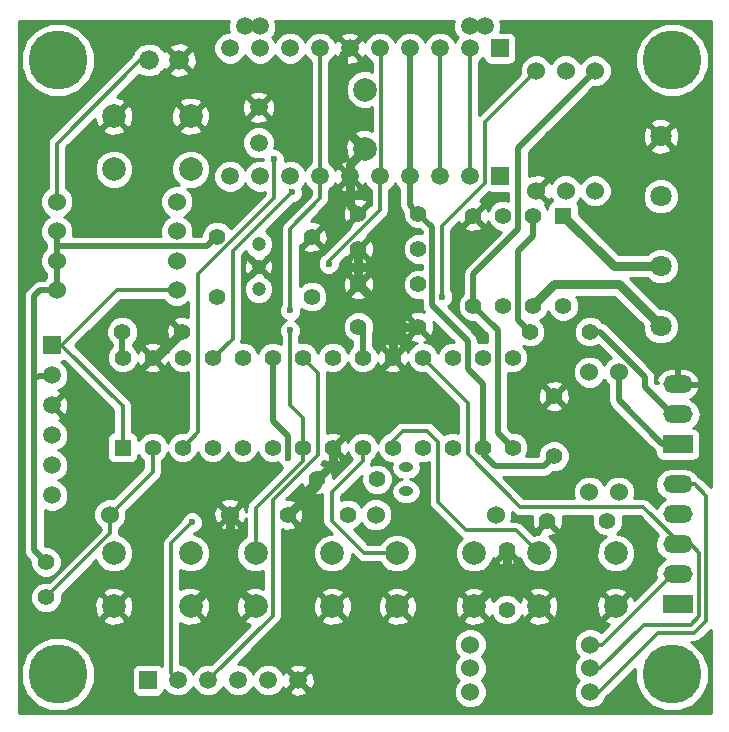
<source format=gbl>
G04 #@! TF.FileFunction,Copper,L2,Bot,Signal*
%FSLAX46Y46*%
G04 Gerber Fmt 4.6, Leading zero omitted, Abs format (unit mm)*
G04 Created by KiCad (PCBNEW 4.0.1-stable) date 2017/06/24 18:36:10*
%MOMM*%
G01*
G04 APERTURE LIST*
%ADD10C,0.100000*%
%ADD11C,1.500000*%
%ADD12R,1.500000X1.500000*%
%ADD13C,2.000000*%
%ADD14C,1.800000*%
%ADD15R,1.397000X1.397000*%
%ADD16C,1.397000*%
%ADD17C,1.524000*%
%ADD18C,1.676400*%
%ADD19C,1.200000*%
%ADD20R,2.500000X1.500000*%
%ADD21O,2.500000X1.500000*%
%ADD22C,5.000000*%
%ADD23O,1.200000X0.800000*%
%ADD24C,1.400000*%
%ADD25C,0.600000*%
%ADD26C,0.800000*%
%ADD27C,0.500000*%
%ADD28C,0.300000*%
%ADD29C,0.254000*%
G04 APERTURE END LIST*
D10*
D11*
X128570000Y-88000000D03*
X131110000Y-88000000D03*
X133650000Y-88000000D03*
X136190000Y-88000000D03*
D12*
X151430000Y-88000000D03*
D11*
X148890000Y-88000000D03*
X146350000Y-88000000D03*
X143810000Y-88000000D03*
X141270000Y-88000000D03*
X138730000Y-88000000D03*
D13*
X140000000Y-91500000D03*
X140000000Y-96500000D03*
D14*
X165064000Y-111540000D03*
X165064000Y-106460000D03*
D12*
X151430000Y-98842000D03*
D11*
X148890000Y-98842000D03*
X146350000Y-98842000D03*
X143810000Y-98842000D03*
X141270000Y-98842000D03*
X138730000Y-98842000D03*
X136190000Y-98842000D03*
X133650000Y-98842000D03*
X131110000Y-98842000D03*
X128570000Y-98842000D03*
X148890000Y-86142000D03*
X150160000Y-86142000D03*
X131110000Y-86142000D03*
X129840000Y-86142000D03*
D15*
X119490000Y-121810000D03*
D16*
X122030000Y-121810000D03*
X124570000Y-121810000D03*
X127110000Y-121810000D03*
X129650000Y-121810000D03*
X132190000Y-121810000D03*
X134730000Y-121810000D03*
X137270000Y-121810000D03*
X139810000Y-121810000D03*
X142350000Y-121810000D03*
X144890000Y-121810000D03*
X147430000Y-121810000D03*
X149970000Y-121810000D03*
X152510000Y-121810000D03*
X152510000Y-114190000D03*
X149970000Y-114190000D03*
X147430000Y-114190000D03*
X144890000Y-114190000D03*
X142350000Y-114190000D03*
X139810000Y-114190000D03*
X137270000Y-114190000D03*
X134730000Y-114190000D03*
X132190000Y-114190000D03*
X129650000Y-114190000D03*
X127110000Y-114190000D03*
X124570000Y-114190000D03*
X122030000Y-114190000D03*
X119490000Y-114190000D03*
D17*
X124080000Y-108500000D03*
X113920000Y-108500000D03*
D16*
X152000000Y-135540000D03*
X152000000Y-130460000D03*
D15*
X156810000Y-102190000D03*
D16*
X154270000Y-102190000D03*
X151730000Y-102190000D03*
X149190000Y-102190000D03*
X149190000Y-109810000D03*
X151730000Y-109810000D03*
X154270000Y-109810000D03*
X156810000Y-109810000D03*
D12*
X121650000Y-141500000D03*
D11*
X124190000Y-141500000D03*
X126730000Y-141500000D03*
X129270000Y-141500000D03*
X131810000Y-141500000D03*
X134350000Y-141500000D03*
D12*
X113500000Y-113150000D03*
D11*
X113500000Y-115690000D03*
X113500000Y-118230000D03*
X113500000Y-120770000D03*
X113500000Y-123310000D03*
X113500000Y-125850000D03*
D16*
X156000000Y-117460000D03*
X156000000Y-122540000D03*
D17*
X148920000Y-140500000D03*
X159080000Y-140500000D03*
D16*
X141040000Y-124500000D03*
X135960000Y-124500000D03*
X138540000Y-127500000D03*
X133460000Y-127500000D03*
X119460000Y-112000000D03*
X124540000Y-112000000D03*
X144540000Y-102000000D03*
X139460000Y-102000000D03*
X139460000Y-111600000D03*
X144540000Y-111600000D03*
X160540000Y-128000000D03*
X155460000Y-128000000D03*
X144540000Y-105000000D03*
X139460000Y-105000000D03*
D18*
X121730000Y-89000000D03*
X124270000Y-89000000D03*
D17*
X113920000Y-101000000D03*
X124080000Y-101000000D03*
X157000000Y-100080000D03*
X157000000Y-89920000D03*
X154500000Y-89920000D03*
X154500000Y-100080000D03*
X113920000Y-103500000D03*
X124080000Y-103500000D03*
X159500000Y-100080000D03*
X159500000Y-89920000D03*
X118420000Y-127500000D03*
X128580000Y-127500000D03*
X159000000Y-125580000D03*
X159000000Y-115420000D03*
X151080000Y-127500000D03*
X140920000Y-127500000D03*
X161500000Y-115420000D03*
X161500000Y-125580000D03*
X148920000Y-138500000D03*
X159080000Y-138500000D03*
X148920000Y-142500000D03*
X159080000Y-142500000D03*
D13*
X118750000Y-93750000D03*
X125250000Y-93750000D03*
X125250000Y-98250000D03*
X118750000Y-98250000D03*
D17*
X113920000Y-106000000D03*
X124080000Y-106000000D03*
D19*
X131000000Y-104595000D03*
X131000000Y-106500000D03*
X131000000Y-108405000D03*
D20*
X166500000Y-135080000D03*
D21*
X166500000Y-132540000D03*
X166500000Y-130000000D03*
X166500000Y-127460000D03*
X166500000Y-124920000D03*
D22*
X114000000Y-89000000D03*
X166000000Y-89000000D03*
X114000000Y-141000000D03*
X166000000Y-141000000D03*
D23*
X143500000Y-123484000D03*
X143500000Y-125516000D03*
D24*
X113000000Y-131500000D03*
X113000000Y-134500000D03*
D16*
X135500000Y-103960000D03*
X135500000Y-109040000D03*
X153960000Y-112000000D03*
X159040000Y-112000000D03*
X127500000Y-109040000D03*
X127500000Y-103960000D03*
X144540000Y-108000000D03*
X139460000Y-108000000D03*
D20*
X166500000Y-121540000D03*
D21*
X166500000Y-119000000D03*
X166500000Y-116460000D03*
D13*
X125250000Y-135250000D03*
X118750000Y-135250000D03*
X118750000Y-130750000D03*
X125250000Y-130750000D03*
X137250000Y-135250000D03*
X130750000Y-135250000D03*
X130750000Y-130750000D03*
X137250000Y-130750000D03*
X149250000Y-135250000D03*
X142750000Y-135250000D03*
X142750000Y-130750000D03*
X149250000Y-130750000D03*
X161250000Y-135250000D03*
X154750000Y-135250000D03*
X154750000Y-130750000D03*
X161250000Y-130750000D03*
D14*
X165064000Y-100540000D03*
X165064000Y-95460000D03*
D11*
X131000000Y-96000000D03*
X131000000Y-93000000D03*
D25*
X133500000Y-122700000D03*
X125356000Y-128144000D03*
X146553000Y-109034000D03*
X133660000Y-111899000D03*
X133800000Y-100200000D03*
X132312000Y-97393800D03*
X136940000Y-106232000D03*
X133700000Y-110200000D03*
D26*
X122030000Y-114190000D02*
X122350000Y-114190000D01*
X122350000Y-114190000D02*
X124540000Y-112000000D01*
X144540000Y-111600000D02*
X142350000Y-111600000D01*
X139460000Y-108000000D02*
X139460000Y-105000000D01*
X135960000Y-125000000D02*
X135960000Y-124500000D01*
X133460000Y-127500000D02*
X135960000Y-125000000D01*
X137270000Y-123190000D02*
X137270000Y-121810000D01*
X135960000Y-124500000D02*
X137270000Y-123190000D01*
X138730000Y-101270000D02*
X138730000Y-98842000D01*
X139460000Y-102000000D02*
X138730000Y-101270000D01*
X138730000Y-97770000D02*
X140000000Y-96500000D01*
X138730000Y-98842000D02*
X138730000Y-97770000D01*
X127420000Y-133080000D02*
X125250000Y-135250000D01*
X128580000Y-133080000D02*
X127420000Y-133080000D01*
X138158000Y-94658200D02*
X140000000Y-96500000D01*
X138158000Y-88571700D02*
X138158000Y-94658200D01*
X138730000Y-88000000D02*
X138158000Y-88571700D01*
X154750000Y-135250000D02*
X152000000Y-132500000D01*
X152000000Y-130460000D02*
X152000000Y-132500000D01*
X152000000Y-132500000D02*
X149250000Y-135250000D01*
X128580000Y-127500000D02*
X128580000Y-133080000D01*
X128580000Y-133080000D02*
X130750000Y-135250000D01*
X142350000Y-110890000D02*
X142350000Y-111600000D01*
X139460000Y-108000000D02*
X142350000Y-110890000D01*
X142350000Y-111600000D02*
X142350000Y-114190000D01*
D27*
X133500000Y-120800000D02*
X133500000Y-122700000D01*
X132190000Y-119552000D02*
X133500000Y-120800000D01*
X132190000Y-114190000D02*
X132190000Y-119552000D01*
X153000000Y-111040000D02*
X153960000Y-112000000D01*
X153000000Y-105200000D02*
X153000000Y-111040000D01*
X154270000Y-103930000D02*
X153000000Y-105200000D01*
X154270000Y-102190000D02*
X154270000Y-103930000D01*
D28*
X113500000Y-113150000D02*
X114350000Y-113150000D01*
X119000000Y-108500000D02*
X124080000Y-108500000D01*
X114350000Y-113150000D02*
X119000000Y-108500000D01*
X119490000Y-118290000D02*
X119490000Y-121810000D01*
X114400000Y-113200000D02*
X119490000Y-118290000D01*
X113500000Y-113200000D02*
X114400000Y-113200000D01*
X113500000Y-113150000D02*
X113500000Y-113200000D01*
X114250000Y-113150000D02*
X113500000Y-113150000D01*
X123600000Y-129900000D02*
X125356000Y-128144000D01*
X123600000Y-140910000D02*
X123600000Y-129900000D01*
X124190000Y-141500000D02*
X123600000Y-140910000D01*
X136000000Y-115460000D02*
X134730000Y-114190000D01*
X136000000Y-122400000D02*
X136000000Y-115460000D01*
X132191000Y-126209000D02*
X136000000Y-122400000D01*
X132191000Y-136039000D02*
X132191000Y-126209000D01*
X126730000Y-141500000D02*
X132191000Y-136039000D01*
X160100000Y-138500000D02*
X159080000Y-138500000D01*
X166060000Y-132540000D02*
X160100000Y-138500000D01*
X166500000Y-132540000D02*
X166060000Y-132540000D01*
X166735000Y-130000000D02*
X166500000Y-130000000D01*
X167600000Y-130000000D02*
X166735000Y-130000000D01*
X168300000Y-130700000D02*
X167600000Y-130000000D01*
X168300000Y-136100000D02*
X168300000Y-130700000D01*
X167600000Y-136800000D02*
X168300000Y-136100000D01*
X163600000Y-136800000D02*
X167600000Y-136800000D01*
X159900000Y-140500000D02*
X163600000Y-136800000D01*
X159080000Y-140500000D02*
X159900000Y-140500000D01*
X148700000Y-118000000D02*
X144890000Y-114190000D01*
X148700000Y-122386000D02*
X148700000Y-118000000D01*
X153165000Y-126851000D02*
X148700000Y-122386000D01*
X163586000Y-126851000D02*
X153165000Y-126851000D01*
X166735000Y-130000000D02*
X163586000Y-126851000D01*
X167920000Y-124920000D02*
X166500000Y-124920000D01*
X168900000Y-125900000D02*
X167920000Y-124920000D01*
X168900000Y-136500000D02*
X168900000Y-125900000D01*
X167900000Y-137500000D02*
X168900000Y-136500000D01*
X164800000Y-137500000D02*
X167900000Y-137500000D01*
X159800000Y-142500000D02*
X164800000Y-137500000D01*
X159080000Y-142500000D02*
X159800000Y-142500000D01*
X121000000Y-89000000D02*
X121730000Y-89000000D01*
X113920000Y-96080000D02*
X121000000Y-89000000D01*
X113920000Y-101000000D02*
X113920000Y-96080000D01*
D26*
X161080000Y-106460000D02*
X156810000Y-102190000D01*
X165064000Y-106460000D02*
X161080000Y-106460000D01*
D27*
X154270000Y-109810000D02*
X154270000Y-109730000D01*
D26*
X161524000Y-108000000D02*
X165064000Y-111540000D01*
X156000000Y-108000000D02*
X161524000Y-108000000D01*
X154270000Y-109730000D02*
X156000000Y-108000000D01*
D27*
X127500000Y-103960000D02*
X127440000Y-103960000D01*
X127440000Y-103960000D02*
X126650000Y-104750000D01*
X126650000Y-104750000D02*
X113920000Y-104750000D01*
X113920000Y-104750000D02*
X113950000Y-104750000D01*
X113950000Y-104750000D02*
X113920000Y-104750000D01*
X155140000Y-123400000D02*
X156000000Y-122540000D01*
X151000000Y-123400000D02*
X155140000Y-123400000D01*
X149970000Y-122370000D02*
X151000000Y-123400000D01*
X149970000Y-121810000D02*
X149970000Y-122370000D01*
X143810000Y-88000000D02*
X143810000Y-98842000D01*
X119460000Y-114160000D02*
X119490000Y-114190000D01*
X119460000Y-112000000D02*
X119460000Y-114160000D01*
X112000000Y-130500000D02*
X113000000Y-131500000D01*
X112000000Y-115800000D02*
X112000000Y-130500000D01*
X113500000Y-115690000D02*
X112000000Y-115800000D01*
X143810000Y-101270000D02*
X144540000Y-102000000D01*
X143810000Y-98842000D02*
X143810000Y-101270000D01*
X149970000Y-116470000D02*
X149970000Y-121810000D01*
X148700000Y-115200000D02*
X149970000Y-116470000D01*
X148700000Y-112782000D02*
X148700000Y-115200000D01*
X145689000Y-109771000D02*
X148700000Y-112782000D01*
X145689000Y-103149000D02*
X145689000Y-109771000D01*
X144540000Y-102000000D02*
X145689000Y-103149000D01*
X113920000Y-103500000D02*
X113920000Y-104750000D01*
X113920000Y-104750000D02*
X113920000Y-106000000D01*
X113920000Y-106000000D02*
X113920000Y-108500000D01*
X112000000Y-109000000D02*
X112000000Y-115800000D01*
X112500000Y-108500000D02*
X112000000Y-109000000D01*
X113920000Y-108500000D02*
X112500000Y-108500000D01*
X161500000Y-117800000D02*
X161500000Y-115420000D01*
X165200000Y-121500000D02*
X161500000Y-117800000D01*
X166500000Y-121500000D02*
X165200000Y-121500000D01*
X166500000Y-121540000D02*
X166500000Y-121500000D01*
X139810000Y-111950000D02*
X139460000Y-111600000D01*
X139810000Y-114190000D02*
X139810000Y-111950000D01*
X159876000Y-112000000D02*
X159040000Y-112000000D01*
X163714000Y-115837000D02*
X159876000Y-112000000D01*
X163714000Y-116714000D02*
X163714000Y-115837000D01*
X166000000Y-119000000D02*
X163714000Y-116714000D01*
X166500000Y-119000000D02*
X166000000Y-119000000D01*
D28*
X118420000Y-129080000D02*
X118420000Y-127500000D01*
X113000000Y-134500000D02*
X118420000Y-129080000D01*
X122030000Y-123890000D02*
X122030000Y-121810000D01*
X118420000Y-127500000D02*
X122030000Y-123890000D01*
X134730000Y-122926000D02*
X134730000Y-121810000D01*
X130750000Y-126906000D02*
X134730000Y-122926000D01*
X130750000Y-130750000D02*
X130750000Y-126906000D01*
X146553000Y-103047000D02*
X146553000Y-109034000D01*
X150200000Y-99400000D02*
X146553000Y-103047000D01*
X150200000Y-94220000D02*
X150200000Y-99400000D01*
X154500000Y-89920000D02*
X150200000Y-94220000D01*
X133660000Y-118208000D02*
X133660000Y-111899000D01*
X134730000Y-119279000D02*
X133660000Y-118208000D01*
X134730000Y-121810000D02*
X134730000Y-119279000D01*
D27*
X151240000Y-120540000D02*
X152510000Y-121810000D01*
X151240000Y-111860000D02*
X151240000Y-120540000D01*
X149190000Y-109810000D02*
X151240000Y-111860000D01*
X149190000Y-107117000D02*
X149190000Y-109810000D01*
X152977000Y-103330000D02*
X149190000Y-107117000D01*
X152977000Y-96443000D02*
X152977000Y-103330000D01*
X159500000Y-89920000D02*
X152977000Y-96443000D01*
D28*
X148890000Y-88000000D02*
X148890000Y-98842000D01*
X128800000Y-112600000D02*
X127110000Y-114190000D01*
X128800000Y-105200000D02*
X128800000Y-112600000D01*
X133800000Y-100200000D02*
X128800000Y-105200000D01*
X146350000Y-88000000D02*
X146350000Y-98842000D01*
X132312000Y-100688000D02*
X132312000Y-97393800D01*
X125855000Y-107145000D02*
X132312000Y-100688000D01*
X125855000Y-120525000D02*
X125855000Y-107145000D01*
X124570000Y-121810000D02*
X125855000Y-120525000D01*
X141394000Y-98718100D02*
X141270000Y-98842000D01*
X141394000Y-88123900D02*
X141394000Y-98718100D01*
X141270000Y-88000000D02*
X141394000Y-88123900D01*
X136940000Y-106036000D02*
X136940000Y-106232000D01*
X141270000Y-101706000D02*
X136940000Y-106036000D01*
X141270000Y-98842000D02*
X141270000Y-101706000D01*
X136190000Y-88000000D02*
X136190000Y-98842000D01*
X133700000Y-103300000D02*
X133700000Y-110200000D01*
X136190000Y-100718000D02*
X133700000Y-103300000D01*
X136190000Y-98842000D02*
X136190000Y-100718000D01*
X139950000Y-130750000D02*
X142750000Y-130750000D01*
X137200000Y-128000000D02*
X139950000Y-130750000D01*
X137200000Y-125600000D02*
X137200000Y-128000000D01*
X139810000Y-122990000D02*
X137200000Y-125600000D01*
X139810000Y-121810000D02*
X139810000Y-122990000D01*
X139834000Y-121810000D02*
X139810000Y-121810000D01*
X152800000Y-128800000D02*
X154750000Y-130750000D01*
X148600000Y-128800000D02*
X152800000Y-128800000D01*
X146200000Y-126400000D02*
X148600000Y-128800000D01*
X146200000Y-121300000D02*
X146200000Y-126400000D01*
X145300000Y-120400000D02*
X146200000Y-121300000D01*
X143200000Y-120400000D02*
X145300000Y-120400000D01*
X142350000Y-121250000D02*
X143200000Y-120400000D01*
X142350000Y-121650000D02*
X142350000Y-121250000D01*
X142350000Y-121810000D02*
X142350000Y-121650000D01*
X142350000Y-121810000D02*
X142350000Y-121650000D01*
D29*
G36*
X128455241Y-85865298D02*
X128454760Y-86416285D01*
X128536855Y-86614971D01*
X128295715Y-86614760D01*
X127786485Y-86825169D01*
X127396539Y-87214436D01*
X127185241Y-87723298D01*
X127184760Y-88274285D01*
X127395169Y-88783515D01*
X127784436Y-89173461D01*
X128293298Y-89384759D01*
X128844285Y-89385240D01*
X129353515Y-89174831D01*
X129743461Y-88785564D01*
X129839976Y-88553130D01*
X129935169Y-88783515D01*
X130324436Y-89173461D01*
X130833298Y-89384759D01*
X131384285Y-89385240D01*
X131893515Y-89174831D01*
X132283461Y-88785564D01*
X132379976Y-88553130D01*
X132475169Y-88783515D01*
X132864436Y-89173461D01*
X133373298Y-89384759D01*
X133924285Y-89385240D01*
X134433515Y-89174831D01*
X134823461Y-88785564D01*
X134919976Y-88553130D01*
X135015169Y-88783515D01*
X135404436Y-89173461D01*
X135405000Y-89173695D01*
X135405000Y-97668651D01*
X135016539Y-98056436D01*
X134920024Y-98288870D01*
X134824831Y-98058485D01*
X134435564Y-97668539D01*
X133926702Y-97457241D01*
X133375715Y-97456760D01*
X133246900Y-97509985D01*
X133247162Y-97208633D01*
X133105117Y-96864857D01*
X132842327Y-96601608D01*
X132498799Y-96458962D01*
X132309147Y-96458797D01*
X132384759Y-96276702D01*
X132385240Y-95725715D01*
X132174831Y-95216485D01*
X131785564Y-94826539D01*
X131276702Y-94615241D01*
X130725715Y-94614760D01*
X130216485Y-94825169D01*
X129826539Y-95214436D01*
X129615241Y-95723298D01*
X129614760Y-96274285D01*
X129825169Y-96783515D01*
X130214436Y-97173461D01*
X130723298Y-97384759D01*
X131274285Y-97385240D01*
X131377044Y-97342781D01*
X131376944Y-97457232D01*
X130835715Y-97456760D01*
X130326485Y-97667169D01*
X129936539Y-98056436D01*
X129840024Y-98288870D01*
X129744831Y-98058485D01*
X129355564Y-97668539D01*
X128846702Y-97457241D01*
X128295715Y-97456760D01*
X127786485Y-97667169D01*
X127396539Y-98056436D01*
X127185241Y-98565298D01*
X127184760Y-99116285D01*
X127395169Y-99625515D01*
X127784436Y-100015461D01*
X128293298Y-100226759D01*
X128844285Y-100227240D01*
X129353515Y-100016831D01*
X129743461Y-99627564D01*
X129839976Y-99395130D01*
X129935169Y-99625515D01*
X130324436Y-100015461D01*
X130833298Y-100226759D01*
X131384285Y-100227240D01*
X131527000Y-100168272D01*
X131527000Y-100362842D01*
X128646664Y-103243178D01*
X128631146Y-103205620D01*
X128256353Y-102830173D01*
X127766413Y-102626732D01*
X127235914Y-102626269D01*
X126745620Y-102828854D01*
X126370173Y-103203647D01*
X126166732Y-103693587D01*
X126166582Y-103865000D01*
X125441088Y-103865000D01*
X125476757Y-103779100D01*
X125477242Y-103223339D01*
X125265010Y-102709697D01*
X124872370Y-102316371D01*
X124712772Y-102250100D01*
X124870303Y-102185010D01*
X125263629Y-101792370D01*
X125476757Y-101279100D01*
X125477242Y-100723339D01*
X125265010Y-100209697D01*
X124940611Y-99884731D01*
X125573795Y-99885284D01*
X126174943Y-99636894D01*
X126635278Y-99177363D01*
X126884716Y-98576648D01*
X126885284Y-97926205D01*
X126636894Y-97325057D01*
X126177363Y-96864722D01*
X125576648Y-96615284D01*
X124926205Y-96614716D01*
X124325057Y-96863106D01*
X123864722Y-97322637D01*
X123615284Y-97923352D01*
X123614716Y-98573795D01*
X123863106Y-99174943D01*
X124290598Y-99603183D01*
X123803339Y-99602758D01*
X123289697Y-99814990D01*
X122896371Y-100207630D01*
X122683243Y-100720900D01*
X122682758Y-101276661D01*
X122894990Y-101790303D01*
X123287630Y-102183629D01*
X123447228Y-102249900D01*
X123289697Y-102314990D01*
X122896371Y-102707630D01*
X122683243Y-103220900D01*
X122682758Y-103776661D01*
X122719259Y-103865000D01*
X115281088Y-103865000D01*
X115316757Y-103779100D01*
X115317242Y-103223339D01*
X115105010Y-102709697D01*
X114712370Y-102316371D01*
X114552772Y-102250100D01*
X114710303Y-102185010D01*
X115103629Y-101792370D01*
X115316757Y-101279100D01*
X115317242Y-100723339D01*
X115105010Y-100209697D01*
X114712370Y-99816371D01*
X114705000Y-99813311D01*
X114705000Y-98573795D01*
X117114716Y-98573795D01*
X117363106Y-99174943D01*
X117822637Y-99635278D01*
X118423352Y-99884716D01*
X119073795Y-99885284D01*
X119674943Y-99636894D01*
X120135278Y-99177363D01*
X120384716Y-98576648D01*
X120385284Y-97926205D01*
X120136894Y-97325057D01*
X119677363Y-96864722D01*
X119076648Y-96615284D01*
X118426205Y-96614716D01*
X117825057Y-96863106D01*
X117364722Y-97322637D01*
X117115284Y-97923352D01*
X117114716Y-98573795D01*
X114705000Y-98573795D01*
X114705000Y-96405158D01*
X116207626Y-94902532D01*
X117777073Y-94902532D01*
X117875736Y-95169387D01*
X118485461Y-95395908D01*
X119135460Y-95371856D01*
X119624264Y-95169387D01*
X119722927Y-94902532D01*
X124277073Y-94902532D01*
X124375736Y-95169387D01*
X124985461Y-95395908D01*
X125635460Y-95371856D01*
X126124264Y-95169387D01*
X126222927Y-94902532D01*
X125250000Y-93929605D01*
X124277073Y-94902532D01*
X119722927Y-94902532D01*
X118750000Y-93929605D01*
X117777073Y-94902532D01*
X116207626Y-94902532D01*
X117122669Y-93987489D01*
X117128144Y-94135460D01*
X117330613Y-94624264D01*
X117597468Y-94722927D01*
X118570395Y-93750000D01*
X118929605Y-93750000D01*
X119902532Y-94722927D01*
X120169387Y-94624264D01*
X120395908Y-94014539D01*
X120376331Y-93485461D01*
X123604092Y-93485461D01*
X123628144Y-94135460D01*
X123830613Y-94624264D01*
X124097468Y-94722927D01*
X125070395Y-93750000D01*
X125429605Y-93750000D01*
X126402532Y-94722927D01*
X126669387Y-94624264D01*
X126895908Y-94014539D01*
X126894317Y-93971517D01*
X130208088Y-93971517D01*
X130276077Y-94212460D01*
X130795171Y-94397201D01*
X131345448Y-94369230D01*
X131723923Y-94212460D01*
X131791912Y-93971517D01*
X131000000Y-93179605D01*
X130208088Y-93971517D01*
X126894317Y-93971517D01*
X126871856Y-93364540D01*
X126669387Y-92875736D01*
X126451482Y-92795171D01*
X129602799Y-92795171D01*
X129630770Y-93345448D01*
X129787540Y-93723923D01*
X130028483Y-93791912D01*
X130820395Y-93000000D01*
X131179605Y-93000000D01*
X131971517Y-93791912D01*
X132212460Y-93723923D01*
X132397201Y-93204829D01*
X132369230Y-92654552D01*
X132212460Y-92276077D01*
X131971517Y-92208088D01*
X131179605Y-93000000D01*
X130820395Y-93000000D01*
X130028483Y-92208088D01*
X129787540Y-92276077D01*
X129602799Y-92795171D01*
X126451482Y-92795171D01*
X126402532Y-92777073D01*
X125429605Y-93750000D01*
X125070395Y-93750000D01*
X124097468Y-92777073D01*
X123830613Y-92875736D01*
X123604092Y-93485461D01*
X120376331Y-93485461D01*
X120371856Y-93364540D01*
X120169387Y-92875736D01*
X119902532Y-92777073D01*
X118929605Y-93750000D01*
X118570395Y-93750000D01*
X118556253Y-93735858D01*
X118735858Y-93556253D01*
X118750000Y-93570395D01*
X119722927Y-92597468D01*
X124277073Y-92597468D01*
X125250000Y-93570395D01*
X126222927Y-92597468D01*
X126124264Y-92330613D01*
X125514539Y-92104092D01*
X124864540Y-92128144D01*
X124375736Y-92330613D01*
X124277073Y-92597468D01*
X119722927Y-92597468D01*
X119624264Y-92330613D01*
X119014539Y-92104092D01*
X119005740Y-92104418D01*
X119081675Y-92028483D01*
X130208088Y-92028483D01*
X131000000Y-92820395D01*
X131791912Y-92028483D01*
X131723923Y-91787540D01*
X131204829Y-91602799D01*
X130654552Y-91630770D01*
X130276077Y-91787540D01*
X130208088Y-92028483D01*
X119081675Y-92028483D01*
X120878203Y-90231955D01*
X120894409Y-90248190D01*
X121435677Y-90472944D01*
X122021752Y-90473455D01*
X122563411Y-90249647D01*
X122778019Y-90035413D01*
X123414192Y-90035413D01*
X123493017Y-90285490D01*
X124044097Y-90484977D01*
X124629569Y-90458389D01*
X125046983Y-90285490D01*
X125125808Y-90035413D01*
X124270000Y-89179605D01*
X123414192Y-90035413D01*
X122778019Y-90035413D01*
X122978190Y-89835591D01*
X123000441Y-89782005D01*
X123234587Y-89855808D01*
X124090395Y-89000000D01*
X124449605Y-89000000D01*
X125305413Y-89855808D01*
X125555490Y-89776983D01*
X125754977Y-89225903D01*
X125728389Y-88640431D01*
X125555490Y-88223017D01*
X125305413Y-88144192D01*
X124449605Y-89000000D01*
X124090395Y-89000000D01*
X123234587Y-88144192D01*
X123000836Y-88217871D01*
X122979647Y-88166589D01*
X122777998Y-87964587D01*
X123414192Y-87964587D01*
X124270000Y-88820395D01*
X125125808Y-87964587D01*
X125046983Y-87714510D01*
X124495903Y-87515023D01*
X123910431Y-87541611D01*
X123493017Y-87714510D01*
X123414192Y-87964587D01*
X122777998Y-87964587D01*
X122565591Y-87751810D01*
X122024323Y-87527056D01*
X121438248Y-87526545D01*
X120896589Y-87750353D01*
X120481810Y-88164409D01*
X120308815Y-88581027D01*
X113364921Y-95524921D01*
X113194755Y-95779593D01*
X113184836Y-95829460D01*
X113135000Y-96080000D01*
X113135000Y-99812799D01*
X113129697Y-99814990D01*
X112736371Y-100207630D01*
X112523243Y-100720900D01*
X112522758Y-101276661D01*
X112734990Y-101790303D01*
X113127630Y-102183629D01*
X113287228Y-102249900D01*
X113129697Y-102314990D01*
X112736371Y-102707630D01*
X112523243Y-103220900D01*
X112522758Y-103776661D01*
X112734990Y-104290303D01*
X113035000Y-104590837D01*
X113035000Y-104909522D01*
X112736371Y-105207630D01*
X112523243Y-105720900D01*
X112522758Y-106276661D01*
X112734990Y-106790303D01*
X113035000Y-107090837D01*
X113035000Y-107409522D01*
X112829163Y-107615000D01*
X112500005Y-107615000D01*
X112500000Y-107614999D01*
X112259689Y-107662801D01*
X112161325Y-107682367D01*
X111874210Y-107874210D01*
X111874208Y-107874213D01*
X111374210Y-108374210D01*
X111182367Y-108661325D01*
X111182367Y-108661326D01*
X111114999Y-109000000D01*
X111115000Y-109000005D01*
X111115000Y-130499995D01*
X111114999Y-130500000D01*
X111159804Y-130725245D01*
X111182367Y-130838675D01*
X111276358Y-130979343D01*
X111374210Y-131125790D01*
X111665072Y-131416652D01*
X111664769Y-131764383D01*
X111867582Y-132255229D01*
X112242796Y-132631098D01*
X112733287Y-132834768D01*
X113264383Y-132835231D01*
X113755229Y-132632418D01*
X114131098Y-132257204D01*
X114334768Y-131766713D01*
X114335231Y-131235617D01*
X114132418Y-130744771D01*
X113757204Y-130368902D01*
X113266713Y-130165232D01*
X112916506Y-130164927D01*
X112885000Y-130133420D01*
X112885000Y-127094285D01*
X113223298Y-127234759D01*
X113774285Y-127235240D01*
X114283515Y-127024831D01*
X114673461Y-126635564D01*
X114884759Y-126126702D01*
X114885240Y-125575715D01*
X114674831Y-125066485D01*
X114285564Y-124676539D01*
X114053130Y-124580024D01*
X114283515Y-124484831D01*
X114673461Y-124095564D01*
X114884759Y-123586702D01*
X114885240Y-123035715D01*
X114674831Y-122526485D01*
X114285564Y-122136539D01*
X114053130Y-122040024D01*
X114283515Y-121944831D01*
X114673461Y-121555564D01*
X114884759Y-121046702D01*
X114885240Y-120495715D01*
X114674831Y-119986485D01*
X114285564Y-119596539D01*
X114069021Y-119506623D01*
X114223923Y-119442460D01*
X114291912Y-119201517D01*
X113500000Y-118409605D01*
X113485858Y-118423748D01*
X113306253Y-118244143D01*
X113320395Y-118230000D01*
X113679605Y-118230000D01*
X114471517Y-119021912D01*
X114712460Y-118953923D01*
X114897201Y-118434829D01*
X114869230Y-117884552D01*
X114712460Y-117506077D01*
X114471517Y-117438088D01*
X113679605Y-118230000D01*
X113320395Y-118230000D01*
X113306253Y-118215858D01*
X113485858Y-118036253D01*
X113500000Y-118050395D01*
X114291912Y-117258483D01*
X114223923Y-117017540D01*
X114057379Y-116958268D01*
X114283515Y-116864831D01*
X114673461Y-116475564D01*
X114884759Y-115966702D01*
X114885240Y-115415715D01*
X114674831Y-114906485D01*
X114305909Y-114536920D01*
X114485317Y-114503162D01*
X114550841Y-114460999D01*
X118705000Y-118615158D01*
X118705000Y-120480336D01*
X118556183Y-120508338D01*
X118340059Y-120647410D01*
X118195069Y-120859610D01*
X118144060Y-121111500D01*
X118144060Y-122508500D01*
X118188338Y-122743817D01*
X118327410Y-122959941D01*
X118539610Y-123104931D01*
X118791500Y-123155940D01*
X120188500Y-123155940D01*
X120423817Y-123111662D01*
X120639941Y-122972590D01*
X120784931Y-122760390D01*
X120835940Y-122508500D01*
X120835940Y-122412116D01*
X120898854Y-122564380D01*
X121245000Y-122911130D01*
X121245000Y-123564842D01*
X118704399Y-126105443D01*
X118699100Y-126103243D01*
X118143339Y-126102758D01*
X117629697Y-126314990D01*
X117236371Y-126707630D01*
X117023243Y-127220900D01*
X117022758Y-127776661D01*
X117234990Y-128290303D01*
X117627630Y-128683629D01*
X117635000Y-128686689D01*
X117635000Y-128754843D01*
X113224647Y-133165195D01*
X112735617Y-133164769D01*
X112244771Y-133367582D01*
X111868902Y-133742796D01*
X111665232Y-134233287D01*
X111664769Y-134764383D01*
X111867582Y-135255229D01*
X112242796Y-135631098D01*
X112733287Y-135834768D01*
X113264383Y-135835231D01*
X113755229Y-135632418D01*
X114131098Y-135257204D01*
X114243935Y-134985461D01*
X117104092Y-134985461D01*
X117128144Y-135635460D01*
X117330613Y-136124264D01*
X117597468Y-136222927D01*
X118570395Y-135250000D01*
X118929605Y-135250000D01*
X119902532Y-136222927D01*
X120169387Y-136124264D01*
X120395908Y-135514539D01*
X120371856Y-134864540D01*
X120169387Y-134375736D01*
X119902532Y-134277073D01*
X118929605Y-135250000D01*
X118570395Y-135250000D01*
X117597468Y-134277073D01*
X117330613Y-134375736D01*
X117104092Y-134985461D01*
X114243935Y-134985461D01*
X114334768Y-134766713D01*
X114335197Y-134274961D01*
X114512689Y-134097468D01*
X117777073Y-134097468D01*
X118750000Y-135070395D01*
X119722927Y-134097468D01*
X119624264Y-133830613D01*
X119014539Y-133604092D01*
X118364540Y-133628144D01*
X117875736Y-133830613D01*
X117777073Y-134097468D01*
X114512689Y-134097468D01*
X117237998Y-131372159D01*
X117363106Y-131674943D01*
X117822637Y-132135278D01*
X118423352Y-132384716D01*
X119073795Y-132385284D01*
X119674943Y-132136894D01*
X120135278Y-131677363D01*
X120384716Y-131076648D01*
X120385284Y-130426205D01*
X120136894Y-129825057D01*
X119677363Y-129364722D01*
X119188725Y-129161822D01*
X119205001Y-129080000D01*
X119205000Y-129079995D01*
X119205000Y-128687201D01*
X119210303Y-128685010D01*
X119603629Y-128292370D01*
X119816757Y-127779100D01*
X119817242Y-127223339D01*
X119814195Y-127215963D01*
X120510371Y-126519787D01*
X127779392Y-126519787D01*
X128580000Y-127320395D01*
X129380608Y-126519787D01*
X129311143Y-126277603D01*
X128787698Y-126090856D01*
X128232632Y-126118638D01*
X127848857Y-126277603D01*
X127779392Y-126519787D01*
X120510371Y-126519787D01*
X122585079Y-124445079D01*
X122755245Y-124190407D01*
X122815000Y-123890000D01*
X122815000Y-122910579D01*
X123159827Y-122566353D01*
X123300094Y-122228554D01*
X123438854Y-122564380D01*
X123813647Y-122939827D01*
X124303587Y-123143268D01*
X124834086Y-123143731D01*
X125324380Y-122941146D01*
X125699827Y-122566353D01*
X125840094Y-122228554D01*
X125978854Y-122564380D01*
X126353647Y-122939827D01*
X126843587Y-123143268D01*
X127374086Y-123143731D01*
X127864380Y-122941146D01*
X128239827Y-122566353D01*
X128380094Y-122228554D01*
X128518854Y-122564380D01*
X128893647Y-122939827D01*
X129383587Y-123143268D01*
X129914086Y-123143731D01*
X130404380Y-122941146D01*
X130779827Y-122566353D01*
X130920094Y-122228554D01*
X131058854Y-122564380D01*
X131433647Y-122939827D01*
X131923587Y-123143268D01*
X132454086Y-123143731D01*
X132639943Y-123066936D01*
X132706883Y-123228943D01*
X132969673Y-123492192D01*
X133029011Y-123516831D01*
X130194921Y-126350921D01*
X130024755Y-126605593D01*
X129997294Y-126743647D01*
X129965000Y-126906000D01*
X129965000Y-127225317D01*
X129961362Y-127152632D01*
X129802397Y-126768857D01*
X129560213Y-126699392D01*
X128759605Y-127500000D01*
X129560213Y-128300608D01*
X129802397Y-128231143D01*
X129965000Y-127775373D01*
X129965000Y-129305283D01*
X129825057Y-129363106D01*
X129364722Y-129822637D01*
X129115284Y-130423352D01*
X129114716Y-131073795D01*
X129363106Y-131674943D01*
X129822637Y-132135278D01*
X130423352Y-132384716D01*
X131073795Y-132385284D01*
X131406000Y-132248019D01*
X131406000Y-133749525D01*
X131014539Y-133604092D01*
X130364540Y-133628144D01*
X129875736Y-133830613D01*
X129777073Y-134097468D01*
X130750000Y-135070395D01*
X130764143Y-135056253D01*
X130943748Y-135235858D01*
X130929605Y-135250000D01*
X130943748Y-135264143D01*
X130764143Y-135443748D01*
X130750000Y-135429605D01*
X129777073Y-136402532D01*
X129875736Y-136669387D01*
X130294776Y-136825066D01*
X127004603Y-140115239D01*
X126455715Y-140114760D01*
X125946485Y-140325169D01*
X125556539Y-140714436D01*
X125460024Y-140946870D01*
X125364831Y-140716485D01*
X124975564Y-140326539D01*
X124466702Y-140115241D01*
X124385000Y-140115170D01*
X124385000Y-136672829D01*
X124985461Y-136895908D01*
X125635460Y-136871856D01*
X126124264Y-136669387D01*
X126222927Y-136402532D01*
X125250000Y-135429605D01*
X125235858Y-135443748D01*
X125056253Y-135264143D01*
X125070395Y-135250000D01*
X125429605Y-135250000D01*
X126402532Y-136222927D01*
X126669387Y-136124264D01*
X126895908Y-135514539D01*
X126876331Y-134985461D01*
X129104092Y-134985461D01*
X129128144Y-135635460D01*
X129330613Y-136124264D01*
X129597468Y-136222927D01*
X130570395Y-135250000D01*
X129597468Y-134277073D01*
X129330613Y-134375736D01*
X129104092Y-134985461D01*
X126876331Y-134985461D01*
X126871856Y-134864540D01*
X126669387Y-134375736D01*
X126402532Y-134277073D01*
X125429605Y-135250000D01*
X125070395Y-135250000D01*
X125056253Y-135235858D01*
X125235858Y-135056253D01*
X125250000Y-135070395D01*
X126222927Y-134097468D01*
X126124264Y-133830613D01*
X125514539Y-133604092D01*
X124864540Y-133628144D01*
X124385000Y-133826776D01*
X124385000Y-132161173D01*
X124923352Y-132384716D01*
X125573795Y-132385284D01*
X126174943Y-132136894D01*
X126635278Y-131677363D01*
X126884716Y-131076648D01*
X126885284Y-130426205D01*
X126636894Y-129825057D01*
X126177363Y-129364722D01*
X125576648Y-129115284D01*
X125494945Y-129115213D01*
X125531005Y-129079153D01*
X125541167Y-129079162D01*
X125884943Y-128937117D01*
X126148192Y-128674327D01*
X126228795Y-128480213D01*
X127779392Y-128480213D01*
X127848857Y-128722397D01*
X128372302Y-128909144D01*
X128927368Y-128881362D01*
X129311143Y-128722397D01*
X129380608Y-128480213D01*
X128580000Y-127679605D01*
X127779392Y-128480213D01*
X126228795Y-128480213D01*
X126290838Y-128330799D01*
X126291162Y-127958833D01*
X126149117Y-127615057D01*
X125886327Y-127351808D01*
X125743022Y-127292302D01*
X127170856Y-127292302D01*
X127198638Y-127847368D01*
X127357603Y-128231143D01*
X127599787Y-128300608D01*
X128400395Y-127500000D01*
X127599787Y-126699392D01*
X127357603Y-126768857D01*
X127170856Y-127292302D01*
X125743022Y-127292302D01*
X125542799Y-127209162D01*
X125170833Y-127208838D01*
X124827057Y-127350883D01*
X124563808Y-127613673D01*
X124421162Y-127957201D01*
X124421152Y-127968690D01*
X123044921Y-129344921D01*
X122874755Y-129599593D01*
X122853705Y-129705417D01*
X122815000Y-129900000D01*
X122815000Y-140265017D01*
X122651890Y-140153569D01*
X122400000Y-140102560D01*
X120900000Y-140102560D01*
X120664683Y-140146838D01*
X120448559Y-140285910D01*
X120303569Y-140498110D01*
X120252560Y-140750000D01*
X120252560Y-142250000D01*
X120296838Y-142485317D01*
X120435910Y-142701441D01*
X120648110Y-142846431D01*
X120900000Y-142897440D01*
X122400000Y-142897440D01*
X122635317Y-142853162D01*
X122851441Y-142714090D01*
X122996431Y-142501890D01*
X123036355Y-142304738D01*
X123404436Y-142673461D01*
X123913298Y-142884759D01*
X124464285Y-142885240D01*
X124973515Y-142674831D01*
X125363461Y-142285564D01*
X125459976Y-142053130D01*
X125555169Y-142283515D01*
X125944436Y-142673461D01*
X126453298Y-142884759D01*
X127004285Y-142885240D01*
X127513515Y-142674831D01*
X127903461Y-142285564D01*
X127999976Y-142053130D01*
X128095169Y-142283515D01*
X128484436Y-142673461D01*
X128993298Y-142884759D01*
X129544285Y-142885240D01*
X130053515Y-142674831D01*
X130443461Y-142285564D01*
X130539976Y-142053130D01*
X130635169Y-142283515D01*
X131024436Y-142673461D01*
X131533298Y-142884759D01*
X132084285Y-142885240D01*
X132593515Y-142674831D01*
X132797183Y-142471517D01*
X133558088Y-142471517D01*
X133626077Y-142712460D01*
X134145171Y-142897201D01*
X134695448Y-142869230D01*
X135073923Y-142712460D01*
X135141912Y-142471517D01*
X134350000Y-141679605D01*
X133558088Y-142471517D01*
X132797183Y-142471517D01*
X132983461Y-142285564D01*
X133073377Y-142069021D01*
X133137540Y-142223923D01*
X133378483Y-142291912D01*
X134170395Y-141500000D01*
X134529605Y-141500000D01*
X135321517Y-142291912D01*
X135562460Y-142223923D01*
X135747201Y-141704829D01*
X135719230Y-141154552D01*
X135562460Y-140776077D01*
X135321517Y-140708088D01*
X134529605Y-141500000D01*
X134170395Y-141500000D01*
X133378483Y-140708088D01*
X133137540Y-140776077D01*
X133078268Y-140942621D01*
X132984831Y-140716485D01*
X132797157Y-140528483D01*
X133558088Y-140528483D01*
X134350000Y-141320395D01*
X135141912Y-140528483D01*
X135073923Y-140287540D01*
X134554829Y-140102799D01*
X134004552Y-140130770D01*
X133626077Y-140287540D01*
X133558088Y-140528483D01*
X132797157Y-140528483D01*
X132595564Y-140326539D01*
X132086702Y-140115241D01*
X131535715Y-140114760D01*
X131026485Y-140325169D01*
X130636539Y-140714436D01*
X130540024Y-140946870D01*
X130444831Y-140716485D01*
X130055564Y-140326539D01*
X129546702Y-140115241D01*
X129225198Y-140114960D01*
X130563497Y-138776661D01*
X147522758Y-138776661D01*
X147734990Y-139290303D01*
X147944342Y-139500021D01*
X147736371Y-139707630D01*
X147523243Y-140220900D01*
X147522758Y-140776661D01*
X147734990Y-141290303D01*
X147944342Y-141500021D01*
X147736371Y-141707630D01*
X147523243Y-142220900D01*
X147522758Y-142776661D01*
X147734990Y-143290303D01*
X148127630Y-143683629D01*
X148640900Y-143896757D01*
X149196661Y-143897242D01*
X149710303Y-143685010D01*
X150103629Y-143292370D01*
X150316757Y-142779100D01*
X150317242Y-142223339D01*
X150105010Y-141709697D01*
X149895658Y-141499979D01*
X150103629Y-141292370D01*
X150316757Y-140779100D01*
X150317242Y-140223339D01*
X150105010Y-139709697D01*
X149895658Y-139499979D01*
X150103629Y-139292370D01*
X150316757Y-138779100D01*
X150317242Y-138223339D01*
X150105010Y-137709697D01*
X149712370Y-137316371D01*
X149199100Y-137103243D01*
X148643339Y-137102758D01*
X148129697Y-137314990D01*
X147736371Y-137707630D01*
X147523243Y-138220900D01*
X147522758Y-138776661D01*
X130563497Y-138776661D01*
X132746079Y-136594079D01*
X132874066Y-136402532D01*
X136277073Y-136402532D01*
X136375736Y-136669387D01*
X136985461Y-136895908D01*
X137635460Y-136871856D01*
X138124264Y-136669387D01*
X138222927Y-136402532D01*
X141777073Y-136402532D01*
X141875736Y-136669387D01*
X142485461Y-136895908D01*
X143135460Y-136871856D01*
X143624264Y-136669387D01*
X143722927Y-136402532D01*
X148277073Y-136402532D01*
X148375736Y-136669387D01*
X148985461Y-136895908D01*
X149635460Y-136871856D01*
X150124264Y-136669387D01*
X150222927Y-136402532D01*
X149250000Y-135429605D01*
X148277073Y-136402532D01*
X143722927Y-136402532D01*
X142750000Y-135429605D01*
X141777073Y-136402532D01*
X138222927Y-136402532D01*
X137250000Y-135429605D01*
X136277073Y-136402532D01*
X132874066Y-136402532D01*
X132916245Y-136339407D01*
X132976000Y-136039000D01*
X132976000Y-134985461D01*
X135604092Y-134985461D01*
X135628144Y-135635460D01*
X135830613Y-136124264D01*
X136097468Y-136222927D01*
X137070395Y-135250000D01*
X137429605Y-135250000D01*
X138402532Y-136222927D01*
X138669387Y-136124264D01*
X138895908Y-135514539D01*
X138876331Y-134985461D01*
X141104092Y-134985461D01*
X141128144Y-135635460D01*
X141330613Y-136124264D01*
X141597468Y-136222927D01*
X142570395Y-135250000D01*
X142929605Y-135250000D01*
X143902532Y-136222927D01*
X144169387Y-136124264D01*
X144395908Y-135514539D01*
X144376331Y-134985461D01*
X147604092Y-134985461D01*
X147628144Y-135635460D01*
X147830613Y-136124264D01*
X148097468Y-136222927D01*
X149070395Y-135250000D01*
X149429605Y-135250000D01*
X150402532Y-136222927D01*
X150669387Y-136124264D01*
X150730545Y-135959646D01*
X150868854Y-136294380D01*
X151243647Y-136669827D01*
X151733587Y-136873268D01*
X152264086Y-136873731D01*
X152754380Y-136671146D01*
X153023462Y-136402532D01*
X153777073Y-136402532D01*
X153875736Y-136669387D01*
X154485461Y-136895908D01*
X155135460Y-136871856D01*
X155624264Y-136669387D01*
X155722927Y-136402532D01*
X154750000Y-135429605D01*
X153777073Y-136402532D01*
X153023462Y-136402532D01*
X153129827Y-136296353D01*
X153266029Y-135968343D01*
X153330613Y-136124264D01*
X153597468Y-136222927D01*
X154570395Y-135250000D01*
X154929605Y-135250000D01*
X155902532Y-136222927D01*
X156169387Y-136124264D01*
X156395908Y-135514539D01*
X156376331Y-134985461D01*
X159604092Y-134985461D01*
X159628144Y-135635460D01*
X159830613Y-136124264D01*
X160097468Y-136222927D01*
X161070395Y-135250000D01*
X160097468Y-134277073D01*
X159830613Y-134375736D01*
X159604092Y-134985461D01*
X156376331Y-134985461D01*
X156371856Y-134864540D01*
X156169387Y-134375736D01*
X155902532Y-134277073D01*
X154929605Y-135250000D01*
X154570395Y-135250000D01*
X153597468Y-134277073D01*
X153330613Y-134375736D01*
X153155994Y-134845757D01*
X153131146Y-134785620D01*
X152756353Y-134410173D01*
X152266413Y-134206732D01*
X151735914Y-134206269D01*
X151245620Y-134408854D01*
X150870173Y-134783647D01*
X150854241Y-134822015D01*
X150669387Y-134375736D01*
X150402532Y-134277073D01*
X149429605Y-135250000D01*
X149070395Y-135250000D01*
X148097468Y-134277073D01*
X147830613Y-134375736D01*
X147604092Y-134985461D01*
X144376331Y-134985461D01*
X144371856Y-134864540D01*
X144169387Y-134375736D01*
X143902532Y-134277073D01*
X142929605Y-135250000D01*
X142570395Y-135250000D01*
X141597468Y-134277073D01*
X141330613Y-134375736D01*
X141104092Y-134985461D01*
X138876331Y-134985461D01*
X138871856Y-134864540D01*
X138669387Y-134375736D01*
X138402532Y-134277073D01*
X137429605Y-135250000D01*
X137070395Y-135250000D01*
X136097468Y-134277073D01*
X135830613Y-134375736D01*
X135604092Y-134985461D01*
X132976000Y-134985461D01*
X132976000Y-134097468D01*
X136277073Y-134097468D01*
X137250000Y-135070395D01*
X138222927Y-134097468D01*
X141777073Y-134097468D01*
X142750000Y-135070395D01*
X143722927Y-134097468D01*
X148277073Y-134097468D01*
X149250000Y-135070395D01*
X150222927Y-134097468D01*
X153777073Y-134097468D01*
X154750000Y-135070395D01*
X155722927Y-134097468D01*
X160277073Y-134097468D01*
X161250000Y-135070395D01*
X162222927Y-134097468D01*
X162124264Y-133830613D01*
X161514539Y-133604092D01*
X160864540Y-133628144D01*
X160375736Y-133830613D01*
X160277073Y-134097468D01*
X155722927Y-134097468D01*
X155624264Y-133830613D01*
X155014539Y-133604092D01*
X154364540Y-133628144D01*
X153875736Y-133830613D01*
X153777073Y-134097468D01*
X150222927Y-134097468D01*
X150124264Y-133830613D01*
X149514539Y-133604092D01*
X148864540Y-133628144D01*
X148375736Y-133830613D01*
X148277073Y-134097468D01*
X143722927Y-134097468D01*
X143624264Y-133830613D01*
X143014539Y-133604092D01*
X142364540Y-133628144D01*
X141875736Y-133830613D01*
X141777073Y-134097468D01*
X138222927Y-134097468D01*
X138124264Y-133830613D01*
X137514539Y-133604092D01*
X136864540Y-133628144D01*
X136375736Y-133830613D01*
X136277073Y-134097468D01*
X132976000Y-134097468D01*
X132976000Y-128743336D01*
X133267480Y-128845927D01*
X133797199Y-128817148D01*
X134152929Y-128669800D01*
X134214583Y-128434188D01*
X133460000Y-127679605D01*
X133445858Y-127693748D01*
X133266253Y-127514143D01*
X133280395Y-127500000D01*
X133639605Y-127500000D01*
X134394188Y-128254583D01*
X134629800Y-128192929D01*
X134805927Y-127692520D01*
X134777148Y-127162801D01*
X134629800Y-126807071D01*
X134394188Y-126745417D01*
X133639605Y-127500000D01*
X133280395Y-127500000D01*
X133266253Y-127485858D01*
X133445858Y-127306253D01*
X133460000Y-127320395D01*
X134214583Y-126565812D01*
X134152929Y-126330200D01*
X133652520Y-126154073D01*
X133339055Y-126171103D01*
X134651670Y-124858488D01*
X134790200Y-125192929D01*
X135025812Y-125254583D01*
X135780395Y-124500000D01*
X135766253Y-124485858D01*
X135945858Y-124306253D01*
X135960000Y-124320395D01*
X136714583Y-123565812D01*
X136652929Y-123330200D01*
X136303089Y-123207068D01*
X136555076Y-122955081D01*
X136555079Y-122955079D01*
X136566234Y-122938385D01*
X136577071Y-122979800D01*
X137077480Y-123155927D01*
X137607199Y-123127148D01*
X137962929Y-122979800D01*
X138024583Y-122744188D01*
X137270000Y-121989605D01*
X137255858Y-122003748D01*
X137076253Y-121824143D01*
X137090395Y-121810000D01*
X137076253Y-121795858D01*
X137255858Y-121616253D01*
X137270000Y-121630395D01*
X138024583Y-120875812D01*
X137962929Y-120640200D01*
X137462520Y-120464073D01*
X136932801Y-120492852D01*
X136785000Y-120554073D01*
X136785000Y-115460000D01*
X136779038Y-115430027D01*
X137003587Y-115523268D01*
X137534086Y-115523731D01*
X138024380Y-115321146D01*
X138399827Y-114946353D01*
X138540094Y-114608554D01*
X138678854Y-114944380D01*
X139053647Y-115319827D01*
X139543587Y-115523268D01*
X140074086Y-115523731D01*
X140564380Y-115321146D01*
X140761681Y-115124188D01*
X141595417Y-115124188D01*
X141657071Y-115359800D01*
X142157480Y-115535927D01*
X142687199Y-115507148D01*
X143042929Y-115359800D01*
X143104583Y-115124188D01*
X142350000Y-114369605D01*
X141595417Y-115124188D01*
X140761681Y-115124188D01*
X140939827Y-114946353D01*
X141073314Y-114624882D01*
X141180200Y-114882929D01*
X141415812Y-114944583D01*
X142170395Y-114190000D01*
X141415812Y-113435417D01*
X141180200Y-113497071D01*
X141081917Y-113776312D01*
X140941146Y-113435620D01*
X140761652Y-113255812D01*
X141595417Y-113255812D01*
X142350000Y-114010395D01*
X143104583Y-113255812D01*
X143042929Y-113020200D01*
X142542520Y-112844073D01*
X142012801Y-112872852D01*
X141657071Y-113020200D01*
X141595417Y-113255812D01*
X140761652Y-113255812D01*
X140695000Y-113189044D01*
X140695000Y-112103068D01*
X140793268Y-111866413D01*
X140793668Y-111407480D01*
X143194073Y-111407480D01*
X143222852Y-111937199D01*
X143370200Y-112292929D01*
X143605812Y-112354583D01*
X144360395Y-111600000D01*
X143605812Y-110845417D01*
X143370200Y-110907071D01*
X143194073Y-111407480D01*
X140793668Y-111407480D01*
X140793731Y-111335914D01*
X140591146Y-110845620D01*
X140216353Y-110470173D01*
X139726413Y-110266732D01*
X139195914Y-110266269D01*
X138705620Y-110468854D01*
X138330173Y-110843647D01*
X138126732Y-111333587D01*
X138126269Y-111864086D01*
X138328854Y-112354380D01*
X138703647Y-112729827D01*
X138925000Y-112821741D01*
X138925000Y-113189246D01*
X138680173Y-113433647D01*
X138539906Y-113771446D01*
X138401146Y-113435620D01*
X138026353Y-113060173D01*
X137536413Y-112856732D01*
X137005914Y-112856269D01*
X136515620Y-113058854D01*
X136140173Y-113433647D01*
X135999906Y-113771446D01*
X135861146Y-113435620D01*
X135486353Y-113060173D01*
X134996413Y-112856732D01*
X134465914Y-112856269D01*
X134445000Y-112864910D01*
X134445000Y-112436506D01*
X134452192Y-112429327D01*
X134594838Y-112085799D01*
X134595162Y-111713833D01*
X134453117Y-111370057D01*
X134190327Y-111106808D01*
X134072350Y-111057820D01*
X134228943Y-110993117D01*
X134492192Y-110730327D01*
X134634838Y-110386799D01*
X134635122Y-110061112D01*
X134743647Y-110169827D01*
X135233587Y-110373268D01*
X135764086Y-110373731D01*
X136254380Y-110171146D01*
X136629827Y-109796353D01*
X136833268Y-109306413D01*
X136833592Y-108934188D01*
X138705417Y-108934188D01*
X138767071Y-109169800D01*
X139267480Y-109345927D01*
X139797199Y-109317148D01*
X140152929Y-109169800D01*
X140214583Y-108934188D01*
X139460000Y-108179605D01*
X138705417Y-108934188D01*
X136833592Y-108934188D01*
X136833731Y-108775914D01*
X136631146Y-108285620D01*
X136256353Y-107910173D01*
X136009041Y-107807480D01*
X138114073Y-107807480D01*
X138142852Y-108337199D01*
X138290200Y-108692929D01*
X138525812Y-108754583D01*
X139280395Y-108000000D01*
X139639605Y-108000000D01*
X140394188Y-108754583D01*
X140629800Y-108692929D01*
X140805927Y-108192520D01*
X140777148Y-107662801D01*
X140629800Y-107307071D01*
X140394188Y-107245417D01*
X139639605Y-108000000D01*
X139280395Y-108000000D01*
X138525812Y-107245417D01*
X138290200Y-107307071D01*
X138114073Y-107807480D01*
X136009041Y-107807480D01*
X135766413Y-107706732D01*
X135235914Y-107706269D01*
X134745620Y-107908854D01*
X134485000Y-108169020D01*
X134485000Y-104894188D01*
X134745417Y-104894188D01*
X134807071Y-105129800D01*
X135307480Y-105305927D01*
X135837199Y-105277148D01*
X136192929Y-105129800D01*
X136254583Y-104894188D01*
X135500000Y-104139605D01*
X134745417Y-104894188D01*
X134485000Y-104894188D01*
X134485000Y-104693436D01*
X134565812Y-104714583D01*
X135320395Y-103960000D01*
X135679605Y-103960000D01*
X136434188Y-104714583D01*
X136669800Y-104652929D01*
X136845927Y-104152520D01*
X136817148Y-103622801D01*
X136669800Y-103267071D01*
X136434188Y-103205417D01*
X135679605Y-103960000D01*
X135320395Y-103960000D01*
X135306253Y-103945858D01*
X135485858Y-103766253D01*
X135500000Y-103780395D01*
X136254583Y-103025812D01*
X136192929Y-102790200D01*
X135692520Y-102614073D01*
X135438750Y-102627860D01*
X136229898Y-101807480D01*
X138114073Y-101807480D01*
X138142852Y-102337199D01*
X138290200Y-102692929D01*
X138525812Y-102754583D01*
X139280395Y-102000000D01*
X138525812Y-101245417D01*
X138290200Y-101307071D01*
X138114073Y-101807480D01*
X136229898Y-101807480D01*
X136755055Y-101262920D01*
X136834046Y-101139930D01*
X136883569Y-101065812D01*
X138705417Y-101065812D01*
X139460000Y-101820395D01*
X140214583Y-101065812D01*
X140152929Y-100830200D01*
X139652520Y-100654073D01*
X139122801Y-100682852D01*
X138767071Y-100830200D01*
X138705417Y-101065812D01*
X136883569Y-101065812D01*
X136915245Y-101018406D01*
X136916658Y-101011301D01*
X136920574Y-101005204D01*
X136946486Y-100861349D01*
X136975000Y-100718000D01*
X136975000Y-100015349D01*
X137177183Y-99813517D01*
X137938088Y-99813517D01*
X138006077Y-100054460D01*
X138525171Y-100239201D01*
X139075448Y-100211230D01*
X139453923Y-100054460D01*
X139521912Y-99813517D01*
X138730000Y-99021605D01*
X137938088Y-99813517D01*
X137177183Y-99813517D01*
X137363461Y-99627564D01*
X137453377Y-99411021D01*
X137517540Y-99565923D01*
X137758483Y-99633912D01*
X138550395Y-98842000D01*
X137758483Y-98050088D01*
X137517540Y-98118077D01*
X137458268Y-98284621D01*
X137364831Y-98058485D01*
X136975564Y-97668539D01*
X136975000Y-97668305D01*
X136975000Y-89173349D01*
X137177183Y-88971517D01*
X137938088Y-88971517D01*
X138006077Y-89212460D01*
X138525171Y-89397201D01*
X139075448Y-89369230D01*
X139453923Y-89212460D01*
X139521912Y-88971517D01*
X138730000Y-88179605D01*
X137938088Y-88971517D01*
X137177183Y-88971517D01*
X137363461Y-88785564D01*
X137453377Y-88569021D01*
X137517540Y-88723923D01*
X137758483Y-88791912D01*
X138550395Y-88000000D01*
X137758483Y-87208088D01*
X137517540Y-87276077D01*
X137458268Y-87442621D01*
X137364831Y-87216485D01*
X137177157Y-87028483D01*
X137938088Y-87028483D01*
X138730000Y-87820395D01*
X139521912Y-87028483D01*
X139453923Y-86787540D01*
X138934829Y-86602799D01*
X138384552Y-86630770D01*
X138006077Y-86787540D01*
X137938088Y-87028483D01*
X137177157Y-87028483D01*
X136975564Y-86826539D01*
X136466702Y-86615241D01*
X135915715Y-86614760D01*
X135406485Y-86825169D01*
X135016539Y-87214436D01*
X134920024Y-87446870D01*
X134824831Y-87216485D01*
X134435564Y-86826539D01*
X133926702Y-86615241D01*
X133375715Y-86614760D01*
X132866485Y-86825169D01*
X132476539Y-87214436D01*
X132380024Y-87446870D01*
X132284831Y-87216485D01*
X132139687Y-87071088D01*
X132283461Y-86927564D01*
X132494759Y-86418702D01*
X132495240Y-85867715D01*
X132430074Y-85710000D01*
X147569726Y-85710000D01*
X147505241Y-85865298D01*
X147504760Y-86416285D01*
X147715169Y-86925515D01*
X147860313Y-87070912D01*
X147716539Y-87214436D01*
X147620024Y-87446870D01*
X147524831Y-87216485D01*
X147135564Y-86826539D01*
X146626702Y-86615241D01*
X146075715Y-86614760D01*
X145566485Y-86825169D01*
X145176539Y-87214436D01*
X145080024Y-87446870D01*
X144984831Y-87216485D01*
X144595564Y-86826539D01*
X144086702Y-86615241D01*
X143535715Y-86614760D01*
X143026485Y-86825169D01*
X142636539Y-87214436D01*
X142540024Y-87446870D01*
X142444831Y-87216485D01*
X142055564Y-86826539D01*
X141546702Y-86615241D01*
X140995715Y-86614760D01*
X140486485Y-86825169D01*
X140096539Y-87214436D01*
X140006623Y-87430979D01*
X139942460Y-87276077D01*
X139701517Y-87208088D01*
X138909605Y-88000000D01*
X139701517Y-88791912D01*
X139942460Y-88723923D01*
X140001732Y-88557379D01*
X140095169Y-88783515D01*
X140484436Y-89173461D01*
X140609000Y-89225185D01*
X140609000Y-89982526D01*
X140326648Y-89865284D01*
X139676205Y-89864716D01*
X139075057Y-90113106D01*
X138614722Y-90572637D01*
X138365284Y-91173352D01*
X138364716Y-91823795D01*
X138613106Y-92424943D01*
X139072637Y-92885278D01*
X139673352Y-93134716D01*
X140323795Y-93135284D01*
X140609000Y-93017439D01*
X140609000Y-94982064D01*
X140264539Y-94854092D01*
X139614540Y-94878144D01*
X139125736Y-95080613D01*
X139027073Y-95347468D01*
X140000000Y-96320395D01*
X140014143Y-96306253D01*
X140193748Y-96485858D01*
X140179605Y-96500000D01*
X140193748Y-96514143D01*
X140014143Y-96693748D01*
X140000000Y-96679605D01*
X139985858Y-96693748D01*
X139806253Y-96514143D01*
X139820395Y-96500000D01*
X138847468Y-95527073D01*
X138580613Y-95625736D01*
X138354092Y-96235461D01*
X138378144Y-96885460D01*
X138580613Y-97374264D01*
X138791144Y-97452103D01*
X138384552Y-97472770D01*
X138006077Y-97629540D01*
X137938088Y-97870483D01*
X138730000Y-98662395D01*
X138744143Y-98648253D01*
X138923748Y-98827858D01*
X138909605Y-98842000D01*
X139701517Y-99633912D01*
X139942460Y-99565923D01*
X140001732Y-99399379D01*
X140095169Y-99625515D01*
X140484436Y-100015461D01*
X140485000Y-100015695D01*
X140485000Y-101269180D01*
X140394188Y-101245417D01*
X139639605Y-102000000D01*
X139653748Y-102014143D01*
X139474143Y-102193748D01*
X139460000Y-102179605D01*
X138705417Y-102934188D01*
X138752339Y-103113503D01*
X136438156Y-105427686D01*
X136411057Y-105438883D01*
X136147808Y-105701673D01*
X136005162Y-106045201D01*
X136004838Y-106417167D01*
X136146883Y-106760943D01*
X136409673Y-107024192D01*
X136753201Y-107166838D01*
X137125167Y-107167162D01*
X137370453Y-107065812D01*
X138705417Y-107065812D01*
X139460000Y-107820395D01*
X140214583Y-107065812D01*
X140152929Y-106830200D01*
X139652520Y-106654073D01*
X139122801Y-106682852D01*
X138767071Y-106830200D01*
X138705417Y-107065812D01*
X137370453Y-107065812D01*
X137468943Y-107025117D01*
X137732192Y-106762327D01*
X137874838Y-106418799D01*
X137875019Y-106211139D01*
X138151970Y-105934188D01*
X138705417Y-105934188D01*
X138767071Y-106169800D01*
X139267480Y-106345927D01*
X139797199Y-106317148D01*
X140152929Y-106169800D01*
X140214583Y-105934188D01*
X139460000Y-105179605D01*
X138705417Y-105934188D01*
X138151970Y-105934188D01*
X138371860Y-105714298D01*
X138525812Y-105754583D01*
X139280395Y-105000000D01*
X139639605Y-105000000D01*
X140394188Y-105754583D01*
X140629800Y-105692929D01*
X140805927Y-105192520D01*
X140777148Y-104662801D01*
X140629800Y-104307071D01*
X140394188Y-104245417D01*
X139639605Y-105000000D01*
X139280395Y-105000000D01*
X139266253Y-104985858D01*
X139445858Y-104806253D01*
X139460000Y-104820395D01*
X140214583Y-104065812D01*
X140174298Y-103911860D01*
X141825079Y-102261079D01*
X141995245Y-102006406D01*
X142055000Y-101706000D01*
X142055000Y-100015349D01*
X142443461Y-99627564D01*
X142539976Y-99395130D01*
X142635169Y-99625515D01*
X142925000Y-99915852D01*
X142925000Y-101269995D01*
X142924999Y-101270000D01*
X142969059Y-101491500D01*
X142992367Y-101608675D01*
X143133833Y-101820395D01*
X143184210Y-101895790D01*
X143206571Y-101918151D01*
X143206269Y-102264086D01*
X143408854Y-102754380D01*
X143783647Y-103129827D01*
X144273587Y-103333268D01*
X144621993Y-103333572D01*
X144804000Y-103515579D01*
X144804000Y-103666730D01*
X144275914Y-103666269D01*
X143785620Y-103868854D01*
X143410173Y-104243647D01*
X143206732Y-104733587D01*
X143206269Y-105264086D01*
X143408854Y-105754380D01*
X143783647Y-106129827D01*
X144273587Y-106333268D01*
X144804000Y-106333731D01*
X144804000Y-106666730D01*
X144275914Y-106666269D01*
X143785620Y-106868854D01*
X143410173Y-107243647D01*
X143206732Y-107733587D01*
X143206269Y-108264086D01*
X143408854Y-108754380D01*
X143783647Y-109129827D01*
X144273587Y-109333268D01*
X144804000Y-109333731D01*
X144804000Y-109770995D01*
X144803999Y-109771000D01*
X144843417Y-109969162D01*
X144871367Y-110109675D01*
X144931720Y-110200000D01*
X145040211Y-110362370D01*
X144732520Y-110254073D01*
X144202801Y-110282852D01*
X143847071Y-110430200D01*
X143785417Y-110665812D01*
X144540000Y-111420395D01*
X144554143Y-111406253D01*
X144733748Y-111585858D01*
X144719605Y-111600000D01*
X145474188Y-112354583D01*
X145709800Y-112292929D01*
X145885927Y-111792520D01*
X145857148Y-111262801D01*
X145806185Y-111139764D01*
X147523001Y-112856581D01*
X147165914Y-112856269D01*
X146675620Y-113058854D01*
X146300173Y-113433647D01*
X146159906Y-113771446D01*
X146021146Y-113435620D01*
X145646353Y-113060173D01*
X145156413Y-112856732D01*
X145023337Y-112856616D01*
X145232929Y-112769800D01*
X145294583Y-112534188D01*
X144540000Y-111779605D01*
X143785417Y-112534188D01*
X143847071Y-112769800D01*
X144347480Y-112945927D01*
X144418227Y-112942083D01*
X144135620Y-113058854D01*
X143760173Y-113433647D01*
X143626686Y-113755118D01*
X143519800Y-113497071D01*
X143284188Y-113435417D01*
X142529605Y-114190000D01*
X143284188Y-114944583D01*
X143519800Y-114882929D01*
X143618083Y-114603688D01*
X143758854Y-114944380D01*
X144133647Y-115319827D01*
X144623587Y-115523268D01*
X145113538Y-115523696D01*
X147915000Y-118325158D01*
X147915000Y-120567497D01*
X147696413Y-120476732D01*
X147165914Y-120476269D01*
X146685096Y-120674938D01*
X145855079Y-119844921D01*
X145600407Y-119674755D01*
X145300000Y-119615000D01*
X143200005Y-119615000D01*
X143200000Y-119614999D01*
X142899594Y-119674755D01*
X142644921Y-119844921D01*
X142644919Y-119844924D01*
X141962636Y-120527206D01*
X141595620Y-120678854D01*
X141220173Y-121053647D01*
X141079906Y-121391446D01*
X140941146Y-121055620D01*
X140566353Y-120680173D01*
X140076413Y-120476732D01*
X139545914Y-120476269D01*
X139055620Y-120678854D01*
X138680173Y-121053647D01*
X138546686Y-121375118D01*
X138439800Y-121117071D01*
X138204188Y-121055417D01*
X137449605Y-121810000D01*
X138204188Y-122564583D01*
X138439800Y-122502929D01*
X138538083Y-122223688D01*
X138678854Y-122564380D01*
X138901963Y-122787879D01*
X137290025Y-124399817D01*
X137277148Y-124162801D01*
X137129800Y-123807071D01*
X136894188Y-123745417D01*
X136139605Y-124500000D01*
X136153748Y-124514143D01*
X135974143Y-124693748D01*
X135960000Y-124679605D01*
X135205417Y-125434188D01*
X135267071Y-125669800D01*
X135767480Y-125845927D01*
X136297199Y-125817148D01*
X136415000Y-125768353D01*
X136415000Y-128000000D01*
X136474755Y-128300407D01*
X136644921Y-128555079D01*
X137204801Y-129114959D01*
X136926205Y-129114716D01*
X136325057Y-129363106D01*
X135864722Y-129822637D01*
X135615284Y-130423352D01*
X135614716Y-131073795D01*
X135863106Y-131674943D01*
X136322637Y-132135278D01*
X136923352Y-132384716D01*
X137573795Y-132385284D01*
X138174943Y-132136894D01*
X138635278Y-131677363D01*
X138884716Y-131076648D01*
X138884962Y-130795120D01*
X139394921Y-131305079D01*
X139649593Y-131475245D01*
X139950000Y-131535000D01*
X141305283Y-131535000D01*
X141363106Y-131674943D01*
X141822637Y-132135278D01*
X142423352Y-132384716D01*
X143073795Y-132385284D01*
X143674943Y-132136894D01*
X144135278Y-131677363D01*
X144384716Y-131076648D01*
X144385284Y-130426205D01*
X144136894Y-129825057D01*
X143677363Y-129364722D01*
X143076648Y-129115284D01*
X142426205Y-129114716D01*
X141825057Y-129363106D01*
X141364722Y-129822637D01*
X141305608Y-129965000D01*
X140275158Y-129965000D01*
X139044537Y-128734379D01*
X139294380Y-128631146D01*
X139669827Y-128256353D01*
X139695458Y-128194627D01*
X139734990Y-128290303D01*
X140127630Y-128683629D01*
X140640900Y-128896757D01*
X141196661Y-128897242D01*
X141710303Y-128685010D01*
X142103629Y-128292370D01*
X142316757Y-127779100D01*
X142317242Y-127223339D01*
X142105010Y-126709697D01*
X141712370Y-126316371D01*
X141199100Y-126103243D01*
X140643339Y-126102758D01*
X140129697Y-126314990D01*
X139736371Y-126707630D01*
X139695810Y-126805312D01*
X139671146Y-126745620D01*
X139296353Y-126370173D01*
X138806413Y-126166732D01*
X138275914Y-126166269D01*
X137985000Y-126286472D01*
X137985000Y-125925158D01*
X139728149Y-124182009D01*
X139706732Y-124233587D01*
X139706269Y-124764086D01*
X139908854Y-125254380D01*
X140283647Y-125629827D01*
X140773587Y-125833268D01*
X141304086Y-125833731D01*
X141794380Y-125631146D01*
X142169827Y-125256353D01*
X142373268Y-124766413D01*
X142373731Y-124235914D01*
X142171146Y-123745620D01*
X141796353Y-123370173D01*
X141306413Y-123166732D01*
X140775914Y-123166269D01*
X140540597Y-123263500D01*
X140595000Y-122990000D01*
X140595000Y-122910579D01*
X140939827Y-122566353D01*
X141080094Y-122228554D01*
X141218854Y-122564380D01*
X141593647Y-122939827D01*
X142083587Y-123143268D01*
X142308542Y-123143464D01*
X142240805Y-123484000D01*
X142319590Y-123880077D01*
X142543949Y-124215856D01*
X142879728Y-124440215D01*
X143180286Y-124500000D01*
X142879728Y-124559785D01*
X142543949Y-124784144D01*
X142319590Y-125119923D01*
X142240805Y-125516000D01*
X142319590Y-125912077D01*
X142543949Y-126247856D01*
X142879728Y-126472215D01*
X143275805Y-126551000D01*
X143724195Y-126551000D01*
X144120272Y-126472215D01*
X144456051Y-126247856D01*
X144680410Y-125912077D01*
X144759195Y-125516000D01*
X144680410Y-125119923D01*
X144456051Y-124784144D01*
X144120272Y-124559785D01*
X143819714Y-124500000D01*
X144120272Y-124440215D01*
X144456051Y-124215856D01*
X144680410Y-123880077D01*
X144759195Y-123484000D01*
X144691431Y-123143327D01*
X145154086Y-123143731D01*
X145415000Y-123035924D01*
X145415000Y-126400000D01*
X145474755Y-126700407D01*
X145644921Y-126955079D01*
X148044921Y-129355079D01*
X148217550Y-129470425D01*
X147864722Y-129822637D01*
X147615284Y-130423352D01*
X147614716Y-131073795D01*
X147863106Y-131674943D01*
X148322637Y-132135278D01*
X148923352Y-132384716D01*
X149573795Y-132385284D01*
X150174943Y-132136894D01*
X150635278Y-131677363D01*
X150752862Y-131394188D01*
X151245417Y-131394188D01*
X151307071Y-131629800D01*
X151807480Y-131805927D01*
X152337199Y-131777148D01*
X152692929Y-131629800D01*
X152754583Y-131394188D01*
X152000000Y-130639605D01*
X151245417Y-131394188D01*
X150752862Y-131394188D01*
X150850803Y-131158320D01*
X151065812Y-131214583D01*
X151820395Y-130460000D01*
X151806253Y-130445858D01*
X151985858Y-130266253D01*
X152000000Y-130280395D01*
X152014143Y-130266253D01*
X152193748Y-130445858D01*
X152179605Y-130460000D01*
X152934188Y-131214583D01*
X153149598Y-131158215D01*
X153363106Y-131674943D01*
X153822637Y-132135278D01*
X154423352Y-132384716D01*
X155073795Y-132385284D01*
X155674943Y-132136894D01*
X156135278Y-131677363D01*
X156384716Y-131076648D01*
X156385284Y-130426205D01*
X156136894Y-129825057D01*
X155677363Y-129364722D01*
X155589913Y-129328410D01*
X155797199Y-129317148D01*
X156152929Y-129169800D01*
X156214583Y-128934188D01*
X155460000Y-128179605D01*
X154705417Y-128934188D01*
X154752731Y-129115001D01*
X154426205Y-129114716D01*
X154283740Y-129173582D01*
X153355079Y-128244921D01*
X153100407Y-128074755D01*
X152800000Y-128015000D01*
X152378803Y-128015000D01*
X152476757Y-127779100D01*
X152477198Y-127273356D01*
X152609921Y-127406079D01*
X152864594Y-127576245D01*
X153165000Y-127636001D01*
X153165005Y-127636000D01*
X154174428Y-127636000D01*
X154114073Y-127807480D01*
X154142852Y-128337199D01*
X154290200Y-128692929D01*
X154525812Y-128754583D01*
X155280395Y-128000000D01*
X155266253Y-127985858D01*
X155445858Y-127806253D01*
X155460000Y-127820395D01*
X155474143Y-127806253D01*
X155653748Y-127985858D01*
X155639605Y-128000000D01*
X156394188Y-128754583D01*
X156629800Y-128692929D01*
X156805927Y-128192520D01*
X156777148Y-127662801D01*
X156766047Y-127636000D01*
X159247254Y-127636000D01*
X159206732Y-127733587D01*
X159206269Y-128264086D01*
X159408854Y-128754380D01*
X159783647Y-129129827D01*
X160273587Y-129333268D01*
X160397010Y-129333376D01*
X160325057Y-129363106D01*
X159864722Y-129822637D01*
X159615284Y-130423352D01*
X159614716Y-131073795D01*
X159863106Y-131674943D01*
X160322637Y-132135278D01*
X160923352Y-132384716D01*
X161573795Y-132385284D01*
X162174943Y-132136894D01*
X162635278Y-131677363D01*
X162884716Y-131076648D01*
X162885284Y-130426205D01*
X162636894Y-129825057D01*
X162177363Y-129364722D01*
X161576648Y-129115284D01*
X161310502Y-129115052D01*
X161669827Y-128756353D01*
X161873268Y-128266413D01*
X161873731Y-127735914D01*
X161832447Y-127636000D01*
X163260842Y-127636000D01*
X164848253Y-129223410D01*
X164683498Y-129469983D01*
X164578071Y-130000000D01*
X164683498Y-130530017D01*
X164983728Y-130979343D01*
X165418727Y-131270000D01*
X164983728Y-131560657D01*
X164683498Y-132009983D01*
X164578071Y-132540000D01*
X164639752Y-132850090D01*
X162799642Y-134690200D01*
X162669387Y-134375736D01*
X162402532Y-134277073D01*
X161429605Y-135250000D01*
X161443748Y-135264143D01*
X161264143Y-135443748D01*
X161250000Y-135429605D01*
X160277073Y-136402532D01*
X160375736Y-136669387D01*
X160699990Y-136789852D01*
X160022789Y-137467053D01*
X159872370Y-137316371D01*
X159359100Y-137103243D01*
X158803339Y-137102758D01*
X158289697Y-137314990D01*
X157896371Y-137707630D01*
X157683243Y-138220900D01*
X157682758Y-138776661D01*
X157894990Y-139290303D01*
X158104342Y-139500021D01*
X157896371Y-139707630D01*
X157683243Y-140220900D01*
X157682758Y-140776661D01*
X157894990Y-141290303D01*
X158104342Y-141500021D01*
X157896371Y-141707630D01*
X157683243Y-142220900D01*
X157682758Y-142776661D01*
X157894990Y-143290303D01*
X158287630Y-143683629D01*
X158800900Y-143896757D01*
X159356661Y-143897242D01*
X159870303Y-143685010D01*
X160263629Y-143292370D01*
X160367189Y-143042969D01*
X162865397Y-140544761D01*
X162864457Y-141620854D01*
X163340727Y-142773515D01*
X164221847Y-143656174D01*
X165373674Y-144134454D01*
X166620854Y-144135543D01*
X167773515Y-143659273D01*
X168656174Y-142778153D01*
X169134454Y-141626326D01*
X169135543Y-140379146D01*
X168659273Y-139226485D01*
X167778153Y-138343826D01*
X167636484Y-138285000D01*
X167900000Y-138285000D01*
X168200407Y-138225245D01*
X168455079Y-138055079D01*
X169290000Y-137220158D01*
X169290000Y-144290000D01*
X110710000Y-144290000D01*
X110710000Y-141620854D01*
X110864457Y-141620854D01*
X111340727Y-142773515D01*
X112221847Y-143656174D01*
X113373674Y-144134454D01*
X114620854Y-144135543D01*
X115773515Y-143659273D01*
X116656174Y-142778153D01*
X117134454Y-141626326D01*
X117135543Y-140379146D01*
X116659273Y-139226485D01*
X115778153Y-138343826D01*
X114626326Y-137865546D01*
X113379146Y-137864457D01*
X112226485Y-138340727D01*
X111343826Y-139221847D01*
X110865546Y-140373674D01*
X110864457Y-141620854D01*
X110710000Y-141620854D01*
X110710000Y-136402532D01*
X117777073Y-136402532D01*
X117875736Y-136669387D01*
X118485461Y-136895908D01*
X119135460Y-136871856D01*
X119624264Y-136669387D01*
X119722927Y-136402532D01*
X118750000Y-135429605D01*
X117777073Y-136402532D01*
X110710000Y-136402532D01*
X110710000Y-89620854D01*
X110864457Y-89620854D01*
X111340727Y-90773515D01*
X112221847Y-91656174D01*
X113373674Y-92134454D01*
X114620854Y-92135543D01*
X115773515Y-91659273D01*
X116656174Y-90778153D01*
X117134454Y-89626326D01*
X117135543Y-88379146D01*
X116659273Y-87226485D01*
X115778153Y-86343826D01*
X114626326Y-85865546D01*
X113379146Y-85864457D01*
X112226485Y-86340727D01*
X111343826Y-87221847D01*
X110865546Y-88373674D01*
X110864457Y-89620854D01*
X110710000Y-89620854D01*
X110710000Y-85710000D01*
X128519726Y-85710000D01*
X128455241Y-85865298D01*
X128455241Y-85865298D01*
G37*
X128455241Y-85865298D02*
X128454760Y-86416285D01*
X128536855Y-86614971D01*
X128295715Y-86614760D01*
X127786485Y-86825169D01*
X127396539Y-87214436D01*
X127185241Y-87723298D01*
X127184760Y-88274285D01*
X127395169Y-88783515D01*
X127784436Y-89173461D01*
X128293298Y-89384759D01*
X128844285Y-89385240D01*
X129353515Y-89174831D01*
X129743461Y-88785564D01*
X129839976Y-88553130D01*
X129935169Y-88783515D01*
X130324436Y-89173461D01*
X130833298Y-89384759D01*
X131384285Y-89385240D01*
X131893515Y-89174831D01*
X132283461Y-88785564D01*
X132379976Y-88553130D01*
X132475169Y-88783515D01*
X132864436Y-89173461D01*
X133373298Y-89384759D01*
X133924285Y-89385240D01*
X134433515Y-89174831D01*
X134823461Y-88785564D01*
X134919976Y-88553130D01*
X135015169Y-88783515D01*
X135404436Y-89173461D01*
X135405000Y-89173695D01*
X135405000Y-97668651D01*
X135016539Y-98056436D01*
X134920024Y-98288870D01*
X134824831Y-98058485D01*
X134435564Y-97668539D01*
X133926702Y-97457241D01*
X133375715Y-97456760D01*
X133246900Y-97509985D01*
X133247162Y-97208633D01*
X133105117Y-96864857D01*
X132842327Y-96601608D01*
X132498799Y-96458962D01*
X132309147Y-96458797D01*
X132384759Y-96276702D01*
X132385240Y-95725715D01*
X132174831Y-95216485D01*
X131785564Y-94826539D01*
X131276702Y-94615241D01*
X130725715Y-94614760D01*
X130216485Y-94825169D01*
X129826539Y-95214436D01*
X129615241Y-95723298D01*
X129614760Y-96274285D01*
X129825169Y-96783515D01*
X130214436Y-97173461D01*
X130723298Y-97384759D01*
X131274285Y-97385240D01*
X131377044Y-97342781D01*
X131376944Y-97457232D01*
X130835715Y-97456760D01*
X130326485Y-97667169D01*
X129936539Y-98056436D01*
X129840024Y-98288870D01*
X129744831Y-98058485D01*
X129355564Y-97668539D01*
X128846702Y-97457241D01*
X128295715Y-97456760D01*
X127786485Y-97667169D01*
X127396539Y-98056436D01*
X127185241Y-98565298D01*
X127184760Y-99116285D01*
X127395169Y-99625515D01*
X127784436Y-100015461D01*
X128293298Y-100226759D01*
X128844285Y-100227240D01*
X129353515Y-100016831D01*
X129743461Y-99627564D01*
X129839976Y-99395130D01*
X129935169Y-99625515D01*
X130324436Y-100015461D01*
X130833298Y-100226759D01*
X131384285Y-100227240D01*
X131527000Y-100168272D01*
X131527000Y-100362842D01*
X128646664Y-103243178D01*
X128631146Y-103205620D01*
X128256353Y-102830173D01*
X127766413Y-102626732D01*
X127235914Y-102626269D01*
X126745620Y-102828854D01*
X126370173Y-103203647D01*
X126166732Y-103693587D01*
X126166582Y-103865000D01*
X125441088Y-103865000D01*
X125476757Y-103779100D01*
X125477242Y-103223339D01*
X125265010Y-102709697D01*
X124872370Y-102316371D01*
X124712772Y-102250100D01*
X124870303Y-102185010D01*
X125263629Y-101792370D01*
X125476757Y-101279100D01*
X125477242Y-100723339D01*
X125265010Y-100209697D01*
X124940611Y-99884731D01*
X125573795Y-99885284D01*
X126174943Y-99636894D01*
X126635278Y-99177363D01*
X126884716Y-98576648D01*
X126885284Y-97926205D01*
X126636894Y-97325057D01*
X126177363Y-96864722D01*
X125576648Y-96615284D01*
X124926205Y-96614716D01*
X124325057Y-96863106D01*
X123864722Y-97322637D01*
X123615284Y-97923352D01*
X123614716Y-98573795D01*
X123863106Y-99174943D01*
X124290598Y-99603183D01*
X123803339Y-99602758D01*
X123289697Y-99814990D01*
X122896371Y-100207630D01*
X122683243Y-100720900D01*
X122682758Y-101276661D01*
X122894990Y-101790303D01*
X123287630Y-102183629D01*
X123447228Y-102249900D01*
X123289697Y-102314990D01*
X122896371Y-102707630D01*
X122683243Y-103220900D01*
X122682758Y-103776661D01*
X122719259Y-103865000D01*
X115281088Y-103865000D01*
X115316757Y-103779100D01*
X115317242Y-103223339D01*
X115105010Y-102709697D01*
X114712370Y-102316371D01*
X114552772Y-102250100D01*
X114710303Y-102185010D01*
X115103629Y-101792370D01*
X115316757Y-101279100D01*
X115317242Y-100723339D01*
X115105010Y-100209697D01*
X114712370Y-99816371D01*
X114705000Y-99813311D01*
X114705000Y-98573795D01*
X117114716Y-98573795D01*
X117363106Y-99174943D01*
X117822637Y-99635278D01*
X118423352Y-99884716D01*
X119073795Y-99885284D01*
X119674943Y-99636894D01*
X120135278Y-99177363D01*
X120384716Y-98576648D01*
X120385284Y-97926205D01*
X120136894Y-97325057D01*
X119677363Y-96864722D01*
X119076648Y-96615284D01*
X118426205Y-96614716D01*
X117825057Y-96863106D01*
X117364722Y-97322637D01*
X117115284Y-97923352D01*
X117114716Y-98573795D01*
X114705000Y-98573795D01*
X114705000Y-96405158D01*
X116207626Y-94902532D01*
X117777073Y-94902532D01*
X117875736Y-95169387D01*
X118485461Y-95395908D01*
X119135460Y-95371856D01*
X119624264Y-95169387D01*
X119722927Y-94902532D01*
X124277073Y-94902532D01*
X124375736Y-95169387D01*
X124985461Y-95395908D01*
X125635460Y-95371856D01*
X126124264Y-95169387D01*
X126222927Y-94902532D01*
X125250000Y-93929605D01*
X124277073Y-94902532D01*
X119722927Y-94902532D01*
X118750000Y-93929605D01*
X117777073Y-94902532D01*
X116207626Y-94902532D01*
X117122669Y-93987489D01*
X117128144Y-94135460D01*
X117330613Y-94624264D01*
X117597468Y-94722927D01*
X118570395Y-93750000D01*
X118929605Y-93750000D01*
X119902532Y-94722927D01*
X120169387Y-94624264D01*
X120395908Y-94014539D01*
X120376331Y-93485461D01*
X123604092Y-93485461D01*
X123628144Y-94135460D01*
X123830613Y-94624264D01*
X124097468Y-94722927D01*
X125070395Y-93750000D01*
X125429605Y-93750000D01*
X126402532Y-94722927D01*
X126669387Y-94624264D01*
X126895908Y-94014539D01*
X126894317Y-93971517D01*
X130208088Y-93971517D01*
X130276077Y-94212460D01*
X130795171Y-94397201D01*
X131345448Y-94369230D01*
X131723923Y-94212460D01*
X131791912Y-93971517D01*
X131000000Y-93179605D01*
X130208088Y-93971517D01*
X126894317Y-93971517D01*
X126871856Y-93364540D01*
X126669387Y-92875736D01*
X126451482Y-92795171D01*
X129602799Y-92795171D01*
X129630770Y-93345448D01*
X129787540Y-93723923D01*
X130028483Y-93791912D01*
X130820395Y-93000000D01*
X131179605Y-93000000D01*
X131971517Y-93791912D01*
X132212460Y-93723923D01*
X132397201Y-93204829D01*
X132369230Y-92654552D01*
X132212460Y-92276077D01*
X131971517Y-92208088D01*
X131179605Y-93000000D01*
X130820395Y-93000000D01*
X130028483Y-92208088D01*
X129787540Y-92276077D01*
X129602799Y-92795171D01*
X126451482Y-92795171D01*
X126402532Y-92777073D01*
X125429605Y-93750000D01*
X125070395Y-93750000D01*
X124097468Y-92777073D01*
X123830613Y-92875736D01*
X123604092Y-93485461D01*
X120376331Y-93485461D01*
X120371856Y-93364540D01*
X120169387Y-92875736D01*
X119902532Y-92777073D01*
X118929605Y-93750000D01*
X118570395Y-93750000D01*
X118556253Y-93735858D01*
X118735858Y-93556253D01*
X118750000Y-93570395D01*
X119722927Y-92597468D01*
X124277073Y-92597468D01*
X125250000Y-93570395D01*
X126222927Y-92597468D01*
X126124264Y-92330613D01*
X125514539Y-92104092D01*
X124864540Y-92128144D01*
X124375736Y-92330613D01*
X124277073Y-92597468D01*
X119722927Y-92597468D01*
X119624264Y-92330613D01*
X119014539Y-92104092D01*
X119005740Y-92104418D01*
X119081675Y-92028483D01*
X130208088Y-92028483D01*
X131000000Y-92820395D01*
X131791912Y-92028483D01*
X131723923Y-91787540D01*
X131204829Y-91602799D01*
X130654552Y-91630770D01*
X130276077Y-91787540D01*
X130208088Y-92028483D01*
X119081675Y-92028483D01*
X120878203Y-90231955D01*
X120894409Y-90248190D01*
X121435677Y-90472944D01*
X122021752Y-90473455D01*
X122563411Y-90249647D01*
X122778019Y-90035413D01*
X123414192Y-90035413D01*
X123493017Y-90285490D01*
X124044097Y-90484977D01*
X124629569Y-90458389D01*
X125046983Y-90285490D01*
X125125808Y-90035413D01*
X124270000Y-89179605D01*
X123414192Y-90035413D01*
X122778019Y-90035413D01*
X122978190Y-89835591D01*
X123000441Y-89782005D01*
X123234587Y-89855808D01*
X124090395Y-89000000D01*
X124449605Y-89000000D01*
X125305413Y-89855808D01*
X125555490Y-89776983D01*
X125754977Y-89225903D01*
X125728389Y-88640431D01*
X125555490Y-88223017D01*
X125305413Y-88144192D01*
X124449605Y-89000000D01*
X124090395Y-89000000D01*
X123234587Y-88144192D01*
X123000836Y-88217871D01*
X122979647Y-88166589D01*
X122777998Y-87964587D01*
X123414192Y-87964587D01*
X124270000Y-88820395D01*
X125125808Y-87964587D01*
X125046983Y-87714510D01*
X124495903Y-87515023D01*
X123910431Y-87541611D01*
X123493017Y-87714510D01*
X123414192Y-87964587D01*
X122777998Y-87964587D01*
X122565591Y-87751810D01*
X122024323Y-87527056D01*
X121438248Y-87526545D01*
X120896589Y-87750353D01*
X120481810Y-88164409D01*
X120308815Y-88581027D01*
X113364921Y-95524921D01*
X113194755Y-95779593D01*
X113184836Y-95829460D01*
X113135000Y-96080000D01*
X113135000Y-99812799D01*
X113129697Y-99814990D01*
X112736371Y-100207630D01*
X112523243Y-100720900D01*
X112522758Y-101276661D01*
X112734990Y-101790303D01*
X113127630Y-102183629D01*
X113287228Y-102249900D01*
X113129697Y-102314990D01*
X112736371Y-102707630D01*
X112523243Y-103220900D01*
X112522758Y-103776661D01*
X112734990Y-104290303D01*
X113035000Y-104590837D01*
X113035000Y-104909522D01*
X112736371Y-105207630D01*
X112523243Y-105720900D01*
X112522758Y-106276661D01*
X112734990Y-106790303D01*
X113035000Y-107090837D01*
X113035000Y-107409522D01*
X112829163Y-107615000D01*
X112500005Y-107615000D01*
X112500000Y-107614999D01*
X112259689Y-107662801D01*
X112161325Y-107682367D01*
X111874210Y-107874210D01*
X111874208Y-107874213D01*
X111374210Y-108374210D01*
X111182367Y-108661325D01*
X111182367Y-108661326D01*
X111114999Y-109000000D01*
X111115000Y-109000005D01*
X111115000Y-130499995D01*
X111114999Y-130500000D01*
X111159804Y-130725245D01*
X111182367Y-130838675D01*
X111276358Y-130979343D01*
X111374210Y-131125790D01*
X111665072Y-131416652D01*
X111664769Y-131764383D01*
X111867582Y-132255229D01*
X112242796Y-132631098D01*
X112733287Y-132834768D01*
X113264383Y-132835231D01*
X113755229Y-132632418D01*
X114131098Y-132257204D01*
X114334768Y-131766713D01*
X114335231Y-131235617D01*
X114132418Y-130744771D01*
X113757204Y-130368902D01*
X113266713Y-130165232D01*
X112916506Y-130164927D01*
X112885000Y-130133420D01*
X112885000Y-127094285D01*
X113223298Y-127234759D01*
X113774285Y-127235240D01*
X114283515Y-127024831D01*
X114673461Y-126635564D01*
X114884759Y-126126702D01*
X114885240Y-125575715D01*
X114674831Y-125066485D01*
X114285564Y-124676539D01*
X114053130Y-124580024D01*
X114283515Y-124484831D01*
X114673461Y-124095564D01*
X114884759Y-123586702D01*
X114885240Y-123035715D01*
X114674831Y-122526485D01*
X114285564Y-122136539D01*
X114053130Y-122040024D01*
X114283515Y-121944831D01*
X114673461Y-121555564D01*
X114884759Y-121046702D01*
X114885240Y-120495715D01*
X114674831Y-119986485D01*
X114285564Y-119596539D01*
X114069021Y-119506623D01*
X114223923Y-119442460D01*
X114291912Y-119201517D01*
X113500000Y-118409605D01*
X113485858Y-118423748D01*
X113306253Y-118244143D01*
X113320395Y-118230000D01*
X113679605Y-118230000D01*
X114471517Y-119021912D01*
X114712460Y-118953923D01*
X114897201Y-118434829D01*
X114869230Y-117884552D01*
X114712460Y-117506077D01*
X114471517Y-117438088D01*
X113679605Y-118230000D01*
X113320395Y-118230000D01*
X113306253Y-118215858D01*
X113485858Y-118036253D01*
X113500000Y-118050395D01*
X114291912Y-117258483D01*
X114223923Y-117017540D01*
X114057379Y-116958268D01*
X114283515Y-116864831D01*
X114673461Y-116475564D01*
X114884759Y-115966702D01*
X114885240Y-115415715D01*
X114674831Y-114906485D01*
X114305909Y-114536920D01*
X114485317Y-114503162D01*
X114550841Y-114460999D01*
X118705000Y-118615158D01*
X118705000Y-120480336D01*
X118556183Y-120508338D01*
X118340059Y-120647410D01*
X118195069Y-120859610D01*
X118144060Y-121111500D01*
X118144060Y-122508500D01*
X118188338Y-122743817D01*
X118327410Y-122959941D01*
X118539610Y-123104931D01*
X118791500Y-123155940D01*
X120188500Y-123155940D01*
X120423817Y-123111662D01*
X120639941Y-122972590D01*
X120784931Y-122760390D01*
X120835940Y-122508500D01*
X120835940Y-122412116D01*
X120898854Y-122564380D01*
X121245000Y-122911130D01*
X121245000Y-123564842D01*
X118704399Y-126105443D01*
X118699100Y-126103243D01*
X118143339Y-126102758D01*
X117629697Y-126314990D01*
X117236371Y-126707630D01*
X117023243Y-127220900D01*
X117022758Y-127776661D01*
X117234990Y-128290303D01*
X117627630Y-128683629D01*
X117635000Y-128686689D01*
X117635000Y-128754843D01*
X113224647Y-133165195D01*
X112735617Y-133164769D01*
X112244771Y-133367582D01*
X111868902Y-133742796D01*
X111665232Y-134233287D01*
X111664769Y-134764383D01*
X111867582Y-135255229D01*
X112242796Y-135631098D01*
X112733287Y-135834768D01*
X113264383Y-135835231D01*
X113755229Y-135632418D01*
X114131098Y-135257204D01*
X114243935Y-134985461D01*
X117104092Y-134985461D01*
X117128144Y-135635460D01*
X117330613Y-136124264D01*
X117597468Y-136222927D01*
X118570395Y-135250000D01*
X118929605Y-135250000D01*
X119902532Y-136222927D01*
X120169387Y-136124264D01*
X120395908Y-135514539D01*
X120371856Y-134864540D01*
X120169387Y-134375736D01*
X119902532Y-134277073D01*
X118929605Y-135250000D01*
X118570395Y-135250000D01*
X117597468Y-134277073D01*
X117330613Y-134375736D01*
X117104092Y-134985461D01*
X114243935Y-134985461D01*
X114334768Y-134766713D01*
X114335197Y-134274961D01*
X114512689Y-134097468D01*
X117777073Y-134097468D01*
X118750000Y-135070395D01*
X119722927Y-134097468D01*
X119624264Y-133830613D01*
X119014539Y-133604092D01*
X118364540Y-133628144D01*
X117875736Y-133830613D01*
X117777073Y-134097468D01*
X114512689Y-134097468D01*
X117237998Y-131372159D01*
X117363106Y-131674943D01*
X117822637Y-132135278D01*
X118423352Y-132384716D01*
X119073795Y-132385284D01*
X119674943Y-132136894D01*
X120135278Y-131677363D01*
X120384716Y-131076648D01*
X120385284Y-130426205D01*
X120136894Y-129825057D01*
X119677363Y-129364722D01*
X119188725Y-129161822D01*
X119205001Y-129080000D01*
X119205000Y-129079995D01*
X119205000Y-128687201D01*
X119210303Y-128685010D01*
X119603629Y-128292370D01*
X119816757Y-127779100D01*
X119817242Y-127223339D01*
X119814195Y-127215963D01*
X120510371Y-126519787D01*
X127779392Y-126519787D01*
X128580000Y-127320395D01*
X129380608Y-126519787D01*
X129311143Y-126277603D01*
X128787698Y-126090856D01*
X128232632Y-126118638D01*
X127848857Y-126277603D01*
X127779392Y-126519787D01*
X120510371Y-126519787D01*
X122585079Y-124445079D01*
X122755245Y-124190407D01*
X122815000Y-123890000D01*
X122815000Y-122910579D01*
X123159827Y-122566353D01*
X123300094Y-122228554D01*
X123438854Y-122564380D01*
X123813647Y-122939827D01*
X124303587Y-123143268D01*
X124834086Y-123143731D01*
X125324380Y-122941146D01*
X125699827Y-122566353D01*
X125840094Y-122228554D01*
X125978854Y-122564380D01*
X126353647Y-122939827D01*
X126843587Y-123143268D01*
X127374086Y-123143731D01*
X127864380Y-122941146D01*
X128239827Y-122566353D01*
X128380094Y-122228554D01*
X128518854Y-122564380D01*
X128893647Y-122939827D01*
X129383587Y-123143268D01*
X129914086Y-123143731D01*
X130404380Y-122941146D01*
X130779827Y-122566353D01*
X130920094Y-122228554D01*
X131058854Y-122564380D01*
X131433647Y-122939827D01*
X131923587Y-123143268D01*
X132454086Y-123143731D01*
X132639943Y-123066936D01*
X132706883Y-123228943D01*
X132969673Y-123492192D01*
X133029011Y-123516831D01*
X130194921Y-126350921D01*
X130024755Y-126605593D01*
X129997294Y-126743647D01*
X129965000Y-126906000D01*
X129965000Y-127225317D01*
X129961362Y-127152632D01*
X129802397Y-126768857D01*
X129560213Y-126699392D01*
X128759605Y-127500000D01*
X129560213Y-128300608D01*
X129802397Y-128231143D01*
X129965000Y-127775373D01*
X129965000Y-129305283D01*
X129825057Y-129363106D01*
X129364722Y-129822637D01*
X129115284Y-130423352D01*
X129114716Y-131073795D01*
X129363106Y-131674943D01*
X129822637Y-132135278D01*
X130423352Y-132384716D01*
X131073795Y-132385284D01*
X131406000Y-132248019D01*
X131406000Y-133749525D01*
X131014539Y-133604092D01*
X130364540Y-133628144D01*
X129875736Y-133830613D01*
X129777073Y-134097468D01*
X130750000Y-135070395D01*
X130764143Y-135056253D01*
X130943748Y-135235858D01*
X130929605Y-135250000D01*
X130943748Y-135264143D01*
X130764143Y-135443748D01*
X130750000Y-135429605D01*
X129777073Y-136402532D01*
X129875736Y-136669387D01*
X130294776Y-136825066D01*
X127004603Y-140115239D01*
X126455715Y-140114760D01*
X125946485Y-140325169D01*
X125556539Y-140714436D01*
X125460024Y-140946870D01*
X125364831Y-140716485D01*
X124975564Y-140326539D01*
X124466702Y-140115241D01*
X124385000Y-140115170D01*
X124385000Y-136672829D01*
X124985461Y-136895908D01*
X125635460Y-136871856D01*
X126124264Y-136669387D01*
X126222927Y-136402532D01*
X125250000Y-135429605D01*
X125235858Y-135443748D01*
X125056253Y-135264143D01*
X125070395Y-135250000D01*
X125429605Y-135250000D01*
X126402532Y-136222927D01*
X126669387Y-136124264D01*
X126895908Y-135514539D01*
X126876331Y-134985461D01*
X129104092Y-134985461D01*
X129128144Y-135635460D01*
X129330613Y-136124264D01*
X129597468Y-136222927D01*
X130570395Y-135250000D01*
X129597468Y-134277073D01*
X129330613Y-134375736D01*
X129104092Y-134985461D01*
X126876331Y-134985461D01*
X126871856Y-134864540D01*
X126669387Y-134375736D01*
X126402532Y-134277073D01*
X125429605Y-135250000D01*
X125070395Y-135250000D01*
X125056253Y-135235858D01*
X125235858Y-135056253D01*
X125250000Y-135070395D01*
X126222927Y-134097468D01*
X126124264Y-133830613D01*
X125514539Y-133604092D01*
X124864540Y-133628144D01*
X124385000Y-133826776D01*
X124385000Y-132161173D01*
X124923352Y-132384716D01*
X125573795Y-132385284D01*
X126174943Y-132136894D01*
X126635278Y-131677363D01*
X126884716Y-131076648D01*
X126885284Y-130426205D01*
X126636894Y-129825057D01*
X126177363Y-129364722D01*
X125576648Y-129115284D01*
X125494945Y-129115213D01*
X125531005Y-129079153D01*
X125541167Y-129079162D01*
X125884943Y-128937117D01*
X126148192Y-128674327D01*
X126228795Y-128480213D01*
X127779392Y-128480213D01*
X127848857Y-128722397D01*
X128372302Y-128909144D01*
X128927368Y-128881362D01*
X129311143Y-128722397D01*
X129380608Y-128480213D01*
X128580000Y-127679605D01*
X127779392Y-128480213D01*
X126228795Y-128480213D01*
X126290838Y-128330799D01*
X126291162Y-127958833D01*
X126149117Y-127615057D01*
X125886327Y-127351808D01*
X125743022Y-127292302D01*
X127170856Y-127292302D01*
X127198638Y-127847368D01*
X127357603Y-128231143D01*
X127599787Y-128300608D01*
X128400395Y-127500000D01*
X127599787Y-126699392D01*
X127357603Y-126768857D01*
X127170856Y-127292302D01*
X125743022Y-127292302D01*
X125542799Y-127209162D01*
X125170833Y-127208838D01*
X124827057Y-127350883D01*
X124563808Y-127613673D01*
X124421162Y-127957201D01*
X124421152Y-127968690D01*
X123044921Y-129344921D01*
X122874755Y-129599593D01*
X122853705Y-129705417D01*
X122815000Y-129900000D01*
X122815000Y-140265017D01*
X122651890Y-140153569D01*
X122400000Y-140102560D01*
X120900000Y-140102560D01*
X120664683Y-140146838D01*
X120448559Y-140285910D01*
X120303569Y-140498110D01*
X120252560Y-140750000D01*
X120252560Y-142250000D01*
X120296838Y-142485317D01*
X120435910Y-142701441D01*
X120648110Y-142846431D01*
X120900000Y-142897440D01*
X122400000Y-142897440D01*
X122635317Y-142853162D01*
X122851441Y-142714090D01*
X122996431Y-142501890D01*
X123036355Y-142304738D01*
X123404436Y-142673461D01*
X123913298Y-142884759D01*
X124464285Y-142885240D01*
X124973515Y-142674831D01*
X125363461Y-142285564D01*
X125459976Y-142053130D01*
X125555169Y-142283515D01*
X125944436Y-142673461D01*
X126453298Y-142884759D01*
X127004285Y-142885240D01*
X127513515Y-142674831D01*
X127903461Y-142285564D01*
X127999976Y-142053130D01*
X128095169Y-142283515D01*
X128484436Y-142673461D01*
X128993298Y-142884759D01*
X129544285Y-142885240D01*
X130053515Y-142674831D01*
X130443461Y-142285564D01*
X130539976Y-142053130D01*
X130635169Y-142283515D01*
X131024436Y-142673461D01*
X131533298Y-142884759D01*
X132084285Y-142885240D01*
X132593515Y-142674831D01*
X132797183Y-142471517D01*
X133558088Y-142471517D01*
X133626077Y-142712460D01*
X134145171Y-142897201D01*
X134695448Y-142869230D01*
X135073923Y-142712460D01*
X135141912Y-142471517D01*
X134350000Y-141679605D01*
X133558088Y-142471517D01*
X132797183Y-142471517D01*
X132983461Y-142285564D01*
X133073377Y-142069021D01*
X133137540Y-142223923D01*
X133378483Y-142291912D01*
X134170395Y-141500000D01*
X134529605Y-141500000D01*
X135321517Y-142291912D01*
X135562460Y-142223923D01*
X135747201Y-141704829D01*
X135719230Y-141154552D01*
X135562460Y-140776077D01*
X135321517Y-140708088D01*
X134529605Y-141500000D01*
X134170395Y-141500000D01*
X133378483Y-140708088D01*
X133137540Y-140776077D01*
X133078268Y-140942621D01*
X132984831Y-140716485D01*
X132797157Y-140528483D01*
X133558088Y-140528483D01*
X134350000Y-141320395D01*
X135141912Y-140528483D01*
X135073923Y-140287540D01*
X134554829Y-140102799D01*
X134004552Y-140130770D01*
X133626077Y-140287540D01*
X133558088Y-140528483D01*
X132797157Y-140528483D01*
X132595564Y-140326539D01*
X132086702Y-140115241D01*
X131535715Y-140114760D01*
X131026485Y-140325169D01*
X130636539Y-140714436D01*
X130540024Y-140946870D01*
X130444831Y-140716485D01*
X130055564Y-140326539D01*
X129546702Y-140115241D01*
X129225198Y-140114960D01*
X130563497Y-138776661D01*
X147522758Y-138776661D01*
X147734990Y-139290303D01*
X147944342Y-139500021D01*
X147736371Y-139707630D01*
X147523243Y-140220900D01*
X147522758Y-140776661D01*
X147734990Y-141290303D01*
X147944342Y-141500021D01*
X147736371Y-141707630D01*
X147523243Y-142220900D01*
X147522758Y-142776661D01*
X147734990Y-143290303D01*
X148127630Y-143683629D01*
X148640900Y-143896757D01*
X149196661Y-143897242D01*
X149710303Y-143685010D01*
X150103629Y-143292370D01*
X150316757Y-142779100D01*
X150317242Y-142223339D01*
X150105010Y-141709697D01*
X149895658Y-141499979D01*
X150103629Y-141292370D01*
X150316757Y-140779100D01*
X150317242Y-140223339D01*
X150105010Y-139709697D01*
X149895658Y-139499979D01*
X150103629Y-139292370D01*
X150316757Y-138779100D01*
X150317242Y-138223339D01*
X150105010Y-137709697D01*
X149712370Y-137316371D01*
X149199100Y-137103243D01*
X148643339Y-137102758D01*
X148129697Y-137314990D01*
X147736371Y-137707630D01*
X147523243Y-138220900D01*
X147522758Y-138776661D01*
X130563497Y-138776661D01*
X132746079Y-136594079D01*
X132874066Y-136402532D01*
X136277073Y-136402532D01*
X136375736Y-136669387D01*
X136985461Y-136895908D01*
X137635460Y-136871856D01*
X138124264Y-136669387D01*
X138222927Y-136402532D01*
X141777073Y-136402532D01*
X141875736Y-136669387D01*
X142485461Y-136895908D01*
X143135460Y-136871856D01*
X143624264Y-136669387D01*
X143722927Y-136402532D01*
X148277073Y-136402532D01*
X148375736Y-136669387D01*
X148985461Y-136895908D01*
X149635460Y-136871856D01*
X150124264Y-136669387D01*
X150222927Y-136402532D01*
X149250000Y-135429605D01*
X148277073Y-136402532D01*
X143722927Y-136402532D01*
X142750000Y-135429605D01*
X141777073Y-136402532D01*
X138222927Y-136402532D01*
X137250000Y-135429605D01*
X136277073Y-136402532D01*
X132874066Y-136402532D01*
X132916245Y-136339407D01*
X132976000Y-136039000D01*
X132976000Y-134985461D01*
X135604092Y-134985461D01*
X135628144Y-135635460D01*
X135830613Y-136124264D01*
X136097468Y-136222927D01*
X137070395Y-135250000D01*
X137429605Y-135250000D01*
X138402532Y-136222927D01*
X138669387Y-136124264D01*
X138895908Y-135514539D01*
X138876331Y-134985461D01*
X141104092Y-134985461D01*
X141128144Y-135635460D01*
X141330613Y-136124264D01*
X141597468Y-136222927D01*
X142570395Y-135250000D01*
X142929605Y-135250000D01*
X143902532Y-136222927D01*
X144169387Y-136124264D01*
X144395908Y-135514539D01*
X144376331Y-134985461D01*
X147604092Y-134985461D01*
X147628144Y-135635460D01*
X147830613Y-136124264D01*
X148097468Y-136222927D01*
X149070395Y-135250000D01*
X149429605Y-135250000D01*
X150402532Y-136222927D01*
X150669387Y-136124264D01*
X150730545Y-135959646D01*
X150868854Y-136294380D01*
X151243647Y-136669827D01*
X151733587Y-136873268D01*
X152264086Y-136873731D01*
X152754380Y-136671146D01*
X153023462Y-136402532D01*
X153777073Y-136402532D01*
X153875736Y-136669387D01*
X154485461Y-136895908D01*
X155135460Y-136871856D01*
X155624264Y-136669387D01*
X155722927Y-136402532D01*
X154750000Y-135429605D01*
X153777073Y-136402532D01*
X153023462Y-136402532D01*
X153129827Y-136296353D01*
X153266029Y-135968343D01*
X153330613Y-136124264D01*
X153597468Y-136222927D01*
X154570395Y-135250000D01*
X154929605Y-135250000D01*
X155902532Y-136222927D01*
X156169387Y-136124264D01*
X156395908Y-135514539D01*
X156376331Y-134985461D01*
X159604092Y-134985461D01*
X159628144Y-135635460D01*
X159830613Y-136124264D01*
X160097468Y-136222927D01*
X161070395Y-135250000D01*
X160097468Y-134277073D01*
X159830613Y-134375736D01*
X159604092Y-134985461D01*
X156376331Y-134985461D01*
X156371856Y-134864540D01*
X156169387Y-134375736D01*
X155902532Y-134277073D01*
X154929605Y-135250000D01*
X154570395Y-135250000D01*
X153597468Y-134277073D01*
X153330613Y-134375736D01*
X153155994Y-134845757D01*
X153131146Y-134785620D01*
X152756353Y-134410173D01*
X152266413Y-134206732D01*
X151735914Y-134206269D01*
X151245620Y-134408854D01*
X150870173Y-134783647D01*
X150854241Y-134822015D01*
X150669387Y-134375736D01*
X150402532Y-134277073D01*
X149429605Y-135250000D01*
X149070395Y-135250000D01*
X148097468Y-134277073D01*
X147830613Y-134375736D01*
X147604092Y-134985461D01*
X144376331Y-134985461D01*
X144371856Y-134864540D01*
X144169387Y-134375736D01*
X143902532Y-134277073D01*
X142929605Y-135250000D01*
X142570395Y-135250000D01*
X141597468Y-134277073D01*
X141330613Y-134375736D01*
X141104092Y-134985461D01*
X138876331Y-134985461D01*
X138871856Y-134864540D01*
X138669387Y-134375736D01*
X138402532Y-134277073D01*
X137429605Y-135250000D01*
X137070395Y-135250000D01*
X136097468Y-134277073D01*
X135830613Y-134375736D01*
X135604092Y-134985461D01*
X132976000Y-134985461D01*
X132976000Y-134097468D01*
X136277073Y-134097468D01*
X137250000Y-135070395D01*
X138222927Y-134097468D01*
X141777073Y-134097468D01*
X142750000Y-135070395D01*
X143722927Y-134097468D01*
X148277073Y-134097468D01*
X149250000Y-135070395D01*
X150222927Y-134097468D01*
X153777073Y-134097468D01*
X154750000Y-135070395D01*
X155722927Y-134097468D01*
X160277073Y-134097468D01*
X161250000Y-135070395D01*
X162222927Y-134097468D01*
X162124264Y-133830613D01*
X161514539Y-133604092D01*
X160864540Y-133628144D01*
X160375736Y-133830613D01*
X160277073Y-134097468D01*
X155722927Y-134097468D01*
X155624264Y-133830613D01*
X155014539Y-133604092D01*
X154364540Y-133628144D01*
X153875736Y-133830613D01*
X153777073Y-134097468D01*
X150222927Y-134097468D01*
X150124264Y-133830613D01*
X149514539Y-133604092D01*
X148864540Y-133628144D01*
X148375736Y-133830613D01*
X148277073Y-134097468D01*
X143722927Y-134097468D01*
X143624264Y-133830613D01*
X143014539Y-133604092D01*
X142364540Y-133628144D01*
X141875736Y-133830613D01*
X141777073Y-134097468D01*
X138222927Y-134097468D01*
X138124264Y-133830613D01*
X137514539Y-133604092D01*
X136864540Y-133628144D01*
X136375736Y-133830613D01*
X136277073Y-134097468D01*
X132976000Y-134097468D01*
X132976000Y-128743336D01*
X133267480Y-128845927D01*
X133797199Y-128817148D01*
X134152929Y-128669800D01*
X134214583Y-128434188D01*
X133460000Y-127679605D01*
X133445858Y-127693748D01*
X133266253Y-127514143D01*
X133280395Y-127500000D01*
X133639605Y-127500000D01*
X134394188Y-128254583D01*
X134629800Y-128192929D01*
X134805927Y-127692520D01*
X134777148Y-127162801D01*
X134629800Y-126807071D01*
X134394188Y-126745417D01*
X133639605Y-127500000D01*
X133280395Y-127500000D01*
X133266253Y-127485858D01*
X133445858Y-127306253D01*
X133460000Y-127320395D01*
X134214583Y-126565812D01*
X134152929Y-126330200D01*
X133652520Y-126154073D01*
X133339055Y-126171103D01*
X134651670Y-124858488D01*
X134790200Y-125192929D01*
X135025812Y-125254583D01*
X135780395Y-124500000D01*
X135766253Y-124485858D01*
X135945858Y-124306253D01*
X135960000Y-124320395D01*
X136714583Y-123565812D01*
X136652929Y-123330200D01*
X136303089Y-123207068D01*
X136555076Y-122955081D01*
X136555079Y-122955079D01*
X136566234Y-122938385D01*
X136577071Y-122979800D01*
X137077480Y-123155927D01*
X137607199Y-123127148D01*
X137962929Y-122979800D01*
X138024583Y-122744188D01*
X137270000Y-121989605D01*
X137255858Y-122003748D01*
X137076253Y-121824143D01*
X137090395Y-121810000D01*
X137076253Y-121795858D01*
X137255858Y-121616253D01*
X137270000Y-121630395D01*
X138024583Y-120875812D01*
X137962929Y-120640200D01*
X137462520Y-120464073D01*
X136932801Y-120492852D01*
X136785000Y-120554073D01*
X136785000Y-115460000D01*
X136779038Y-115430027D01*
X137003587Y-115523268D01*
X137534086Y-115523731D01*
X138024380Y-115321146D01*
X138399827Y-114946353D01*
X138540094Y-114608554D01*
X138678854Y-114944380D01*
X139053647Y-115319827D01*
X139543587Y-115523268D01*
X140074086Y-115523731D01*
X140564380Y-115321146D01*
X140761681Y-115124188D01*
X141595417Y-115124188D01*
X141657071Y-115359800D01*
X142157480Y-115535927D01*
X142687199Y-115507148D01*
X143042929Y-115359800D01*
X143104583Y-115124188D01*
X142350000Y-114369605D01*
X141595417Y-115124188D01*
X140761681Y-115124188D01*
X140939827Y-114946353D01*
X141073314Y-114624882D01*
X141180200Y-114882929D01*
X141415812Y-114944583D01*
X142170395Y-114190000D01*
X141415812Y-113435417D01*
X141180200Y-113497071D01*
X141081917Y-113776312D01*
X140941146Y-113435620D01*
X140761652Y-113255812D01*
X141595417Y-113255812D01*
X142350000Y-114010395D01*
X143104583Y-113255812D01*
X143042929Y-113020200D01*
X142542520Y-112844073D01*
X142012801Y-112872852D01*
X141657071Y-113020200D01*
X141595417Y-113255812D01*
X140761652Y-113255812D01*
X140695000Y-113189044D01*
X140695000Y-112103068D01*
X140793268Y-111866413D01*
X140793668Y-111407480D01*
X143194073Y-111407480D01*
X143222852Y-111937199D01*
X143370200Y-112292929D01*
X143605812Y-112354583D01*
X144360395Y-111600000D01*
X143605812Y-110845417D01*
X143370200Y-110907071D01*
X143194073Y-111407480D01*
X140793668Y-111407480D01*
X140793731Y-111335914D01*
X140591146Y-110845620D01*
X140216353Y-110470173D01*
X139726413Y-110266732D01*
X139195914Y-110266269D01*
X138705620Y-110468854D01*
X138330173Y-110843647D01*
X138126732Y-111333587D01*
X138126269Y-111864086D01*
X138328854Y-112354380D01*
X138703647Y-112729827D01*
X138925000Y-112821741D01*
X138925000Y-113189246D01*
X138680173Y-113433647D01*
X138539906Y-113771446D01*
X138401146Y-113435620D01*
X138026353Y-113060173D01*
X137536413Y-112856732D01*
X137005914Y-112856269D01*
X136515620Y-113058854D01*
X136140173Y-113433647D01*
X135999906Y-113771446D01*
X135861146Y-113435620D01*
X135486353Y-113060173D01*
X134996413Y-112856732D01*
X134465914Y-112856269D01*
X134445000Y-112864910D01*
X134445000Y-112436506D01*
X134452192Y-112429327D01*
X134594838Y-112085799D01*
X134595162Y-111713833D01*
X134453117Y-111370057D01*
X134190327Y-111106808D01*
X134072350Y-111057820D01*
X134228943Y-110993117D01*
X134492192Y-110730327D01*
X134634838Y-110386799D01*
X134635122Y-110061112D01*
X134743647Y-110169827D01*
X135233587Y-110373268D01*
X135764086Y-110373731D01*
X136254380Y-110171146D01*
X136629827Y-109796353D01*
X136833268Y-109306413D01*
X136833592Y-108934188D01*
X138705417Y-108934188D01*
X138767071Y-109169800D01*
X139267480Y-109345927D01*
X139797199Y-109317148D01*
X140152929Y-109169800D01*
X140214583Y-108934188D01*
X139460000Y-108179605D01*
X138705417Y-108934188D01*
X136833592Y-108934188D01*
X136833731Y-108775914D01*
X136631146Y-108285620D01*
X136256353Y-107910173D01*
X136009041Y-107807480D01*
X138114073Y-107807480D01*
X138142852Y-108337199D01*
X138290200Y-108692929D01*
X138525812Y-108754583D01*
X139280395Y-108000000D01*
X139639605Y-108000000D01*
X140394188Y-108754583D01*
X140629800Y-108692929D01*
X140805927Y-108192520D01*
X140777148Y-107662801D01*
X140629800Y-107307071D01*
X140394188Y-107245417D01*
X139639605Y-108000000D01*
X139280395Y-108000000D01*
X138525812Y-107245417D01*
X138290200Y-107307071D01*
X138114073Y-107807480D01*
X136009041Y-107807480D01*
X135766413Y-107706732D01*
X135235914Y-107706269D01*
X134745620Y-107908854D01*
X134485000Y-108169020D01*
X134485000Y-104894188D01*
X134745417Y-104894188D01*
X134807071Y-105129800D01*
X135307480Y-105305927D01*
X135837199Y-105277148D01*
X136192929Y-105129800D01*
X136254583Y-104894188D01*
X135500000Y-104139605D01*
X134745417Y-104894188D01*
X134485000Y-104894188D01*
X134485000Y-104693436D01*
X134565812Y-104714583D01*
X135320395Y-103960000D01*
X135679605Y-103960000D01*
X136434188Y-104714583D01*
X136669800Y-104652929D01*
X136845927Y-104152520D01*
X136817148Y-103622801D01*
X136669800Y-103267071D01*
X136434188Y-103205417D01*
X135679605Y-103960000D01*
X135320395Y-103960000D01*
X135306253Y-103945858D01*
X135485858Y-103766253D01*
X135500000Y-103780395D01*
X136254583Y-103025812D01*
X136192929Y-102790200D01*
X135692520Y-102614073D01*
X135438750Y-102627860D01*
X136229898Y-101807480D01*
X138114073Y-101807480D01*
X138142852Y-102337199D01*
X138290200Y-102692929D01*
X138525812Y-102754583D01*
X139280395Y-102000000D01*
X138525812Y-101245417D01*
X138290200Y-101307071D01*
X138114073Y-101807480D01*
X136229898Y-101807480D01*
X136755055Y-101262920D01*
X136834046Y-101139930D01*
X136883569Y-101065812D01*
X138705417Y-101065812D01*
X139460000Y-101820395D01*
X140214583Y-101065812D01*
X140152929Y-100830200D01*
X139652520Y-100654073D01*
X139122801Y-100682852D01*
X138767071Y-100830200D01*
X138705417Y-101065812D01*
X136883569Y-101065812D01*
X136915245Y-101018406D01*
X136916658Y-101011301D01*
X136920574Y-101005204D01*
X136946486Y-100861349D01*
X136975000Y-100718000D01*
X136975000Y-100015349D01*
X137177183Y-99813517D01*
X137938088Y-99813517D01*
X138006077Y-100054460D01*
X138525171Y-100239201D01*
X139075448Y-100211230D01*
X139453923Y-100054460D01*
X139521912Y-99813517D01*
X138730000Y-99021605D01*
X137938088Y-99813517D01*
X137177183Y-99813517D01*
X137363461Y-99627564D01*
X137453377Y-99411021D01*
X137517540Y-99565923D01*
X137758483Y-99633912D01*
X138550395Y-98842000D01*
X137758483Y-98050088D01*
X137517540Y-98118077D01*
X137458268Y-98284621D01*
X137364831Y-98058485D01*
X136975564Y-97668539D01*
X136975000Y-97668305D01*
X136975000Y-89173349D01*
X137177183Y-88971517D01*
X137938088Y-88971517D01*
X138006077Y-89212460D01*
X138525171Y-89397201D01*
X139075448Y-89369230D01*
X139453923Y-89212460D01*
X139521912Y-88971517D01*
X138730000Y-88179605D01*
X137938088Y-88971517D01*
X137177183Y-88971517D01*
X137363461Y-88785564D01*
X137453377Y-88569021D01*
X137517540Y-88723923D01*
X137758483Y-88791912D01*
X138550395Y-88000000D01*
X137758483Y-87208088D01*
X137517540Y-87276077D01*
X137458268Y-87442621D01*
X137364831Y-87216485D01*
X137177157Y-87028483D01*
X137938088Y-87028483D01*
X138730000Y-87820395D01*
X139521912Y-87028483D01*
X139453923Y-86787540D01*
X138934829Y-86602799D01*
X138384552Y-86630770D01*
X138006077Y-86787540D01*
X137938088Y-87028483D01*
X137177157Y-87028483D01*
X136975564Y-86826539D01*
X136466702Y-86615241D01*
X135915715Y-86614760D01*
X135406485Y-86825169D01*
X135016539Y-87214436D01*
X134920024Y-87446870D01*
X134824831Y-87216485D01*
X134435564Y-86826539D01*
X133926702Y-86615241D01*
X133375715Y-86614760D01*
X132866485Y-86825169D01*
X132476539Y-87214436D01*
X132380024Y-87446870D01*
X132284831Y-87216485D01*
X132139687Y-87071088D01*
X132283461Y-86927564D01*
X132494759Y-86418702D01*
X132495240Y-85867715D01*
X132430074Y-85710000D01*
X147569726Y-85710000D01*
X147505241Y-85865298D01*
X147504760Y-86416285D01*
X147715169Y-86925515D01*
X147860313Y-87070912D01*
X147716539Y-87214436D01*
X147620024Y-87446870D01*
X147524831Y-87216485D01*
X147135564Y-86826539D01*
X146626702Y-86615241D01*
X146075715Y-86614760D01*
X145566485Y-86825169D01*
X145176539Y-87214436D01*
X145080024Y-87446870D01*
X144984831Y-87216485D01*
X144595564Y-86826539D01*
X144086702Y-86615241D01*
X143535715Y-86614760D01*
X143026485Y-86825169D01*
X142636539Y-87214436D01*
X142540024Y-87446870D01*
X142444831Y-87216485D01*
X142055564Y-86826539D01*
X141546702Y-86615241D01*
X140995715Y-86614760D01*
X140486485Y-86825169D01*
X140096539Y-87214436D01*
X140006623Y-87430979D01*
X139942460Y-87276077D01*
X139701517Y-87208088D01*
X138909605Y-88000000D01*
X139701517Y-88791912D01*
X139942460Y-88723923D01*
X140001732Y-88557379D01*
X140095169Y-88783515D01*
X140484436Y-89173461D01*
X140609000Y-89225185D01*
X140609000Y-89982526D01*
X140326648Y-89865284D01*
X139676205Y-89864716D01*
X139075057Y-90113106D01*
X138614722Y-90572637D01*
X138365284Y-91173352D01*
X138364716Y-91823795D01*
X138613106Y-92424943D01*
X139072637Y-92885278D01*
X139673352Y-93134716D01*
X140323795Y-93135284D01*
X140609000Y-93017439D01*
X140609000Y-94982064D01*
X140264539Y-94854092D01*
X139614540Y-94878144D01*
X139125736Y-95080613D01*
X139027073Y-95347468D01*
X140000000Y-96320395D01*
X140014143Y-96306253D01*
X140193748Y-96485858D01*
X140179605Y-96500000D01*
X140193748Y-96514143D01*
X140014143Y-96693748D01*
X140000000Y-96679605D01*
X139985858Y-96693748D01*
X139806253Y-96514143D01*
X139820395Y-96500000D01*
X138847468Y-95527073D01*
X138580613Y-95625736D01*
X138354092Y-96235461D01*
X138378144Y-96885460D01*
X138580613Y-97374264D01*
X138791144Y-97452103D01*
X138384552Y-97472770D01*
X138006077Y-97629540D01*
X137938088Y-97870483D01*
X138730000Y-98662395D01*
X138744143Y-98648253D01*
X138923748Y-98827858D01*
X138909605Y-98842000D01*
X139701517Y-99633912D01*
X139942460Y-99565923D01*
X140001732Y-99399379D01*
X140095169Y-99625515D01*
X140484436Y-100015461D01*
X140485000Y-100015695D01*
X140485000Y-101269180D01*
X140394188Y-101245417D01*
X139639605Y-102000000D01*
X139653748Y-102014143D01*
X139474143Y-102193748D01*
X139460000Y-102179605D01*
X138705417Y-102934188D01*
X138752339Y-103113503D01*
X136438156Y-105427686D01*
X136411057Y-105438883D01*
X136147808Y-105701673D01*
X136005162Y-106045201D01*
X136004838Y-106417167D01*
X136146883Y-106760943D01*
X136409673Y-107024192D01*
X136753201Y-107166838D01*
X137125167Y-107167162D01*
X137370453Y-107065812D01*
X138705417Y-107065812D01*
X139460000Y-107820395D01*
X140214583Y-107065812D01*
X140152929Y-106830200D01*
X139652520Y-106654073D01*
X139122801Y-106682852D01*
X138767071Y-106830200D01*
X138705417Y-107065812D01*
X137370453Y-107065812D01*
X137468943Y-107025117D01*
X137732192Y-106762327D01*
X137874838Y-106418799D01*
X137875019Y-106211139D01*
X138151970Y-105934188D01*
X138705417Y-105934188D01*
X138767071Y-106169800D01*
X139267480Y-106345927D01*
X139797199Y-106317148D01*
X140152929Y-106169800D01*
X140214583Y-105934188D01*
X139460000Y-105179605D01*
X138705417Y-105934188D01*
X138151970Y-105934188D01*
X138371860Y-105714298D01*
X138525812Y-105754583D01*
X139280395Y-105000000D01*
X139639605Y-105000000D01*
X140394188Y-105754583D01*
X140629800Y-105692929D01*
X140805927Y-105192520D01*
X140777148Y-104662801D01*
X140629800Y-104307071D01*
X140394188Y-104245417D01*
X139639605Y-105000000D01*
X139280395Y-105000000D01*
X139266253Y-104985858D01*
X139445858Y-104806253D01*
X139460000Y-104820395D01*
X140214583Y-104065812D01*
X140174298Y-103911860D01*
X141825079Y-102261079D01*
X141995245Y-102006406D01*
X142055000Y-101706000D01*
X142055000Y-100015349D01*
X142443461Y-99627564D01*
X142539976Y-99395130D01*
X142635169Y-99625515D01*
X142925000Y-99915852D01*
X142925000Y-101269995D01*
X142924999Y-101270000D01*
X142969059Y-101491500D01*
X142992367Y-101608675D01*
X143133833Y-101820395D01*
X143184210Y-101895790D01*
X143206571Y-101918151D01*
X143206269Y-102264086D01*
X143408854Y-102754380D01*
X143783647Y-103129827D01*
X144273587Y-103333268D01*
X144621993Y-103333572D01*
X144804000Y-103515579D01*
X144804000Y-103666730D01*
X144275914Y-103666269D01*
X143785620Y-103868854D01*
X143410173Y-104243647D01*
X143206732Y-104733587D01*
X143206269Y-105264086D01*
X143408854Y-105754380D01*
X143783647Y-106129827D01*
X144273587Y-106333268D01*
X144804000Y-106333731D01*
X144804000Y-106666730D01*
X144275914Y-106666269D01*
X143785620Y-106868854D01*
X143410173Y-107243647D01*
X143206732Y-107733587D01*
X143206269Y-108264086D01*
X143408854Y-108754380D01*
X143783647Y-109129827D01*
X144273587Y-109333268D01*
X144804000Y-109333731D01*
X144804000Y-109770995D01*
X144803999Y-109771000D01*
X144843417Y-109969162D01*
X144871367Y-110109675D01*
X144931720Y-110200000D01*
X145040211Y-110362370D01*
X144732520Y-110254073D01*
X144202801Y-110282852D01*
X143847071Y-110430200D01*
X143785417Y-110665812D01*
X144540000Y-111420395D01*
X144554143Y-111406253D01*
X144733748Y-111585858D01*
X144719605Y-111600000D01*
X145474188Y-112354583D01*
X145709800Y-112292929D01*
X145885927Y-111792520D01*
X145857148Y-111262801D01*
X145806185Y-111139764D01*
X147523001Y-112856581D01*
X147165914Y-112856269D01*
X146675620Y-113058854D01*
X146300173Y-113433647D01*
X146159906Y-113771446D01*
X146021146Y-113435620D01*
X145646353Y-113060173D01*
X145156413Y-112856732D01*
X145023337Y-112856616D01*
X145232929Y-112769800D01*
X145294583Y-112534188D01*
X144540000Y-111779605D01*
X143785417Y-112534188D01*
X143847071Y-112769800D01*
X144347480Y-112945927D01*
X144418227Y-112942083D01*
X144135620Y-113058854D01*
X143760173Y-113433647D01*
X143626686Y-113755118D01*
X143519800Y-113497071D01*
X143284188Y-113435417D01*
X142529605Y-114190000D01*
X143284188Y-114944583D01*
X143519800Y-114882929D01*
X143618083Y-114603688D01*
X143758854Y-114944380D01*
X144133647Y-115319827D01*
X144623587Y-115523268D01*
X145113538Y-115523696D01*
X147915000Y-118325158D01*
X147915000Y-120567497D01*
X147696413Y-120476732D01*
X147165914Y-120476269D01*
X146685096Y-120674938D01*
X145855079Y-119844921D01*
X145600407Y-119674755D01*
X145300000Y-119615000D01*
X143200005Y-119615000D01*
X143200000Y-119614999D01*
X142899594Y-119674755D01*
X142644921Y-119844921D01*
X142644919Y-119844924D01*
X141962636Y-120527206D01*
X141595620Y-120678854D01*
X141220173Y-121053647D01*
X141079906Y-121391446D01*
X140941146Y-121055620D01*
X140566353Y-120680173D01*
X140076413Y-120476732D01*
X139545914Y-120476269D01*
X139055620Y-120678854D01*
X138680173Y-121053647D01*
X138546686Y-121375118D01*
X138439800Y-121117071D01*
X138204188Y-121055417D01*
X137449605Y-121810000D01*
X138204188Y-122564583D01*
X138439800Y-122502929D01*
X138538083Y-122223688D01*
X138678854Y-122564380D01*
X138901963Y-122787879D01*
X137290025Y-124399817D01*
X137277148Y-124162801D01*
X137129800Y-123807071D01*
X136894188Y-123745417D01*
X136139605Y-124500000D01*
X136153748Y-124514143D01*
X135974143Y-124693748D01*
X135960000Y-124679605D01*
X135205417Y-125434188D01*
X135267071Y-125669800D01*
X135767480Y-125845927D01*
X136297199Y-125817148D01*
X136415000Y-125768353D01*
X136415000Y-128000000D01*
X136474755Y-128300407D01*
X136644921Y-128555079D01*
X137204801Y-129114959D01*
X136926205Y-129114716D01*
X136325057Y-129363106D01*
X135864722Y-129822637D01*
X135615284Y-130423352D01*
X135614716Y-131073795D01*
X135863106Y-131674943D01*
X136322637Y-132135278D01*
X136923352Y-132384716D01*
X137573795Y-132385284D01*
X138174943Y-132136894D01*
X138635278Y-131677363D01*
X138884716Y-131076648D01*
X138884962Y-130795120D01*
X139394921Y-131305079D01*
X139649593Y-131475245D01*
X139950000Y-131535000D01*
X141305283Y-131535000D01*
X141363106Y-131674943D01*
X141822637Y-132135278D01*
X142423352Y-132384716D01*
X143073795Y-132385284D01*
X143674943Y-132136894D01*
X144135278Y-131677363D01*
X144384716Y-131076648D01*
X144385284Y-130426205D01*
X144136894Y-129825057D01*
X143677363Y-129364722D01*
X143076648Y-129115284D01*
X142426205Y-129114716D01*
X141825057Y-129363106D01*
X141364722Y-129822637D01*
X141305608Y-129965000D01*
X140275158Y-129965000D01*
X139044537Y-128734379D01*
X139294380Y-128631146D01*
X139669827Y-128256353D01*
X139695458Y-128194627D01*
X139734990Y-128290303D01*
X140127630Y-128683629D01*
X140640900Y-128896757D01*
X141196661Y-128897242D01*
X141710303Y-128685010D01*
X142103629Y-128292370D01*
X142316757Y-127779100D01*
X142317242Y-127223339D01*
X142105010Y-126709697D01*
X141712370Y-126316371D01*
X141199100Y-126103243D01*
X140643339Y-126102758D01*
X140129697Y-126314990D01*
X139736371Y-126707630D01*
X139695810Y-126805312D01*
X139671146Y-126745620D01*
X139296353Y-126370173D01*
X138806413Y-126166732D01*
X138275914Y-126166269D01*
X137985000Y-126286472D01*
X137985000Y-125925158D01*
X139728149Y-124182009D01*
X139706732Y-124233587D01*
X139706269Y-124764086D01*
X139908854Y-125254380D01*
X140283647Y-125629827D01*
X140773587Y-125833268D01*
X141304086Y-125833731D01*
X141794380Y-125631146D01*
X142169827Y-125256353D01*
X142373268Y-124766413D01*
X142373731Y-124235914D01*
X142171146Y-123745620D01*
X141796353Y-123370173D01*
X141306413Y-123166732D01*
X140775914Y-123166269D01*
X140540597Y-123263500D01*
X140595000Y-122990000D01*
X140595000Y-122910579D01*
X140939827Y-122566353D01*
X141080094Y-122228554D01*
X141218854Y-122564380D01*
X141593647Y-122939827D01*
X142083587Y-123143268D01*
X142308542Y-123143464D01*
X142240805Y-123484000D01*
X142319590Y-123880077D01*
X142543949Y-124215856D01*
X142879728Y-124440215D01*
X143180286Y-124500000D01*
X142879728Y-124559785D01*
X142543949Y-124784144D01*
X142319590Y-125119923D01*
X142240805Y-125516000D01*
X142319590Y-125912077D01*
X142543949Y-126247856D01*
X142879728Y-126472215D01*
X143275805Y-126551000D01*
X143724195Y-126551000D01*
X144120272Y-126472215D01*
X144456051Y-126247856D01*
X144680410Y-125912077D01*
X144759195Y-125516000D01*
X144680410Y-125119923D01*
X144456051Y-124784144D01*
X144120272Y-124559785D01*
X143819714Y-124500000D01*
X144120272Y-124440215D01*
X144456051Y-124215856D01*
X144680410Y-123880077D01*
X144759195Y-123484000D01*
X144691431Y-123143327D01*
X145154086Y-123143731D01*
X145415000Y-123035924D01*
X145415000Y-126400000D01*
X145474755Y-126700407D01*
X145644921Y-126955079D01*
X148044921Y-129355079D01*
X148217550Y-129470425D01*
X147864722Y-129822637D01*
X147615284Y-130423352D01*
X147614716Y-131073795D01*
X147863106Y-131674943D01*
X148322637Y-132135278D01*
X148923352Y-132384716D01*
X149573795Y-132385284D01*
X150174943Y-132136894D01*
X150635278Y-131677363D01*
X150752862Y-131394188D01*
X151245417Y-131394188D01*
X151307071Y-131629800D01*
X151807480Y-131805927D01*
X152337199Y-131777148D01*
X152692929Y-131629800D01*
X152754583Y-131394188D01*
X152000000Y-130639605D01*
X151245417Y-131394188D01*
X150752862Y-131394188D01*
X150850803Y-131158320D01*
X151065812Y-131214583D01*
X151820395Y-130460000D01*
X151806253Y-130445858D01*
X151985858Y-130266253D01*
X152000000Y-130280395D01*
X152014143Y-130266253D01*
X152193748Y-130445858D01*
X152179605Y-130460000D01*
X152934188Y-131214583D01*
X153149598Y-131158215D01*
X153363106Y-131674943D01*
X153822637Y-132135278D01*
X154423352Y-132384716D01*
X155073795Y-132385284D01*
X155674943Y-132136894D01*
X156135278Y-131677363D01*
X156384716Y-131076648D01*
X156385284Y-130426205D01*
X156136894Y-129825057D01*
X155677363Y-129364722D01*
X155589913Y-129328410D01*
X155797199Y-129317148D01*
X156152929Y-129169800D01*
X156214583Y-128934188D01*
X155460000Y-128179605D01*
X154705417Y-128934188D01*
X154752731Y-129115001D01*
X154426205Y-129114716D01*
X154283740Y-129173582D01*
X153355079Y-128244921D01*
X153100407Y-128074755D01*
X152800000Y-128015000D01*
X152378803Y-128015000D01*
X152476757Y-127779100D01*
X152477198Y-127273356D01*
X152609921Y-127406079D01*
X152864594Y-127576245D01*
X153165000Y-127636001D01*
X153165005Y-127636000D01*
X154174428Y-127636000D01*
X154114073Y-127807480D01*
X154142852Y-128337199D01*
X154290200Y-128692929D01*
X154525812Y-128754583D01*
X155280395Y-128000000D01*
X155266253Y-127985858D01*
X155445858Y-127806253D01*
X155460000Y-127820395D01*
X155474143Y-127806253D01*
X155653748Y-127985858D01*
X155639605Y-128000000D01*
X156394188Y-128754583D01*
X156629800Y-128692929D01*
X156805927Y-128192520D01*
X156777148Y-127662801D01*
X156766047Y-127636000D01*
X159247254Y-127636000D01*
X159206732Y-127733587D01*
X159206269Y-128264086D01*
X159408854Y-128754380D01*
X159783647Y-129129827D01*
X160273587Y-129333268D01*
X160397010Y-129333376D01*
X160325057Y-129363106D01*
X159864722Y-129822637D01*
X159615284Y-130423352D01*
X159614716Y-131073795D01*
X159863106Y-131674943D01*
X160322637Y-132135278D01*
X160923352Y-132384716D01*
X161573795Y-132385284D01*
X162174943Y-132136894D01*
X162635278Y-131677363D01*
X162884716Y-131076648D01*
X162885284Y-130426205D01*
X162636894Y-129825057D01*
X162177363Y-129364722D01*
X161576648Y-129115284D01*
X161310502Y-129115052D01*
X161669827Y-128756353D01*
X161873268Y-128266413D01*
X161873731Y-127735914D01*
X161832447Y-127636000D01*
X163260842Y-127636000D01*
X164848253Y-129223410D01*
X164683498Y-129469983D01*
X164578071Y-130000000D01*
X164683498Y-130530017D01*
X164983728Y-130979343D01*
X165418727Y-131270000D01*
X164983728Y-131560657D01*
X164683498Y-132009983D01*
X164578071Y-132540000D01*
X164639752Y-132850090D01*
X162799642Y-134690200D01*
X162669387Y-134375736D01*
X162402532Y-134277073D01*
X161429605Y-135250000D01*
X161443748Y-135264143D01*
X161264143Y-135443748D01*
X161250000Y-135429605D01*
X160277073Y-136402532D01*
X160375736Y-136669387D01*
X160699990Y-136789852D01*
X160022789Y-137467053D01*
X159872370Y-137316371D01*
X159359100Y-137103243D01*
X158803339Y-137102758D01*
X158289697Y-137314990D01*
X157896371Y-137707630D01*
X157683243Y-138220900D01*
X157682758Y-138776661D01*
X157894990Y-139290303D01*
X158104342Y-139500021D01*
X157896371Y-139707630D01*
X157683243Y-140220900D01*
X157682758Y-140776661D01*
X157894990Y-141290303D01*
X158104342Y-141500021D01*
X157896371Y-141707630D01*
X157683243Y-142220900D01*
X157682758Y-142776661D01*
X157894990Y-143290303D01*
X158287630Y-143683629D01*
X158800900Y-143896757D01*
X159356661Y-143897242D01*
X159870303Y-143685010D01*
X160263629Y-143292370D01*
X160367189Y-143042969D01*
X162865397Y-140544761D01*
X162864457Y-141620854D01*
X163340727Y-142773515D01*
X164221847Y-143656174D01*
X165373674Y-144134454D01*
X166620854Y-144135543D01*
X167773515Y-143659273D01*
X168656174Y-142778153D01*
X169134454Y-141626326D01*
X169135543Y-140379146D01*
X168659273Y-139226485D01*
X167778153Y-138343826D01*
X167636484Y-138285000D01*
X167900000Y-138285000D01*
X168200407Y-138225245D01*
X168455079Y-138055079D01*
X169290000Y-137220158D01*
X169290000Y-144290000D01*
X110710000Y-144290000D01*
X110710000Y-141620854D01*
X110864457Y-141620854D01*
X111340727Y-142773515D01*
X112221847Y-143656174D01*
X113373674Y-144134454D01*
X114620854Y-144135543D01*
X115773515Y-143659273D01*
X116656174Y-142778153D01*
X117134454Y-141626326D01*
X117135543Y-140379146D01*
X116659273Y-139226485D01*
X115778153Y-138343826D01*
X114626326Y-137865546D01*
X113379146Y-137864457D01*
X112226485Y-138340727D01*
X111343826Y-139221847D01*
X110865546Y-140373674D01*
X110864457Y-141620854D01*
X110710000Y-141620854D01*
X110710000Y-136402532D01*
X117777073Y-136402532D01*
X117875736Y-136669387D01*
X118485461Y-136895908D01*
X119135460Y-136871856D01*
X119624264Y-136669387D01*
X119722927Y-136402532D01*
X118750000Y-135429605D01*
X117777073Y-136402532D01*
X110710000Y-136402532D01*
X110710000Y-89620854D01*
X110864457Y-89620854D01*
X111340727Y-90773515D01*
X112221847Y-91656174D01*
X113373674Y-92134454D01*
X114620854Y-92135543D01*
X115773515Y-91659273D01*
X116656174Y-90778153D01*
X117134454Y-89626326D01*
X117135543Y-88379146D01*
X116659273Y-87226485D01*
X115778153Y-86343826D01*
X114626326Y-85865546D01*
X113379146Y-85864457D01*
X112226485Y-86340727D01*
X111343826Y-87221847D01*
X110865546Y-88373674D01*
X110864457Y-89620854D01*
X110710000Y-89620854D01*
X110710000Y-85710000D01*
X128519726Y-85710000D01*
X128455241Y-85865298D01*
G36*
X166627000Y-127333000D02*
X166647000Y-127333000D01*
X166647000Y-127587000D01*
X166627000Y-127587000D01*
X166627000Y-127607000D01*
X166373000Y-127607000D01*
X166373000Y-127587000D01*
X166353000Y-127587000D01*
X166353000Y-127333000D01*
X166373000Y-127333000D01*
X166373000Y-127313000D01*
X166627000Y-127313000D01*
X166627000Y-127333000D01*
X166627000Y-127333000D01*
G37*
X166627000Y-127333000D02*
X166647000Y-127333000D01*
X166647000Y-127587000D01*
X166627000Y-127587000D01*
X166627000Y-127607000D01*
X166373000Y-127607000D01*
X166373000Y-127587000D01*
X166353000Y-127587000D01*
X166353000Y-127333000D01*
X166373000Y-127333000D01*
X166373000Y-127313000D01*
X166627000Y-127313000D01*
X166627000Y-127333000D01*
G36*
X169290000Y-125179842D02*
X168475079Y-124364921D01*
X168220407Y-124194755D01*
X168180789Y-124186874D01*
X168016272Y-123940657D01*
X167566946Y-123640427D01*
X167036929Y-123535000D01*
X165963071Y-123535000D01*
X165433054Y-123640427D01*
X164983728Y-123940657D01*
X164683498Y-124389983D01*
X164578071Y-124920000D01*
X164683498Y-125450017D01*
X164983728Y-125899343D01*
X165433054Y-126199573D01*
X165444480Y-126201846D01*
X165352651Y-126229028D01*
X164930855Y-126570460D01*
X164749494Y-126904336D01*
X164141079Y-126295921D01*
X163886407Y-126125755D01*
X163586000Y-126066000D01*
X162810845Y-126066000D01*
X162896757Y-125859100D01*
X162897242Y-125303339D01*
X162685010Y-124789697D01*
X162292370Y-124396371D01*
X161779100Y-124183243D01*
X161223339Y-124182758D01*
X160709697Y-124394990D01*
X160316371Y-124787630D01*
X160250100Y-124947228D01*
X160185010Y-124789697D01*
X159792370Y-124396371D01*
X159279100Y-124183243D01*
X158723339Y-124182758D01*
X158209697Y-124394990D01*
X157816371Y-124787630D01*
X157603243Y-125300900D01*
X157602758Y-125856661D01*
X157689255Y-126066000D01*
X153490158Y-126066000D01*
X151709158Y-124285000D01*
X155139995Y-124285000D01*
X155140000Y-124285001D01*
X155422484Y-124228810D01*
X155478675Y-124217633D01*
X155765790Y-124025790D01*
X155918151Y-123873429D01*
X156264086Y-123873731D01*
X156754380Y-123671146D01*
X157129827Y-123296353D01*
X157333268Y-122806413D01*
X157333731Y-122275914D01*
X157131146Y-121785620D01*
X156756353Y-121410173D01*
X156266413Y-121206732D01*
X155735914Y-121206269D01*
X155245620Y-121408854D01*
X154870173Y-121783647D01*
X154666732Y-122273587D01*
X154666521Y-122515000D01*
X153661151Y-122515000D01*
X153843268Y-122076413D01*
X153843731Y-121545914D01*
X153641146Y-121055620D01*
X153266353Y-120680173D01*
X152776413Y-120476732D01*
X152428007Y-120476428D01*
X152125000Y-120173420D01*
X152125000Y-118394188D01*
X155245417Y-118394188D01*
X155307071Y-118629800D01*
X155807480Y-118805927D01*
X156337199Y-118777148D01*
X156692929Y-118629800D01*
X156754583Y-118394188D01*
X156000000Y-117639605D01*
X155245417Y-118394188D01*
X152125000Y-118394188D01*
X152125000Y-117267480D01*
X154654073Y-117267480D01*
X154682852Y-117797199D01*
X154830200Y-118152929D01*
X155065812Y-118214583D01*
X155820395Y-117460000D01*
X156179605Y-117460000D01*
X156934188Y-118214583D01*
X157169800Y-118152929D01*
X157345927Y-117652520D01*
X157317148Y-117122801D01*
X157169800Y-116767071D01*
X156934188Y-116705417D01*
X156179605Y-117460000D01*
X155820395Y-117460000D01*
X155065812Y-116705417D01*
X154830200Y-116767071D01*
X154654073Y-117267480D01*
X152125000Y-117267480D01*
X152125000Y-116525812D01*
X155245417Y-116525812D01*
X156000000Y-117280395D01*
X156754583Y-116525812D01*
X156692929Y-116290200D01*
X156192520Y-116114073D01*
X155662801Y-116142852D01*
X155307071Y-116290200D01*
X155245417Y-116525812D01*
X152125000Y-116525812D01*
X152125000Y-115696661D01*
X157602758Y-115696661D01*
X157814990Y-116210303D01*
X158207630Y-116603629D01*
X158720900Y-116816757D01*
X159276661Y-116817242D01*
X159790303Y-116605010D01*
X160183629Y-116212370D01*
X160249900Y-116052772D01*
X160314990Y-116210303D01*
X160615000Y-116510837D01*
X160615000Y-117799995D01*
X160614999Y-117800000D01*
X160664807Y-118050395D01*
X160682367Y-118138675D01*
X160839746Y-118374210D01*
X160874210Y-118425790D01*
X164574208Y-122125787D01*
X164574210Y-122125790D01*
X164602560Y-122144733D01*
X164602560Y-122290000D01*
X164646838Y-122525317D01*
X164785910Y-122741441D01*
X164998110Y-122886431D01*
X165250000Y-122937440D01*
X167750000Y-122937440D01*
X167985317Y-122893162D01*
X168201441Y-122754090D01*
X168346431Y-122541890D01*
X168397440Y-122290000D01*
X168397440Y-120790000D01*
X168353162Y-120554683D01*
X168214090Y-120338559D01*
X168001890Y-120193569D01*
X167766884Y-120145979D01*
X168016272Y-119979343D01*
X168316502Y-119530017D01*
X168421929Y-119000000D01*
X168316502Y-118469983D01*
X168016272Y-118020657D01*
X167566946Y-117720427D01*
X167555520Y-117718154D01*
X167647349Y-117690972D01*
X168069145Y-117349540D01*
X168328173Y-116872684D01*
X168342318Y-116801185D01*
X168219656Y-116587000D01*
X166627000Y-116587000D01*
X166627000Y-116607000D01*
X166373000Y-116607000D01*
X166373000Y-116587000D01*
X166353000Y-116587000D01*
X166353000Y-116333000D01*
X166373000Y-116333000D01*
X166373000Y-115075000D01*
X166627000Y-115075000D01*
X166627000Y-116333000D01*
X168219656Y-116333000D01*
X168342318Y-116118815D01*
X168328173Y-116047316D01*
X168069145Y-115570460D01*
X167647349Y-115229028D01*
X167127000Y-115075000D01*
X166627000Y-115075000D01*
X166373000Y-115075000D01*
X165873000Y-115075000D01*
X165352651Y-115229028D01*
X164930855Y-115570460D01*
X164671827Y-116047316D01*
X164657682Y-116118815D01*
X164780343Y-116332998D01*
X164615000Y-116332998D01*
X164615000Y-116363420D01*
X164599000Y-116347420D01*
X164599000Y-115837000D01*
X164598989Y-115836945D01*
X164599001Y-115836885D01*
X164564604Y-115664078D01*
X164531633Y-115498325D01*
X164531600Y-115498276D01*
X164531589Y-115498219D01*
X164437492Y-115357433D01*
X164339790Y-115211210D01*
X164339740Y-115211176D01*
X164339708Y-115211129D01*
X160501792Y-111374213D01*
X160501790Y-111374210D01*
X160501787Y-111374208D01*
X160501708Y-111374129D01*
X160361573Y-111280521D01*
X160214675Y-111182367D01*
X160214616Y-111182355D01*
X160214568Y-111182323D01*
X160081567Y-111155885D01*
X159796353Y-110870173D01*
X159306413Y-110666732D01*
X158775914Y-110666269D01*
X158285620Y-110868854D01*
X157910173Y-111243647D01*
X157706732Y-111733587D01*
X157706269Y-112264086D01*
X157908854Y-112754380D01*
X158283647Y-113129827D01*
X158773587Y-113333268D01*
X159304086Y-113333731D01*
X159767010Y-113142455D01*
X160815926Y-114191097D01*
X160709697Y-114234990D01*
X160316371Y-114627630D01*
X160250100Y-114787228D01*
X160185010Y-114629697D01*
X159792370Y-114236371D01*
X159279100Y-114023243D01*
X158723339Y-114022758D01*
X158209697Y-114234990D01*
X157816371Y-114627630D01*
X157603243Y-115140900D01*
X157602758Y-115696661D01*
X152125000Y-115696661D01*
X152125000Y-115474026D01*
X152243587Y-115523268D01*
X152774086Y-115523731D01*
X153264380Y-115321146D01*
X153639827Y-114946353D01*
X153843268Y-114456413D01*
X153843731Y-113925914D01*
X153641146Y-113435620D01*
X153429508Y-113223613D01*
X153693587Y-113333268D01*
X154224086Y-113333731D01*
X154714380Y-113131146D01*
X155089827Y-112756353D01*
X155293268Y-112266413D01*
X155293731Y-111735914D01*
X155091146Y-111245620D01*
X154856463Y-111010528D01*
X155024380Y-110941146D01*
X155399827Y-110566353D01*
X155540094Y-110228554D01*
X155678854Y-110564380D01*
X156053647Y-110939827D01*
X156543587Y-111143268D01*
X157074086Y-111143731D01*
X157564380Y-110941146D01*
X157939827Y-110566353D01*
X158143268Y-110076413D01*
X158143731Y-109545914D01*
X157941146Y-109055620D01*
X157920562Y-109035000D01*
X161095288Y-109035000D01*
X163529062Y-111468774D01*
X163528735Y-111843991D01*
X163761932Y-112408371D01*
X164193357Y-112840551D01*
X164757330Y-113074733D01*
X165367991Y-113075265D01*
X165932371Y-112842068D01*
X166364551Y-112410643D01*
X166598733Y-111846670D01*
X166599265Y-111236009D01*
X166366068Y-110671629D01*
X165934643Y-110239449D01*
X165370670Y-110005267D01*
X164992650Y-110004938D01*
X162482712Y-107495000D01*
X163928270Y-107495000D01*
X164193357Y-107760551D01*
X164757330Y-107994733D01*
X165367991Y-107995265D01*
X165932371Y-107762068D01*
X166364551Y-107330643D01*
X166598733Y-106766670D01*
X166599265Y-106156009D01*
X166366068Y-105591629D01*
X165934643Y-105159449D01*
X165370670Y-104925267D01*
X164760009Y-104924735D01*
X164195629Y-105157932D01*
X163928094Y-105425000D01*
X161508711Y-105425000D01*
X158155940Y-102072228D01*
X158155940Y-101491500D01*
X158111662Y-101256183D01*
X157989430Y-101066230D01*
X158183629Y-100872370D01*
X158249900Y-100712772D01*
X158314990Y-100870303D01*
X158707630Y-101263629D01*
X159220900Y-101476757D01*
X159776661Y-101477242D01*
X160290303Y-101265010D01*
X160683629Y-100872370D01*
X160695412Y-100843991D01*
X163528735Y-100843991D01*
X163761932Y-101408371D01*
X164193357Y-101840551D01*
X164757330Y-102074733D01*
X165367991Y-102075265D01*
X165932371Y-101842068D01*
X166364551Y-101410643D01*
X166598733Y-100846670D01*
X166599265Y-100236009D01*
X166366068Y-99671629D01*
X165934643Y-99239449D01*
X165370670Y-99005267D01*
X164760009Y-99004735D01*
X164195629Y-99237932D01*
X163763449Y-99669357D01*
X163529267Y-100233330D01*
X163528735Y-100843991D01*
X160695412Y-100843991D01*
X160896757Y-100359100D01*
X160897242Y-99803339D01*
X160685010Y-99289697D01*
X160292370Y-98896371D01*
X159779100Y-98683243D01*
X159223339Y-98682758D01*
X158709697Y-98894990D01*
X158316371Y-99287630D01*
X158250100Y-99447228D01*
X158185010Y-99289697D01*
X157792370Y-98896371D01*
X157279100Y-98683243D01*
X156723339Y-98682758D01*
X156209697Y-98894990D01*
X155816371Y-99287630D01*
X155756630Y-99431503D01*
X155722397Y-99348857D01*
X155480213Y-99279392D01*
X154679605Y-100080000D01*
X155480213Y-100880608D01*
X155722397Y-100811143D01*
X155753974Y-100722633D01*
X155814990Y-100870303D01*
X155849886Y-100905260D01*
X155660059Y-101027410D01*
X155515069Y-101239610D01*
X155464060Y-101491500D01*
X155464060Y-101587884D01*
X155401146Y-101435620D01*
X155239404Y-101273596D01*
X155300608Y-101060213D01*
X154500000Y-100259605D01*
X154485858Y-100273748D01*
X154306253Y-100094143D01*
X154320395Y-100080000D01*
X154306253Y-100065858D01*
X154485858Y-99886253D01*
X154500000Y-99900395D01*
X155300608Y-99099787D01*
X155231143Y-98857603D01*
X154707698Y-98670856D01*
X154152632Y-98698638D01*
X153862000Y-98819022D01*
X153862000Y-96809580D01*
X154131420Y-96540159D01*
X164163446Y-96540159D01*
X164249852Y-96796643D01*
X164823336Y-97006458D01*
X165433460Y-96980839D01*
X165878148Y-96796643D01*
X165964554Y-96540159D01*
X165064000Y-95639605D01*
X164163446Y-96540159D01*
X154131420Y-96540159D01*
X155452243Y-95219336D01*
X163517542Y-95219336D01*
X163543161Y-95829460D01*
X163727357Y-96274148D01*
X163983841Y-96360554D01*
X164884395Y-95460000D01*
X165243605Y-95460000D01*
X166144159Y-96360554D01*
X166400643Y-96274148D01*
X166610458Y-95700664D01*
X166584839Y-95090540D01*
X166400643Y-94645852D01*
X166144159Y-94559446D01*
X165243605Y-95460000D01*
X164884395Y-95460000D01*
X163983841Y-94559446D01*
X163727357Y-94645852D01*
X163517542Y-95219336D01*
X155452243Y-95219336D01*
X156291738Y-94379841D01*
X164163446Y-94379841D01*
X165064000Y-95280395D01*
X165964554Y-94379841D01*
X165878148Y-94123357D01*
X165304664Y-93913542D01*
X164694540Y-93939161D01*
X164249852Y-94123357D01*
X164163446Y-94379841D01*
X156291738Y-94379841D01*
X159354705Y-91316874D01*
X159776661Y-91317242D01*
X160290303Y-91105010D01*
X160683629Y-90712370D01*
X160896757Y-90199100D01*
X160897242Y-89643339D01*
X160887952Y-89620854D01*
X162864457Y-89620854D01*
X163340727Y-90773515D01*
X164221847Y-91656174D01*
X165373674Y-92134454D01*
X166620854Y-92135543D01*
X167773515Y-91659273D01*
X168656174Y-90778153D01*
X169134454Y-89626326D01*
X169135543Y-88379146D01*
X168659273Y-87226485D01*
X167778153Y-86343826D01*
X166626326Y-85865546D01*
X165379146Y-85864457D01*
X164226485Y-86340727D01*
X163343826Y-87221847D01*
X162865546Y-88373674D01*
X162864457Y-89620854D01*
X160887952Y-89620854D01*
X160685010Y-89129697D01*
X160292370Y-88736371D01*
X159779100Y-88523243D01*
X159223339Y-88522758D01*
X158709697Y-88734990D01*
X158316371Y-89127630D01*
X158250100Y-89287228D01*
X158185010Y-89129697D01*
X157792370Y-88736371D01*
X157279100Y-88523243D01*
X156723339Y-88522758D01*
X156209697Y-88734990D01*
X155816371Y-89127630D01*
X155750100Y-89287228D01*
X155685010Y-89129697D01*
X155292370Y-88736371D01*
X154779100Y-88523243D01*
X154223339Y-88522758D01*
X153709697Y-88734990D01*
X153316371Y-89127630D01*
X153103243Y-89640900D01*
X153102758Y-90196661D01*
X153105805Y-90204037D01*
X149675000Y-93634842D01*
X149675000Y-89173349D01*
X150043080Y-88805909D01*
X150076838Y-88985317D01*
X150215910Y-89201441D01*
X150428110Y-89346431D01*
X150680000Y-89397440D01*
X152180000Y-89397440D01*
X152415317Y-89353162D01*
X152631441Y-89214090D01*
X152776431Y-89001890D01*
X152827440Y-88750000D01*
X152827440Y-87250000D01*
X152783162Y-87014683D01*
X152644090Y-86798559D01*
X152431890Y-86653569D01*
X152180000Y-86602560D01*
X151468414Y-86602560D01*
X151544759Y-86418702D01*
X151545240Y-85867715D01*
X151480074Y-85710000D01*
X169290000Y-85710000D01*
X169290000Y-125179842D01*
X169290000Y-125179842D01*
G37*
X169290000Y-125179842D02*
X168475079Y-124364921D01*
X168220407Y-124194755D01*
X168180789Y-124186874D01*
X168016272Y-123940657D01*
X167566946Y-123640427D01*
X167036929Y-123535000D01*
X165963071Y-123535000D01*
X165433054Y-123640427D01*
X164983728Y-123940657D01*
X164683498Y-124389983D01*
X164578071Y-124920000D01*
X164683498Y-125450017D01*
X164983728Y-125899343D01*
X165433054Y-126199573D01*
X165444480Y-126201846D01*
X165352651Y-126229028D01*
X164930855Y-126570460D01*
X164749494Y-126904336D01*
X164141079Y-126295921D01*
X163886407Y-126125755D01*
X163586000Y-126066000D01*
X162810845Y-126066000D01*
X162896757Y-125859100D01*
X162897242Y-125303339D01*
X162685010Y-124789697D01*
X162292370Y-124396371D01*
X161779100Y-124183243D01*
X161223339Y-124182758D01*
X160709697Y-124394990D01*
X160316371Y-124787630D01*
X160250100Y-124947228D01*
X160185010Y-124789697D01*
X159792370Y-124396371D01*
X159279100Y-124183243D01*
X158723339Y-124182758D01*
X158209697Y-124394990D01*
X157816371Y-124787630D01*
X157603243Y-125300900D01*
X157602758Y-125856661D01*
X157689255Y-126066000D01*
X153490158Y-126066000D01*
X151709158Y-124285000D01*
X155139995Y-124285000D01*
X155140000Y-124285001D01*
X155422484Y-124228810D01*
X155478675Y-124217633D01*
X155765790Y-124025790D01*
X155918151Y-123873429D01*
X156264086Y-123873731D01*
X156754380Y-123671146D01*
X157129827Y-123296353D01*
X157333268Y-122806413D01*
X157333731Y-122275914D01*
X157131146Y-121785620D01*
X156756353Y-121410173D01*
X156266413Y-121206732D01*
X155735914Y-121206269D01*
X155245620Y-121408854D01*
X154870173Y-121783647D01*
X154666732Y-122273587D01*
X154666521Y-122515000D01*
X153661151Y-122515000D01*
X153843268Y-122076413D01*
X153843731Y-121545914D01*
X153641146Y-121055620D01*
X153266353Y-120680173D01*
X152776413Y-120476732D01*
X152428007Y-120476428D01*
X152125000Y-120173420D01*
X152125000Y-118394188D01*
X155245417Y-118394188D01*
X155307071Y-118629800D01*
X155807480Y-118805927D01*
X156337199Y-118777148D01*
X156692929Y-118629800D01*
X156754583Y-118394188D01*
X156000000Y-117639605D01*
X155245417Y-118394188D01*
X152125000Y-118394188D01*
X152125000Y-117267480D01*
X154654073Y-117267480D01*
X154682852Y-117797199D01*
X154830200Y-118152929D01*
X155065812Y-118214583D01*
X155820395Y-117460000D01*
X156179605Y-117460000D01*
X156934188Y-118214583D01*
X157169800Y-118152929D01*
X157345927Y-117652520D01*
X157317148Y-117122801D01*
X157169800Y-116767071D01*
X156934188Y-116705417D01*
X156179605Y-117460000D01*
X155820395Y-117460000D01*
X155065812Y-116705417D01*
X154830200Y-116767071D01*
X154654073Y-117267480D01*
X152125000Y-117267480D01*
X152125000Y-116525812D01*
X155245417Y-116525812D01*
X156000000Y-117280395D01*
X156754583Y-116525812D01*
X156692929Y-116290200D01*
X156192520Y-116114073D01*
X155662801Y-116142852D01*
X155307071Y-116290200D01*
X155245417Y-116525812D01*
X152125000Y-116525812D01*
X152125000Y-115696661D01*
X157602758Y-115696661D01*
X157814990Y-116210303D01*
X158207630Y-116603629D01*
X158720900Y-116816757D01*
X159276661Y-116817242D01*
X159790303Y-116605010D01*
X160183629Y-116212370D01*
X160249900Y-116052772D01*
X160314990Y-116210303D01*
X160615000Y-116510837D01*
X160615000Y-117799995D01*
X160614999Y-117800000D01*
X160664807Y-118050395D01*
X160682367Y-118138675D01*
X160839746Y-118374210D01*
X160874210Y-118425790D01*
X164574208Y-122125787D01*
X164574210Y-122125790D01*
X164602560Y-122144733D01*
X164602560Y-122290000D01*
X164646838Y-122525317D01*
X164785910Y-122741441D01*
X164998110Y-122886431D01*
X165250000Y-122937440D01*
X167750000Y-122937440D01*
X167985317Y-122893162D01*
X168201441Y-122754090D01*
X168346431Y-122541890D01*
X168397440Y-122290000D01*
X168397440Y-120790000D01*
X168353162Y-120554683D01*
X168214090Y-120338559D01*
X168001890Y-120193569D01*
X167766884Y-120145979D01*
X168016272Y-119979343D01*
X168316502Y-119530017D01*
X168421929Y-119000000D01*
X168316502Y-118469983D01*
X168016272Y-118020657D01*
X167566946Y-117720427D01*
X167555520Y-117718154D01*
X167647349Y-117690972D01*
X168069145Y-117349540D01*
X168328173Y-116872684D01*
X168342318Y-116801185D01*
X168219656Y-116587000D01*
X166627000Y-116587000D01*
X166627000Y-116607000D01*
X166373000Y-116607000D01*
X166373000Y-116587000D01*
X166353000Y-116587000D01*
X166353000Y-116333000D01*
X166373000Y-116333000D01*
X166373000Y-115075000D01*
X166627000Y-115075000D01*
X166627000Y-116333000D01*
X168219656Y-116333000D01*
X168342318Y-116118815D01*
X168328173Y-116047316D01*
X168069145Y-115570460D01*
X167647349Y-115229028D01*
X167127000Y-115075000D01*
X166627000Y-115075000D01*
X166373000Y-115075000D01*
X165873000Y-115075000D01*
X165352651Y-115229028D01*
X164930855Y-115570460D01*
X164671827Y-116047316D01*
X164657682Y-116118815D01*
X164780343Y-116332998D01*
X164615000Y-116332998D01*
X164615000Y-116363420D01*
X164599000Y-116347420D01*
X164599000Y-115837000D01*
X164598989Y-115836945D01*
X164599001Y-115836885D01*
X164564604Y-115664078D01*
X164531633Y-115498325D01*
X164531600Y-115498276D01*
X164531589Y-115498219D01*
X164437492Y-115357433D01*
X164339790Y-115211210D01*
X164339740Y-115211176D01*
X164339708Y-115211129D01*
X160501792Y-111374213D01*
X160501790Y-111374210D01*
X160501787Y-111374208D01*
X160501708Y-111374129D01*
X160361573Y-111280521D01*
X160214675Y-111182367D01*
X160214616Y-111182355D01*
X160214568Y-111182323D01*
X160081567Y-111155885D01*
X159796353Y-110870173D01*
X159306413Y-110666732D01*
X158775914Y-110666269D01*
X158285620Y-110868854D01*
X157910173Y-111243647D01*
X157706732Y-111733587D01*
X157706269Y-112264086D01*
X157908854Y-112754380D01*
X158283647Y-113129827D01*
X158773587Y-113333268D01*
X159304086Y-113333731D01*
X159767010Y-113142455D01*
X160815926Y-114191097D01*
X160709697Y-114234990D01*
X160316371Y-114627630D01*
X160250100Y-114787228D01*
X160185010Y-114629697D01*
X159792370Y-114236371D01*
X159279100Y-114023243D01*
X158723339Y-114022758D01*
X158209697Y-114234990D01*
X157816371Y-114627630D01*
X157603243Y-115140900D01*
X157602758Y-115696661D01*
X152125000Y-115696661D01*
X152125000Y-115474026D01*
X152243587Y-115523268D01*
X152774086Y-115523731D01*
X153264380Y-115321146D01*
X153639827Y-114946353D01*
X153843268Y-114456413D01*
X153843731Y-113925914D01*
X153641146Y-113435620D01*
X153429508Y-113223613D01*
X153693587Y-113333268D01*
X154224086Y-113333731D01*
X154714380Y-113131146D01*
X155089827Y-112756353D01*
X155293268Y-112266413D01*
X155293731Y-111735914D01*
X155091146Y-111245620D01*
X154856463Y-111010528D01*
X155024380Y-110941146D01*
X155399827Y-110566353D01*
X155540094Y-110228554D01*
X155678854Y-110564380D01*
X156053647Y-110939827D01*
X156543587Y-111143268D01*
X157074086Y-111143731D01*
X157564380Y-110941146D01*
X157939827Y-110566353D01*
X158143268Y-110076413D01*
X158143731Y-109545914D01*
X157941146Y-109055620D01*
X157920562Y-109035000D01*
X161095288Y-109035000D01*
X163529062Y-111468774D01*
X163528735Y-111843991D01*
X163761932Y-112408371D01*
X164193357Y-112840551D01*
X164757330Y-113074733D01*
X165367991Y-113075265D01*
X165932371Y-112842068D01*
X166364551Y-112410643D01*
X166598733Y-111846670D01*
X166599265Y-111236009D01*
X166366068Y-110671629D01*
X165934643Y-110239449D01*
X165370670Y-110005267D01*
X164992650Y-110004938D01*
X162482712Y-107495000D01*
X163928270Y-107495000D01*
X164193357Y-107760551D01*
X164757330Y-107994733D01*
X165367991Y-107995265D01*
X165932371Y-107762068D01*
X166364551Y-107330643D01*
X166598733Y-106766670D01*
X166599265Y-106156009D01*
X166366068Y-105591629D01*
X165934643Y-105159449D01*
X165370670Y-104925267D01*
X164760009Y-104924735D01*
X164195629Y-105157932D01*
X163928094Y-105425000D01*
X161508711Y-105425000D01*
X158155940Y-102072228D01*
X158155940Y-101491500D01*
X158111662Y-101256183D01*
X157989430Y-101066230D01*
X158183629Y-100872370D01*
X158249900Y-100712772D01*
X158314990Y-100870303D01*
X158707630Y-101263629D01*
X159220900Y-101476757D01*
X159776661Y-101477242D01*
X160290303Y-101265010D01*
X160683629Y-100872370D01*
X160695412Y-100843991D01*
X163528735Y-100843991D01*
X163761932Y-101408371D01*
X164193357Y-101840551D01*
X164757330Y-102074733D01*
X165367991Y-102075265D01*
X165932371Y-101842068D01*
X166364551Y-101410643D01*
X166598733Y-100846670D01*
X166599265Y-100236009D01*
X166366068Y-99671629D01*
X165934643Y-99239449D01*
X165370670Y-99005267D01*
X164760009Y-99004735D01*
X164195629Y-99237932D01*
X163763449Y-99669357D01*
X163529267Y-100233330D01*
X163528735Y-100843991D01*
X160695412Y-100843991D01*
X160896757Y-100359100D01*
X160897242Y-99803339D01*
X160685010Y-99289697D01*
X160292370Y-98896371D01*
X159779100Y-98683243D01*
X159223339Y-98682758D01*
X158709697Y-98894990D01*
X158316371Y-99287630D01*
X158250100Y-99447228D01*
X158185010Y-99289697D01*
X157792370Y-98896371D01*
X157279100Y-98683243D01*
X156723339Y-98682758D01*
X156209697Y-98894990D01*
X155816371Y-99287630D01*
X155756630Y-99431503D01*
X155722397Y-99348857D01*
X155480213Y-99279392D01*
X154679605Y-100080000D01*
X155480213Y-100880608D01*
X155722397Y-100811143D01*
X155753974Y-100722633D01*
X155814990Y-100870303D01*
X155849886Y-100905260D01*
X155660059Y-101027410D01*
X155515069Y-101239610D01*
X155464060Y-101491500D01*
X155464060Y-101587884D01*
X155401146Y-101435620D01*
X155239404Y-101273596D01*
X155300608Y-101060213D01*
X154500000Y-100259605D01*
X154485858Y-100273748D01*
X154306253Y-100094143D01*
X154320395Y-100080000D01*
X154306253Y-100065858D01*
X154485858Y-99886253D01*
X154500000Y-99900395D01*
X155300608Y-99099787D01*
X155231143Y-98857603D01*
X154707698Y-98670856D01*
X154152632Y-98698638D01*
X153862000Y-98819022D01*
X153862000Y-96809580D01*
X154131420Y-96540159D01*
X164163446Y-96540159D01*
X164249852Y-96796643D01*
X164823336Y-97006458D01*
X165433460Y-96980839D01*
X165878148Y-96796643D01*
X165964554Y-96540159D01*
X165064000Y-95639605D01*
X164163446Y-96540159D01*
X154131420Y-96540159D01*
X155452243Y-95219336D01*
X163517542Y-95219336D01*
X163543161Y-95829460D01*
X163727357Y-96274148D01*
X163983841Y-96360554D01*
X164884395Y-95460000D01*
X165243605Y-95460000D01*
X166144159Y-96360554D01*
X166400643Y-96274148D01*
X166610458Y-95700664D01*
X166584839Y-95090540D01*
X166400643Y-94645852D01*
X166144159Y-94559446D01*
X165243605Y-95460000D01*
X164884395Y-95460000D01*
X163983841Y-94559446D01*
X163727357Y-94645852D01*
X163517542Y-95219336D01*
X155452243Y-95219336D01*
X156291738Y-94379841D01*
X164163446Y-94379841D01*
X165064000Y-95280395D01*
X165964554Y-94379841D01*
X165878148Y-94123357D01*
X165304664Y-93913542D01*
X164694540Y-93939161D01*
X164249852Y-94123357D01*
X164163446Y-94379841D01*
X156291738Y-94379841D01*
X159354705Y-91316874D01*
X159776661Y-91317242D01*
X160290303Y-91105010D01*
X160683629Y-90712370D01*
X160896757Y-90199100D01*
X160897242Y-89643339D01*
X160887952Y-89620854D01*
X162864457Y-89620854D01*
X163340727Y-90773515D01*
X164221847Y-91656174D01*
X165373674Y-92134454D01*
X166620854Y-92135543D01*
X167773515Y-91659273D01*
X168656174Y-90778153D01*
X169134454Y-89626326D01*
X169135543Y-88379146D01*
X168659273Y-87226485D01*
X167778153Y-86343826D01*
X166626326Y-85865546D01*
X165379146Y-85864457D01*
X164226485Y-86340727D01*
X163343826Y-87221847D01*
X162865546Y-88373674D01*
X162864457Y-89620854D01*
X160887952Y-89620854D01*
X160685010Y-89129697D01*
X160292370Y-88736371D01*
X159779100Y-88523243D01*
X159223339Y-88522758D01*
X158709697Y-88734990D01*
X158316371Y-89127630D01*
X158250100Y-89287228D01*
X158185010Y-89129697D01*
X157792370Y-88736371D01*
X157279100Y-88523243D01*
X156723339Y-88522758D01*
X156209697Y-88734990D01*
X155816371Y-89127630D01*
X155750100Y-89287228D01*
X155685010Y-89129697D01*
X155292370Y-88736371D01*
X154779100Y-88523243D01*
X154223339Y-88522758D01*
X153709697Y-88734990D01*
X153316371Y-89127630D01*
X153103243Y-89640900D01*
X153102758Y-90196661D01*
X153105805Y-90204037D01*
X149675000Y-93634842D01*
X149675000Y-89173349D01*
X150043080Y-88805909D01*
X150076838Y-88985317D01*
X150215910Y-89201441D01*
X150428110Y-89346431D01*
X150680000Y-89397440D01*
X152180000Y-89397440D01*
X152415317Y-89353162D01*
X152631441Y-89214090D01*
X152776431Y-89001890D01*
X152827440Y-88750000D01*
X152827440Y-87250000D01*
X152783162Y-87014683D01*
X152644090Y-86798559D01*
X152431890Y-86653569D01*
X152180000Y-86602560D01*
X151468414Y-86602560D01*
X151544759Y-86418702D01*
X151545240Y-85867715D01*
X151480074Y-85710000D01*
X169290000Y-85710000D01*
X169290000Y-125179842D01*
G36*
X122894990Y-109290303D02*
X123287630Y-109683629D01*
X123800900Y-109896757D01*
X124356661Y-109897242D01*
X124870303Y-109685010D01*
X125070000Y-109485661D01*
X125070000Y-110772855D01*
X124732520Y-110654073D01*
X124202801Y-110682852D01*
X123847071Y-110830200D01*
X123785417Y-111065812D01*
X124540000Y-111820395D01*
X124554143Y-111806253D01*
X124733748Y-111985858D01*
X124719605Y-112000000D01*
X124733748Y-112014143D01*
X124554143Y-112193748D01*
X124540000Y-112179605D01*
X123785417Y-112934188D01*
X123817803Y-113057952D01*
X123815620Y-113058854D01*
X123440173Y-113433647D01*
X123306686Y-113755118D01*
X123199800Y-113497071D01*
X122964188Y-113435417D01*
X122209605Y-114190000D01*
X122964188Y-114944583D01*
X123199800Y-114882929D01*
X123298083Y-114603688D01*
X123438854Y-114944380D01*
X123813647Y-115319827D01*
X124303587Y-115523268D01*
X124834086Y-115523731D01*
X125070000Y-115426253D01*
X125070000Y-120199842D01*
X124793148Y-120476694D01*
X124305914Y-120476269D01*
X123815620Y-120678854D01*
X123440173Y-121053647D01*
X123299906Y-121391446D01*
X123161146Y-121055620D01*
X122786353Y-120680173D01*
X122296413Y-120476732D01*
X121765914Y-120476269D01*
X121275620Y-120678854D01*
X120900173Y-121053647D01*
X120835940Y-121208337D01*
X120835940Y-121111500D01*
X120791662Y-120876183D01*
X120652590Y-120660059D01*
X120440390Y-120515069D01*
X120275000Y-120481577D01*
X120275000Y-118290000D01*
X120263065Y-118230000D01*
X120215245Y-117989593D01*
X120045079Y-117734921D01*
X115460158Y-113150000D01*
X116346072Y-112264086D01*
X118126269Y-112264086D01*
X118328854Y-112754380D01*
X118575000Y-113000956D01*
X118575000Y-113219194D01*
X118360173Y-113433647D01*
X118156732Y-113923587D01*
X118156269Y-114454086D01*
X118358854Y-114944380D01*
X118733647Y-115319827D01*
X119223587Y-115523268D01*
X119754086Y-115523731D01*
X120244380Y-115321146D01*
X120441681Y-115124188D01*
X121275417Y-115124188D01*
X121337071Y-115359800D01*
X121837480Y-115535927D01*
X122367199Y-115507148D01*
X122722929Y-115359800D01*
X122784583Y-115124188D01*
X122030000Y-114369605D01*
X121275417Y-115124188D01*
X120441681Y-115124188D01*
X120619827Y-114946353D01*
X120753314Y-114624882D01*
X120860200Y-114882929D01*
X121095812Y-114944583D01*
X121850395Y-114190000D01*
X121095812Y-113435417D01*
X120860200Y-113497071D01*
X120761917Y-113776312D01*
X120621146Y-113435620D01*
X120441652Y-113255812D01*
X121275417Y-113255812D01*
X122030000Y-114010395D01*
X122784583Y-113255812D01*
X122722929Y-113020200D01*
X122222520Y-112844073D01*
X121692801Y-112872852D01*
X121337071Y-113020200D01*
X121275417Y-113255812D01*
X120441652Y-113255812D01*
X120345000Y-113158992D01*
X120345000Y-113000754D01*
X120589827Y-112756353D01*
X120793268Y-112266413D01*
X120793668Y-111807480D01*
X123194073Y-111807480D01*
X123222852Y-112337199D01*
X123370200Y-112692929D01*
X123605812Y-112754583D01*
X124360395Y-112000000D01*
X123605812Y-111245417D01*
X123370200Y-111307071D01*
X123194073Y-111807480D01*
X120793668Y-111807480D01*
X120793731Y-111735914D01*
X120591146Y-111245620D01*
X120216353Y-110870173D01*
X119726413Y-110666732D01*
X119195914Y-110666269D01*
X118705620Y-110868854D01*
X118330173Y-111243647D01*
X118126732Y-111733587D01*
X118126269Y-112264086D01*
X116346072Y-112264086D01*
X119325158Y-109285000D01*
X122892799Y-109285000D01*
X122894990Y-109290303D01*
X122894990Y-109290303D01*
G37*
X122894990Y-109290303D02*
X123287630Y-109683629D01*
X123800900Y-109896757D01*
X124356661Y-109897242D01*
X124870303Y-109685010D01*
X125070000Y-109485661D01*
X125070000Y-110772855D01*
X124732520Y-110654073D01*
X124202801Y-110682852D01*
X123847071Y-110830200D01*
X123785417Y-111065812D01*
X124540000Y-111820395D01*
X124554143Y-111806253D01*
X124733748Y-111985858D01*
X124719605Y-112000000D01*
X124733748Y-112014143D01*
X124554143Y-112193748D01*
X124540000Y-112179605D01*
X123785417Y-112934188D01*
X123817803Y-113057952D01*
X123815620Y-113058854D01*
X123440173Y-113433647D01*
X123306686Y-113755118D01*
X123199800Y-113497071D01*
X122964188Y-113435417D01*
X122209605Y-114190000D01*
X122964188Y-114944583D01*
X123199800Y-114882929D01*
X123298083Y-114603688D01*
X123438854Y-114944380D01*
X123813647Y-115319827D01*
X124303587Y-115523268D01*
X124834086Y-115523731D01*
X125070000Y-115426253D01*
X125070000Y-120199842D01*
X124793148Y-120476694D01*
X124305914Y-120476269D01*
X123815620Y-120678854D01*
X123440173Y-121053647D01*
X123299906Y-121391446D01*
X123161146Y-121055620D01*
X122786353Y-120680173D01*
X122296413Y-120476732D01*
X121765914Y-120476269D01*
X121275620Y-120678854D01*
X120900173Y-121053647D01*
X120835940Y-121208337D01*
X120835940Y-121111500D01*
X120791662Y-120876183D01*
X120652590Y-120660059D01*
X120440390Y-120515069D01*
X120275000Y-120481577D01*
X120275000Y-118290000D01*
X120263065Y-118230000D01*
X120215245Y-117989593D01*
X120045079Y-117734921D01*
X115460158Y-113150000D01*
X116346072Y-112264086D01*
X118126269Y-112264086D01*
X118328854Y-112754380D01*
X118575000Y-113000956D01*
X118575000Y-113219194D01*
X118360173Y-113433647D01*
X118156732Y-113923587D01*
X118156269Y-114454086D01*
X118358854Y-114944380D01*
X118733647Y-115319827D01*
X119223587Y-115523268D01*
X119754086Y-115523731D01*
X120244380Y-115321146D01*
X120441681Y-115124188D01*
X121275417Y-115124188D01*
X121337071Y-115359800D01*
X121837480Y-115535927D01*
X122367199Y-115507148D01*
X122722929Y-115359800D01*
X122784583Y-115124188D01*
X122030000Y-114369605D01*
X121275417Y-115124188D01*
X120441681Y-115124188D01*
X120619827Y-114946353D01*
X120753314Y-114624882D01*
X120860200Y-114882929D01*
X121095812Y-114944583D01*
X121850395Y-114190000D01*
X121095812Y-113435417D01*
X120860200Y-113497071D01*
X120761917Y-113776312D01*
X120621146Y-113435620D01*
X120441652Y-113255812D01*
X121275417Y-113255812D01*
X122030000Y-114010395D01*
X122784583Y-113255812D01*
X122722929Y-113020200D01*
X122222520Y-112844073D01*
X121692801Y-112872852D01*
X121337071Y-113020200D01*
X121275417Y-113255812D01*
X120441652Y-113255812D01*
X120345000Y-113158992D01*
X120345000Y-113000754D01*
X120589827Y-112756353D01*
X120793268Y-112266413D01*
X120793668Y-111807480D01*
X123194073Y-111807480D01*
X123222852Y-112337199D01*
X123370200Y-112692929D01*
X123605812Y-112754583D01*
X124360395Y-112000000D01*
X123605812Y-111245417D01*
X123370200Y-111307071D01*
X123194073Y-111807480D01*
X120793668Y-111807480D01*
X120793731Y-111735914D01*
X120591146Y-111245620D01*
X120216353Y-110870173D01*
X119726413Y-110666732D01*
X119195914Y-110666269D01*
X118705620Y-110868854D01*
X118330173Y-111243647D01*
X118126732Y-111733587D01*
X118126269Y-112264086D01*
X116346072Y-112264086D01*
X119325158Y-109285000D01*
X122892799Y-109285000D01*
X122894990Y-109290303D01*
G36*
X135015169Y-99625515D02*
X135404436Y-100015461D01*
X135405000Y-100015695D01*
X135405000Y-100401152D01*
X133134946Y-102755079D01*
X133055959Y-102878062D01*
X132974755Y-102999594D01*
X132973342Y-103006699D01*
X132969426Y-103012796D01*
X132943514Y-103156651D01*
X132915000Y-103300000D01*
X132915000Y-109662494D01*
X132907808Y-109669673D01*
X132765162Y-110013201D01*
X132764838Y-110385167D01*
X132906883Y-110728943D01*
X133169673Y-110992192D01*
X133287650Y-111041180D01*
X133131057Y-111105883D01*
X132867808Y-111368673D01*
X132725162Y-111712201D01*
X132724838Y-112084167D01*
X132866883Y-112427943D01*
X132875000Y-112436074D01*
X132875000Y-113030545D01*
X132456413Y-112856732D01*
X131925914Y-112856269D01*
X131435620Y-113058854D01*
X131060173Y-113433647D01*
X130919906Y-113771446D01*
X130781146Y-113435620D01*
X130406353Y-113060173D01*
X129916413Y-112856732D01*
X129533999Y-112856398D01*
X129552830Y-112761730D01*
X129584636Y-112623922D01*
X129582628Y-112611926D01*
X129585000Y-112600000D01*
X129585000Y-108649579D01*
X129764786Y-108649579D01*
X129952408Y-109103657D01*
X130299515Y-109451371D01*
X130753266Y-109639785D01*
X131244579Y-109640214D01*
X131698657Y-109452592D01*
X132046371Y-109105485D01*
X132234785Y-108651734D01*
X132235214Y-108160421D01*
X132047592Y-107706343D01*
X131700485Y-107358629D01*
X131663785Y-107343390D01*
X131000000Y-106679605D01*
X130336881Y-107342724D01*
X130301343Y-107357408D01*
X129953629Y-107704515D01*
X129765215Y-108158266D01*
X129764786Y-108649579D01*
X129585000Y-108649579D01*
X129585000Y-106331036D01*
X129752193Y-106331036D01*
X129782518Y-106821413D01*
X129911836Y-107133617D01*
X130137265Y-107183130D01*
X130820395Y-106500000D01*
X131179605Y-106500000D01*
X131862735Y-107183130D01*
X132088164Y-107133617D01*
X132247807Y-106668964D01*
X132217482Y-106178587D01*
X132088164Y-105866383D01*
X131862735Y-105816870D01*
X131179605Y-106500000D01*
X130820395Y-106500000D01*
X130137265Y-105816870D01*
X129911836Y-105866383D01*
X129752193Y-106331036D01*
X129585000Y-106331036D01*
X129585000Y-105525158D01*
X129912671Y-105197487D01*
X129952408Y-105293657D01*
X130299515Y-105641371D01*
X130336215Y-105656610D01*
X131000000Y-106320395D01*
X131663119Y-105657276D01*
X131698657Y-105642592D01*
X132046371Y-105295485D01*
X132234785Y-104841734D01*
X132235214Y-104350421D01*
X132047592Y-103896343D01*
X131700485Y-103548629D01*
X131602299Y-103507859D01*
X133975005Y-101135153D01*
X133985167Y-101135162D01*
X134328943Y-100993117D01*
X134592192Y-100730327D01*
X134734838Y-100386799D01*
X134735162Y-100014833D01*
X134647659Y-99803060D01*
X134823461Y-99627564D01*
X134919976Y-99395130D01*
X135015169Y-99625515D01*
X135015169Y-99625515D01*
G37*
X135015169Y-99625515D02*
X135404436Y-100015461D01*
X135405000Y-100015695D01*
X135405000Y-100401152D01*
X133134946Y-102755079D01*
X133055959Y-102878062D01*
X132974755Y-102999594D01*
X132973342Y-103006699D01*
X132969426Y-103012796D01*
X132943514Y-103156651D01*
X132915000Y-103300000D01*
X132915000Y-109662494D01*
X132907808Y-109669673D01*
X132765162Y-110013201D01*
X132764838Y-110385167D01*
X132906883Y-110728943D01*
X133169673Y-110992192D01*
X133287650Y-111041180D01*
X133131057Y-111105883D01*
X132867808Y-111368673D01*
X132725162Y-111712201D01*
X132724838Y-112084167D01*
X132866883Y-112427943D01*
X132875000Y-112436074D01*
X132875000Y-113030545D01*
X132456413Y-112856732D01*
X131925914Y-112856269D01*
X131435620Y-113058854D01*
X131060173Y-113433647D01*
X130919906Y-113771446D01*
X130781146Y-113435620D01*
X130406353Y-113060173D01*
X129916413Y-112856732D01*
X129533999Y-112856398D01*
X129552830Y-112761730D01*
X129584636Y-112623922D01*
X129582628Y-112611926D01*
X129585000Y-112600000D01*
X129585000Y-108649579D01*
X129764786Y-108649579D01*
X129952408Y-109103657D01*
X130299515Y-109451371D01*
X130753266Y-109639785D01*
X131244579Y-109640214D01*
X131698657Y-109452592D01*
X132046371Y-109105485D01*
X132234785Y-108651734D01*
X132235214Y-108160421D01*
X132047592Y-107706343D01*
X131700485Y-107358629D01*
X131663785Y-107343390D01*
X131000000Y-106679605D01*
X130336881Y-107342724D01*
X130301343Y-107357408D01*
X129953629Y-107704515D01*
X129765215Y-108158266D01*
X129764786Y-108649579D01*
X129585000Y-108649579D01*
X129585000Y-106331036D01*
X129752193Y-106331036D01*
X129782518Y-106821413D01*
X129911836Y-107133617D01*
X130137265Y-107183130D01*
X130820395Y-106500000D01*
X131179605Y-106500000D01*
X131862735Y-107183130D01*
X132088164Y-107133617D01*
X132247807Y-106668964D01*
X132217482Y-106178587D01*
X132088164Y-105866383D01*
X131862735Y-105816870D01*
X131179605Y-106500000D01*
X130820395Y-106500000D01*
X130137265Y-105816870D01*
X129911836Y-105866383D01*
X129752193Y-106331036D01*
X129585000Y-106331036D01*
X129585000Y-105525158D01*
X129912671Y-105197487D01*
X129952408Y-105293657D01*
X130299515Y-105641371D01*
X130336215Y-105656610D01*
X131000000Y-106320395D01*
X131663119Y-105657276D01*
X131698657Y-105642592D01*
X132046371Y-105295485D01*
X132234785Y-104841734D01*
X132235214Y-104350421D01*
X132047592Y-103896343D01*
X131700485Y-103548629D01*
X131602299Y-103507859D01*
X133975005Y-101135153D01*
X133985167Y-101135162D01*
X134328943Y-100993117D01*
X134592192Y-100730327D01*
X134734838Y-100386799D01*
X134735162Y-100014833D01*
X134647659Y-99803060D01*
X134823461Y-99627564D01*
X134919976Y-99395130D01*
X135015169Y-99625515D01*
G36*
X150680000Y-100239440D02*
X152092000Y-100239440D01*
X152092000Y-100896423D01*
X151996413Y-100856732D01*
X151465914Y-100856269D01*
X150975620Y-101058854D01*
X150600173Y-101433647D01*
X150466686Y-101755118D01*
X150359800Y-101497071D01*
X150124188Y-101435417D01*
X149369605Y-102190000D01*
X150124188Y-102944583D01*
X150359800Y-102882929D01*
X150458083Y-102603688D01*
X150598854Y-102944380D01*
X150973647Y-103319827D01*
X151463587Y-103523268D01*
X151532093Y-103523328D01*
X148564210Y-106491210D01*
X148372367Y-106778325D01*
X148369573Y-106792370D01*
X148304999Y-107117000D01*
X148305000Y-107117005D01*
X148305000Y-108809246D01*
X148060173Y-109053647D01*
X147856732Y-109543587D01*
X147856269Y-110074086D01*
X148058854Y-110564380D01*
X148433647Y-110939827D01*
X148923587Y-111143268D01*
X149271992Y-111143572D01*
X150355000Y-112226579D01*
X150355000Y-112905974D01*
X150236413Y-112856732D01*
X149705914Y-112856269D01*
X149585000Y-112906230D01*
X149585000Y-112782005D01*
X149585001Y-112782000D01*
X149517633Y-112443326D01*
X149517633Y-112443325D01*
X149325790Y-112156210D01*
X149325787Y-112156208D01*
X147021621Y-109852041D01*
X147081943Y-109827117D01*
X147345192Y-109564327D01*
X147487838Y-109220799D01*
X147488162Y-108848833D01*
X147346117Y-108505057D01*
X147338000Y-108496926D01*
X147338000Y-103372158D01*
X147585970Y-103124188D01*
X148435417Y-103124188D01*
X148497071Y-103359800D01*
X148997480Y-103535927D01*
X149527199Y-103507148D01*
X149882929Y-103359800D01*
X149944583Y-103124188D01*
X149190000Y-102369605D01*
X148435417Y-103124188D01*
X147585970Y-103124188D01*
X147963680Y-102746478D01*
X148020200Y-102882929D01*
X148255812Y-102944583D01*
X149010395Y-102190000D01*
X148996253Y-102175858D01*
X149175858Y-101996253D01*
X149190000Y-102010395D01*
X149944583Y-101255812D01*
X149882929Y-101020200D01*
X149740195Y-100969963D01*
X150505962Y-100204196D01*
X150680000Y-100239440D01*
X150680000Y-100239440D01*
G37*
X150680000Y-100239440D02*
X152092000Y-100239440D01*
X152092000Y-100896423D01*
X151996413Y-100856732D01*
X151465914Y-100856269D01*
X150975620Y-101058854D01*
X150600173Y-101433647D01*
X150466686Y-101755118D01*
X150359800Y-101497071D01*
X150124188Y-101435417D01*
X149369605Y-102190000D01*
X150124188Y-102944583D01*
X150359800Y-102882929D01*
X150458083Y-102603688D01*
X150598854Y-102944380D01*
X150973647Y-103319827D01*
X151463587Y-103523268D01*
X151532093Y-103523328D01*
X148564210Y-106491210D01*
X148372367Y-106778325D01*
X148369573Y-106792370D01*
X148304999Y-107117000D01*
X148305000Y-107117005D01*
X148305000Y-108809246D01*
X148060173Y-109053647D01*
X147856732Y-109543587D01*
X147856269Y-110074086D01*
X148058854Y-110564380D01*
X148433647Y-110939827D01*
X148923587Y-111143268D01*
X149271992Y-111143572D01*
X150355000Y-112226579D01*
X150355000Y-112905974D01*
X150236413Y-112856732D01*
X149705914Y-112856269D01*
X149585000Y-112906230D01*
X149585000Y-112782005D01*
X149585001Y-112782000D01*
X149517633Y-112443326D01*
X149517633Y-112443325D01*
X149325790Y-112156210D01*
X149325787Y-112156208D01*
X147021621Y-109852041D01*
X147081943Y-109827117D01*
X147345192Y-109564327D01*
X147487838Y-109220799D01*
X147488162Y-108848833D01*
X147346117Y-108505057D01*
X147338000Y-108496926D01*
X147338000Y-103372158D01*
X147585970Y-103124188D01*
X148435417Y-103124188D01*
X148497071Y-103359800D01*
X148997480Y-103535927D01*
X149527199Y-103507148D01*
X149882929Y-103359800D01*
X149944583Y-103124188D01*
X149190000Y-102369605D01*
X148435417Y-103124188D01*
X147585970Y-103124188D01*
X147963680Y-102746478D01*
X148020200Y-102882929D01*
X148255812Y-102944583D01*
X149010395Y-102190000D01*
X148996253Y-102175858D01*
X149175858Y-101996253D01*
X149190000Y-102010395D01*
X149944583Y-101255812D01*
X149882929Y-101020200D01*
X149740195Y-100969963D01*
X150505962Y-100204196D01*
X150680000Y-100239440D01*
G36*
X127693748Y-109025858D02*
X127679605Y-109040000D01*
X127693748Y-109054143D01*
X127514143Y-109233748D01*
X127500000Y-109219605D01*
X127485858Y-109233748D01*
X127306253Y-109054143D01*
X127320395Y-109040000D01*
X127306253Y-109025858D01*
X127485858Y-108846253D01*
X127500000Y-108860395D01*
X127514143Y-108846253D01*
X127693748Y-109025858D01*
X127693748Y-109025858D01*
G37*
X127693748Y-109025858D02*
X127679605Y-109040000D01*
X127693748Y-109054143D01*
X127514143Y-109233748D01*
X127500000Y-109219605D01*
X127485858Y-109233748D01*
X127306253Y-109054143D01*
X127320395Y-109040000D01*
X127306253Y-109025858D01*
X127485858Y-108846253D01*
X127500000Y-108860395D01*
X127514143Y-108846253D01*
X127693748Y-109025858D01*
M02*

</source>
